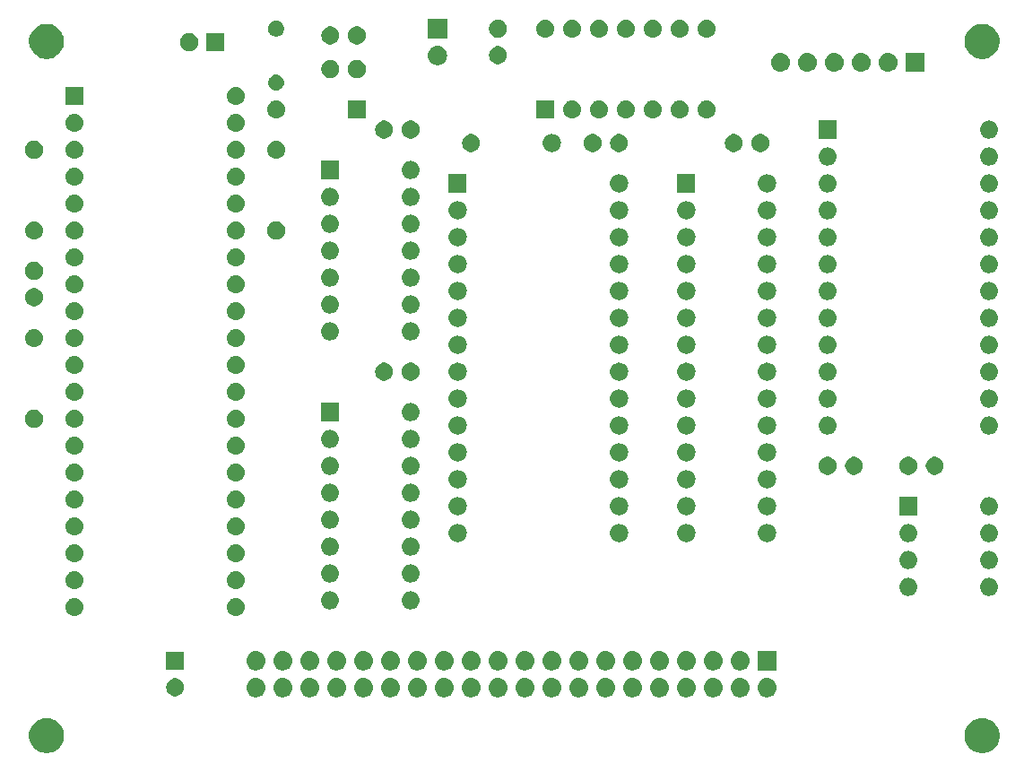
<source format=gbs>
G04 #@! TF.GenerationSoftware,KiCad,Pcbnew,(5.1.2-1)-1*
G04 #@! TF.CreationDate,2019-11-16T12:56:51-08:00*
G04 #@! TF.ProjectId,sbc6802,73626336-3830-4322-9e6b-696361645f70,1.0*
G04 #@! TF.SameCoordinates,Original*
G04 #@! TF.FileFunction,Soldermask,Bot*
G04 #@! TF.FilePolarity,Negative*
%FSLAX46Y46*%
G04 Gerber Fmt 4.6, Leading zero omitted, Abs format (unit mm)*
G04 Created by KiCad (PCBNEW (5.1.2-1)-1) date 2019-11-16 12:56:51*
%MOMM*%
%LPD*%
G04 APERTURE LIST*
%ADD10C,0.100000*%
G04 APERTURE END LIST*
D10*
G36*
X198480256Y-131186298D02*
G01*
X198586579Y-131207447D01*
X198887042Y-131331903D01*
X199157451Y-131512585D01*
X199387415Y-131742549D01*
X199568097Y-132012958D01*
X199692553Y-132313421D01*
X199756000Y-132632391D01*
X199756000Y-132957609D01*
X199692553Y-133276579D01*
X199568097Y-133577042D01*
X199387415Y-133847451D01*
X199157451Y-134077415D01*
X198887042Y-134258097D01*
X198586579Y-134382553D01*
X198480256Y-134403702D01*
X198267611Y-134446000D01*
X197942389Y-134446000D01*
X197729744Y-134403702D01*
X197623421Y-134382553D01*
X197322958Y-134258097D01*
X197052549Y-134077415D01*
X196822585Y-133847451D01*
X196641903Y-133577042D01*
X196517447Y-133276579D01*
X196454000Y-132957609D01*
X196454000Y-132632391D01*
X196517447Y-132313421D01*
X196641903Y-132012958D01*
X196822585Y-131742549D01*
X197052549Y-131512585D01*
X197322958Y-131331903D01*
X197623421Y-131207447D01*
X197729744Y-131186298D01*
X197942389Y-131144000D01*
X198267611Y-131144000D01*
X198480256Y-131186298D01*
X198480256Y-131186298D01*
G37*
G36*
X110150256Y-131186298D02*
G01*
X110256579Y-131207447D01*
X110557042Y-131331903D01*
X110827451Y-131512585D01*
X111057415Y-131742549D01*
X111238097Y-132012958D01*
X111362553Y-132313421D01*
X111426000Y-132632391D01*
X111426000Y-132957609D01*
X111362553Y-133276579D01*
X111238097Y-133577042D01*
X111057415Y-133847451D01*
X110827451Y-134077415D01*
X110557042Y-134258097D01*
X110256579Y-134382553D01*
X110150256Y-134403702D01*
X109937611Y-134446000D01*
X109612389Y-134446000D01*
X109399744Y-134403702D01*
X109293421Y-134382553D01*
X108992958Y-134258097D01*
X108722549Y-134077415D01*
X108492585Y-133847451D01*
X108311903Y-133577042D01*
X108187447Y-133276579D01*
X108124000Y-132957609D01*
X108124000Y-132632391D01*
X108187447Y-132313421D01*
X108311903Y-132012958D01*
X108492585Y-131742549D01*
X108722549Y-131512585D01*
X108992958Y-131331903D01*
X109293421Y-131207447D01*
X109399744Y-131186298D01*
X109612389Y-131144000D01*
X109937611Y-131144000D01*
X110150256Y-131186298D01*
X110150256Y-131186298D01*
G37*
G36*
X172830442Y-127375518D02*
G01*
X172896627Y-127382037D01*
X173066466Y-127433557D01*
X173222991Y-127517222D01*
X173258729Y-127546552D01*
X173360186Y-127629814D01*
X173407543Y-127687520D01*
X173472778Y-127767009D01*
X173556443Y-127923534D01*
X173607963Y-128093373D01*
X173625359Y-128270000D01*
X173607963Y-128446627D01*
X173556443Y-128616466D01*
X173556442Y-128616468D01*
X173547552Y-128633100D01*
X173472778Y-128772991D01*
X173443448Y-128808729D01*
X173360186Y-128910186D01*
X173258729Y-128993448D01*
X173222991Y-129022778D01*
X173066466Y-129106443D01*
X172896627Y-129157963D01*
X172830442Y-129164482D01*
X172764260Y-129171000D01*
X172675740Y-129171000D01*
X172609558Y-129164482D01*
X172543373Y-129157963D01*
X172373534Y-129106443D01*
X172217009Y-129022778D01*
X172181271Y-128993448D01*
X172079814Y-128910186D01*
X171996552Y-128808729D01*
X171967222Y-128772991D01*
X171892448Y-128633100D01*
X171883558Y-128616468D01*
X171883557Y-128616466D01*
X171832037Y-128446627D01*
X171814641Y-128270000D01*
X171832037Y-128093373D01*
X171883557Y-127923534D01*
X171967222Y-127767009D01*
X172032457Y-127687520D01*
X172079814Y-127629814D01*
X172181271Y-127546552D01*
X172217009Y-127517222D01*
X172373534Y-127433557D01*
X172543373Y-127382037D01*
X172609558Y-127375518D01*
X172675740Y-127369000D01*
X172764260Y-127369000D01*
X172830442Y-127375518D01*
X172830442Y-127375518D01*
G37*
G36*
X170290442Y-127375518D02*
G01*
X170356627Y-127382037D01*
X170526466Y-127433557D01*
X170682991Y-127517222D01*
X170718729Y-127546552D01*
X170820186Y-127629814D01*
X170867543Y-127687520D01*
X170932778Y-127767009D01*
X171016443Y-127923534D01*
X171067963Y-128093373D01*
X171085359Y-128270000D01*
X171067963Y-128446627D01*
X171016443Y-128616466D01*
X171016442Y-128616468D01*
X171007552Y-128633100D01*
X170932778Y-128772991D01*
X170903448Y-128808729D01*
X170820186Y-128910186D01*
X170718729Y-128993448D01*
X170682991Y-129022778D01*
X170526466Y-129106443D01*
X170356627Y-129157963D01*
X170290442Y-129164482D01*
X170224260Y-129171000D01*
X170135740Y-129171000D01*
X170069558Y-129164482D01*
X170003373Y-129157963D01*
X169833534Y-129106443D01*
X169677009Y-129022778D01*
X169641271Y-128993448D01*
X169539814Y-128910186D01*
X169456552Y-128808729D01*
X169427222Y-128772991D01*
X169352448Y-128633100D01*
X169343558Y-128616468D01*
X169343557Y-128616466D01*
X169292037Y-128446627D01*
X169274641Y-128270000D01*
X169292037Y-128093373D01*
X169343557Y-127923534D01*
X169427222Y-127767009D01*
X169492457Y-127687520D01*
X169539814Y-127629814D01*
X169641271Y-127546552D01*
X169677009Y-127517222D01*
X169833534Y-127433557D01*
X170003373Y-127382037D01*
X170069558Y-127375518D01*
X170135740Y-127369000D01*
X170224260Y-127369000D01*
X170290442Y-127375518D01*
X170290442Y-127375518D01*
G37*
G36*
X167750442Y-127375518D02*
G01*
X167816627Y-127382037D01*
X167986466Y-127433557D01*
X168142991Y-127517222D01*
X168178729Y-127546552D01*
X168280186Y-127629814D01*
X168327543Y-127687520D01*
X168392778Y-127767009D01*
X168476443Y-127923534D01*
X168527963Y-128093373D01*
X168545359Y-128270000D01*
X168527963Y-128446627D01*
X168476443Y-128616466D01*
X168476442Y-128616468D01*
X168467552Y-128633100D01*
X168392778Y-128772991D01*
X168363448Y-128808729D01*
X168280186Y-128910186D01*
X168178729Y-128993448D01*
X168142991Y-129022778D01*
X167986466Y-129106443D01*
X167816627Y-129157963D01*
X167750442Y-129164482D01*
X167684260Y-129171000D01*
X167595740Y-129171000D01*
X167529558Y-129164482D01*
X167463373Y-129157963D01*
X167293534Y-129106443D01*
X167137009Y-129022778D01*
X167101271Y-128993448D01*
X166999814Y-128910186D01*
X166916552Y-128808729D01*
X166887222Y-128772991D01*
X166812448Y-128633100D01*
X166803558Y-128616468D01*
X166803557Y-128616466D01*
X166752037Y-128446627D01*
X166734641Y-128270000D01*
X166752037Y-128093373D01*
X166803557Y-127923534D01*
X166887222Y-127767009D01*
X166952457Y-127687520D01*
X166999814Y-127629814D01*
X167101271Y-127546552D01*
X167137009Y-127517222D01*
X167293534Y-127433557D01*
X167463373Y-127382037D01*
X167529558Y-127375518D01*
X167595740Y-127369000D01*
X167684260Y-127369000D01*
X167750442Y-127375518D01*
X167750442Y-127375518D01*
G37*
G36*
X165210442Y-127375518D02*
G01*
X165276627Y-127382037D01*
X165446466Y-127433557D01*
X165602991Y-127517222D01*
X165638729Y-127546552D01*
X165740186Y-127629814D01*
X165787543Y-127687520D01*
X165852778Y-127767009D01*
X165936443Y-127923534D01*
X165987963Y-128093373D01*
X166005359Y-128270000D01*
X165987963Y-128446627D01*
X165936443Y-128616466D01*
X165936442Y-128616468D01*
X165927552Y-128633100D01*
X165852778Y-128772991D01*
X165823448Y-128808729D01*
X165740186Y-128910186D01*
X165638729Y-128993448D01*
X165602991Y-129022778D01*
X165446466Y-129106443D01*
X165276627Y-129157963D01*
X165210442Y-129164482D01*
X165144260Y-129171000D01*
X165055740Y-129171000D01*
X164989558Y-129164482D01*
X164923373Y-129157963D01*
X164753534Y-129106443D01*
X164597009Y-129022778D01*
X164561271Y-128993448D01*
X164459814Y-128910186D01*
X164376552Y-128808729D01*
X164347222Y-128772991D01*
X164272448Y-128633100D01*
X164263558Y-128616468D01*
X164263557Y-128616466D01*
X164212037Y-128446627D01*
X164194641Y-128270000D01*
X164212037Y-128093373D01*
X164263557Y-127923534D01*
X164347222Y-127767009D01*
X164412457Y-127687520D01*
X164459814Y-127629814D01*
X164561271Y-127546552D01*
X164597009Y-127517222D01*
X164753534Y-127433557D01*
X164923373Y-127382037D01*
X164989558Y-127375518D01*
X165055740Y-127369000D01*
X165144260Y-127369000D01*
X165210442Y-127375518D01*
X165210442Y-127375518D01*
G37*
G36*
X162670442Y-127375518D02*
G01*
X162736627Y-127382037D01*
X162906466Y-127433557D01*
X163062991Y-127517222D01*
X163098729Y-127546552D01*
X163200186Y-127629814D01*
X163247543Y-127687520D01*
X163312778Y-127767009D01*
X163396443Y-127923534D01*
X163447963Y-128093373D01*
X163465359Y-128270000D01*
X163447963Y-128446627D01*
X163396443Y-128616466D01*
X163396442Y-128616468D01*
X163387552Y-128633100D01*
X163312778Y-128772991D01*
X163283448Y-128808729D01*
X163200186Y-128910186D01*
X163098729Y-128993448D01*
X163062991Y-129022778D01*
X162906466Y-129106443D01*
X162736627Y-129157963D01*
X162670442Y-129164482D01*
X162604260Y-129171000D01*
X162515740Y-129171000D01*
X162449558Y-129164482D01*
X162383373Y-129157963D01*
X162213534Y-129106443D01*
X162057009Y-129022778D01*
X162021271Y-128993448D01*
X161919814Y-128910186D01*
X161836552Y-128808729D01*
X161807222Y-128772991D01*
X161732448Y-128633100D01*
X161723558Y-128616468D01*
X161723557Y-128616466D01*
X161672037Y-128446627D01*
X161654641Y-128270000D01*
X161672037Y-128093373D01*
X161723557Y-127923534D01*
X161807222Y-127767009D01*
X161872457Y-127687520D01*
X161919814Y-127629814D01*
X162021271Y-127546552D01*
X162057009Y-127517222D01*
X162213534Y-127433557D01*
X162383373Y-127382037D01*
X162449558Y-127375518D01*
X162515740Y-127369000D01*
X162604260Y-127369000D01*
X162670442Y-127375518D01*
X162670442Y-127375518D01*
G37*
G36*
X160130442Y-127375518D02*
G01*
X160196627Y-127382037D01*
X160366466Y-127433557D01*
X160522991Y-127517222D01*
X160558729Y-127546552D01*
X160660186Y-127629814D01*
X160707543Y-127687520D01*
X160772778Y-127767009D01*
X160856443Y-127923534D01*
X160907963Y-128093373D01*
X160925359Y-128270000D01*
X160907963Y-128446627D01*
X160856443Y-128616466D01*
X160856442Y-128616468D01*
X160847552Y-128633100D01*
X160772778Y-128772991D01*
X160743448Y-128808729D01*
X160660186Y-128910186D01*
X160558729Y-128993448D01*
X160522991Y-129022778D01*
X160366466Y-129106443D01*
X160196627Y-129157963D01*
X160130442Y-129164482D01*
X160064260Y-129171000D01*
X159975740Y-129171000D01*
X159909558Y-129164482D01*
X159843373Y-129157963D01*
X159673534Y-129106443D01*
X159517009Y-129022778D01*
X159481271Y-128993448D01*
X159379814Y-128910186D01*
X159296552Y-128808729D01*
X159267222Y-128772991D01*
X159192448Y-128633100D01*
X159183558Y-128616468D01*
X159183557Y-128616466D01*
X159132037Y-128446627D01*
X159114641Y-128270000D01*
X159132037Y-128093373D01*
X159183557Y-127923534D01*
X159267222Y-127767009D01*
X159332457Y-127687520D01*
X159379814Y-127629814D01*
X159481271Y-127546552D01*
X159517009Y-127517222D01*
X159673534Y-127433557D01*
X159843373Y-127382037D01*
X159909558Y-127375518D01*
X159975740Y-127369000D01*
X160064260Y-127369000D01*
X160130442Y-127375518D01*
X160130442Y-127375518D01*
G37*
G36*
X157590442Y-127375518D02*
G01*
X157656627Y-127382037D01*
X157826466Y-127433557D01*
X157982991Y-127517222D01*
X158018729Y-127546552D01*
X158120186Y-127629814D01*
X158167543Y-127687520D01*
X158232778Y-127767009D01*
X158316443Y-127923534D01*
X158367963Y-128093373D01*
X158385359Y-128270000D01*
X158367963Y-128446627D01*
X158316443Y-128616466D01*
X158316442Y-128616468D01*
X158307552Y-128633100D01*
X158232778Y-128772991D01*
X158203448Y-128808729D01*
X158120186Y-128910186D01*
X158018729Y-128993448D01*
X157982991Y-129022778D01*
X157826466Y-129106443D01*
X157656627Y-129157963D01*
X157590442Y-129164482D01*
X157524260Y-129171000D01*
X157435740Y-129171000D01*
X157369558Y-129164482D01*
X157303373Y-129157963D01*
X157133534Y-129106443D01*
X156977009Y-129022778D01*
X156941271Y-128993448D01*
X156839814Y-128910186D01*
X156756552Y-128808729D01*
X156727222Y-128772991D01*
X156652448Y-128633100D01*
X156643558Y-128616468D01*
X156643557Y-128616466D01*
X156592037Y-128446627D01*
X156574641Y-128270000D01*
X156592037Y-128093373D01*
X156643557Y-127923534D01*
X156727222Y-127767009D01*
X156792457Y-127687520D01*
X156839814Y-127629814D01*
X156941271Y-127546552D01*
X156977009Y-127517222D01*
X157133534Y-127433557D01*
X157303373Y-127382037D01*
X157369558Y-127375518D01*
X157435740Y-127369000D01*
X157524260Y-127369000D01*
X157590442Y-127375518D01*
X157590442Y-127375518D01*
G37*
G36*
X155050442Y-127375518D02*
G01*
X155116627Y-127382037D01*
X155286466Y-127433557D01*
X155442991Y-127517222D01*
X155478729Y-127546552D01*
X155580186Y-127629814D01*
X155627543Y-127687520D01*
X155692778Y-127767009D01*
X155776443Y-127923534D01*
X155827963Y-128093373D01*
X155845359Y-128270000D01*
X155827963Y-128446627D01*
X155776443Y-128616466D01*
X155776442Y-128616468D01*
X155767552Y-128633100D01*
X155692778Y-128772991D01*
X155663448Y-128808729D01*
X155580186Y-128910186D01*
X155478729Y-128993448D01*
X155442991Y-129022778D01*
X155286466Y-129106443D01*
X155116627Y-129157963D01*
X155050442Y-129164482D01*
X154984260Y-129171000D01*
X154895740Y-129171000D01*
X154829558Y-129164482D01*
X154763373Y-129157963D01*
X154593534Y-129106443D01*
X154437009Y-129022778D01*
X154401271Y-128993448D01*
X154299814Y-128910186D01*
X154216552Y-128808729D01*
X154187222Y-128772991D01*
X154112448Y-128633100D01*
X154103558Y-128616468D01*
X154103557Y-128616466D01*
X154052037Y-128446627D01*
X154034641Y-128270000D01*
X154052037Y-128093373D01*
X154103557Y-127923534D01*
X154187222Y-127767009D01*
X154252457Y-127687520D01*
X154299814Y-127629814D01*
X154401271Y-127546552D01*
X154437009Y-127517222D01*
X154593534Y-127433557D01*
X154763373Y-127382037D01*
X154829558Y-127375518D01*
X154895740Y-127369000D01*
X154984260Y-127369000D01*
X155050442Y-127375518D01*
X155050442Y-127375518D01*
G37*
G36*
X152510442Y-127375518D02*
G01*
X152576627Y-127382037D01*
X152746466Y-127433557D01*
X152902991Y-127517222D01*
X152938729Y-127546552D01*
X153040186Y-127629814D01*
X153087543Y-127687520D01*
X153152778Y-127767009D01*
X153236443Y-127923534D01*
X153287963Y-128093373D01*
X153305359Y-128270000D01*
X153287963Y-128446627D01*
X153236443Y-128616466D01*
X153236442Y-128616468D01*
X153227552Y-128633100D01*
X153152778Y-128772991D01*
X153123448Y-128808729D01*
X153040186Y-128910186D01*
X152938729Y-128993448D01*
X152902991Y-129022778D01*
X152746466Y-129106443D01*
X152576627Y-129157963D01*
X152510442Y-129164482D01*
X152444260Y-129171000D01*
X152355740Y-129171000D01*
X152289558Y-129164482D01*
X152223373Y-129157963D01*
X152053534Y-129106443D01*
X151897009Y-129022778D01*
X151861271Y-128993448D01*
X151759814Y-128910186D01*
X151676552Y-128808729D01*
X151647222Y-128772991D01*
X151572448Y-128633100D01*
X151563558Y-128616468D01*
X151563557Y-128616466D01*
X151512037Y-128446627D01*
X151494641Y-128270000D01*
X151512037Y-128093373D01*
X151563557Y-127923534D01*
X151647222Y-127767009D01*
X151712457Y-127687520D01*
X151759814Y-127629814D01*
X151861271Y-127546552D01*
X151897009Y-127517222D01*
X152053534Y-127433557D01*
X152223373Y-127382037D01*
X152289558Y-127375518D01*
X152355740Y-127369000D01*
X152444260Y-127369000D01*
X152510442Y-127375518D01*
X152510442Y-127375518D01*
G37*
G36*
X149970442Y-127375518D02*
G01*
X150036627Y-127382037D01*
X150206466Y-127433557D01*
X150362991Y-127517222D01*
X150398729Y-127546552D01*
X150500186Y-127629814D01*
X150547543Y-127687520D01*
X150612778Y-127767009D01*
X150696443Y-127923534D01*
X150747963Y-128093373D01*
X150765359Y-128270000D01*
X150747963Y-128446627D01*
X150696443Y-128616466D01*
X150696442Y-128616468D01*
X150687552Y-128633100D01*
X150612778Y-128772991D01*
X150583448Y-128808729D01*
X150500186Y-128910186D01*
X150398729Y-128993448D01*
X150362991Y-129022778D01*
X150206466Y-129106443D01*
X150036627Y-129157963D01*
X149970442Y-129164482D01*
X149904260Y-129171000D01*
X149815740Y-129171000D01*
X149749558Y-129164482D01*
X149683373Y-129157963D01*
X149513534Y-129106443D01*
X149357009Y-129022778D01*
X149321271Y-128993448D01*
X149219814Y-128910186D01*
X149136552Y-128808729D01*
X149107222Y-128772991D01*
X149032448Y-128633100D01*
X149023558Y-128616468D01*
X149023557Y-128616466D01*
X148972037Y-128446627D01*
X148954641Y-128270000D01*
X148972037Y-128093373D01*
X149023557Y-127923534D01*
X149107222Y-127767009D01*
X149172457Y-127687520D01*
X149219814Y-127629814D01*
X149321271Y-127546552D01*
X149357009Y-127517222D01*
X149513534Y-127433557D01*
X149683373Y-127382037D01*
X149749558Y-127375518D01*
X149815740Y-127369000D01*
X149904260Y-127369000D01*
X149970442Y-127375518D01*
X149970442Y-127375518D01*
G37*
G36*
X147430442Y-127375518D02*
G01*
X147496627Y-127382037D01*
X147666466Y-127433557D01*
X147822991Y-127517222D01*
X147858729Y-127546552D01*
X147960186Y-127629814D01*
X148007543Y-127687520D01*
X148072778Y-127767009D01*
X148156443Y-127923534D01*
X148207963Y-128093373D01*
X148225359Y-128270000D01*
X148207963Y-128446627D01*
X148156443Y-128616466D01*
X148156442Y-128616468D01*
X148147552Y-128633100D01*
X148072778Y-128772991D01*
X148043448Y-128808729D01*
X147960186Y-128910186D01*
X147858729Y-128993448D01*
X147822991Y-129022778D01*
X147666466Y-129106443D01*
X147496627Y-129157963D01*
X147430442Y-129164482D01*
X147364260Y-129171000D01*
X147275740Y-129171000D01*
X147209558Y-129164482D01*
X147143373Y-129157963D01*
X146973534Y-129106443D01*
X146817009Y-129022778D01*
X146781271Y-128993448D01*
X146679814Y-128910186D01*
X146596552Y-128808729D01*
X146567222Y-128772991D01*
X146492448Y-128633100D01*
X146483558Y-128616468D01*
X146483557Y-128616466D01*
X146432037Y-128446627D01*
X146414641Y-128270000D01*
X146432037Y-128093373D01*
X146483557Y-127923534D01*
X146567222Y-127767009D01*
X146632457Y-127687520D01*
X146679814Y-127629814D01*
X146781271Y-127546552D01*
X146817009Y-127517222D01*
X146973534Y-127433557D01*
X147143373Y-127382037D01*
X147209558Y-127375518D01*
X147275740Y-127369000D01*
X147364260Y-127369000D01*
X147430442Y-127375518D01*
X147430442Y-127375518D01*
G37*
G36*
X144890442Y-127375518D02*
G01*
X144956627Y-127382037D01*
X145126466Y-127433557D01*
X145282991Y-127517222D01*
X145318729Y-127546552D01*
X145420186Y-127629814D01*
X145467543Y-127687520D01*
X145532778Y-127767009D01*
X145616443Y-127923534D01*
X145667963Y-128093373D01*
X145685359Y-128270000D01*
X145667963Y-128446627D01*
X145616443Y-128616466D01*
X145616442Y-128616468D01*
X145607552Y-128633100D01*
X145532778Y-128772991D01*
X145503448Y-128808729D01*
X145420186Y-128910186D01*
X145318729Y-128993448D01*
X145282991Y-129022778D01*
X145126466Y-129106443D01*
X144956627Y-129157963D01*
X144890442Y-129164482D01*
X144824260Y-129171000D01*
X144735740Y-129171000D01*
X144669558Y-129164482D01*
X144603373Y-129157963D01*
X144433534Y-129106443D01*
X144277009Y-129022778D01*
X144241271Y-128993448D01*
X144139814Y-128910186D01*
X144056552Y-128808729D01*
X144027222Y-128772991D01*
X143952448Y-128633100D01*
X143943558Y-128616468D01*
X143943557Y-128616466D01*
X143892037Y-128446627D01*
X143874641Y-128270000D01*
X143892037Y-128093373D01*
X143943557Y-127923534D01*
X144027222Y-127767009D01*
X144092457Y-127687520D01*
X144139814Y-127629814D01*
X144241271Y-127546552D01*
X144277009Y-127517222D01*
X144433534Y-127433557D01*
X144603373Y-127382037D01*
X144669558Y-127375518D01*
X144735740Y-127369000D01*
X144824260Y-127369000D01*
X144890442Y-127375518D01*
X144890442Y-127375518D01*
G37*
G36*
X142350442Y-127375518D02*
G01*
X142416627Y-127382037D01*
X142586466Y-127433557D01*
X142742991Y-127517222D01*
X142778729Y-127546552D01*
X142880186Y-127629814D01*
X142927543Y-127687520D01*
X142992778Y-127767009D01*
X143076443Y-127923534D01*
X143127963Y-128093373D01*
X143145359Y-128270000D01*
X143127963Y-128446627D01*
X143076443Y-128616466D01*
X143076442Y-128616468D01*
X143067552Y-128633100D01*
X142992778Y-128772991D01*
X142963448Y-128808729D01*
X142880186Y-128910186D01*
X142778729Y-128993448D01*
X142742991Y-129022778D01*
X142586466Y-129106443D01*
X142416627Y-129157963D01*
X142350442Y-129164482D01*
X142284260Y-129171000D01*
X142195740Y-129171000D01*
X142129558Y-129164482D01*
X142063373Y-129157963D01*
X141893534Y-129106443D01*
X141737009Y-129022778D01*
X141701271Y-128993448D01*
X141599814Y-128910186D01*
X141516552Y-128808729D01*
X141487222Y-128772991D01*
X141412448Y-128633100D01*
X141403558Y-128616468D01*
X141403557Y-128616466D01*
X141352037Y-128446627D01*
X141334641Y-128270000D01*
X141352037Y-128093373D01*
X141403557Y-127923534D01*
X141487222Y-127767009D01*
X141552457Y-127687520D01*
X141599814Y-127629814D01*
X141701271Y-127546552D01*
X141737009Y-127517222D01*
X141893534Y-127433557D01*
X142063373Y-127382037D01*
X142129558Y-127375518D01*
X142195740Y-127369000D01*
X142284260Y-127369000D01*
X142350442Y-127375518D01*
X142350442Y-127375518D01*
G37*
G36*
X139810442Y-127375518D02*
G01*
X139876627Y-127382037D01*
X140046466Y-127433557D01*
X140202991Y-127517222D01*
X140238729Y-127546552D01*
X140340186Y-127629814D01*
X140387543Y-127687520D01*
X140452778Y-127767009D01*
X140536443Y-127923534D01*
X140587963Y-128093373D01*
X140605359Y-128270000D01*
X140587963Y-128446627D01*
X140536443Y-128616466D01*
X140536442Y-128616468D01*
X140527552Y-128633100D01*
X140452778Y-128772991D01*
X140423448Y-128808729D01*
X140340186Y-128910186D01*
X140238729Y-128993448D01*
X140202991Y-129022778D01*
X140046466Y-129106443D01*
X139876627Y-129157963D01*
X139810442Y-129164482D01*
X139744260Y-129171000D01*
X139655740Y-129171000D01*
X139589558Y-129164482D01*
X139523373Y-129157963D01*
X139353534Y-129106443D01*
X139197009Y-129022778D01*
X139161271Y-128993448D01*
X139059814Y-128910186D01*
X138976552Y-128808729D01*
X138947222Y-128772991D01*
X138872448Y-128633100D01*
X138863558Y-128616468D01*
X138863557Y-128616466D01*
X138812037Y-128446627D01*
X138794641Y-128270000D01*
X138812037Y-128093373D01*
X138863557Y-127923534D01*
X138947222Y-127767009D01*
X139012457Y-127687520D01*
X139059814Y-127629814D01*
X139161271Y-127546552D01*
X139197009Y-127517222D01*
X139353534Y-127433557D01*
X139523373Y-127382037D01*
X139589558Y-127375518D01*
X139655740Y-127369000D01*
X139744260Y-127369000D01*
X139810442Y-127375518D01*
X139810442Y-127375518D01*
G37*
G36*
X137270442Y-127375518D02*
G01*
X137336627Y-127382037D01*
X137506466Y-127433557D01*
X137662991Y-127517222D01*
X137698729Y-127546552D01*
X137800186Y-127629814D01*
X137847543Y-127687520D01*
X137912778Y-127767009D01*
X137996443Y-127923534D01*
X138047963Y-128093373D01*
X138065359Y-128270000D01*
X138047963Y-128446627D01*
X137996443Y-128616466D01*
X137996442Y-128616468D01*
X137987552Y-128633100D01*
X137912778Y-128772991D01*
X137883448Y-128808729D01*
X137800186Y-128910186D01*
X137698729Y-128993448D01*
X137662991Y-129022778D01*
X137506466Y-129106443D01*
X137336627Y-129157963D01*
X137270442Y-129164482D01*
X137204260Y-129171000D01*
X137115740Y-129171000D01*
X137049558Y-129164482D01*
X136983373Y-129157963D01*
X136813534Y-129106443D01*
X136657009Y-129022778D01*
X136621271Y-128993448D01*
X136519814Y-128910186D01*
X136436552Y-128808729D01*
X136407222Y-128772991D01*
X136332448Y-128633100D01*
X136323558Y-128616468D01*
X136323557Y-128616466D01*
X136272037Y-128446627D01*
X136254641Y-128270000D01*
X136272037Y-128093373D01*
X136323557Y-127923534D01*
X136407222Y-127767009D01*
X136472457Y-127687520D01*
X136519814Y-127629814D01*
X136621271Y-127546552D01*
X136657009Y-127517222D01*
X136813534Y-127433557D01*
X136983373Y-127382037D01*
X137049558Y-127375518D01*
X137115740Y-127369000D01*
X137204260Y-127369000D01*
X137270442Y-127375518D01*
X137270442Y-127375518D01*
G37*
G36*
X134730442Y-127375518D02*
G01*
X134796627Y-127382037D01*
X134966466Y-127433557D01*
X135122991Y-127517222D01*
X135158729Y-127546552D01*
X135260186Y-127629814D01*
X135307543Y-127687520D01*
X135372778Y-127767009D01*
X135456443Y-127923534D01*
X135507963Y-128093373D01*
X135525359Y-128270000D01*
X135507963Y-128446627D01*
X135456443Y-128616466D01*
X135456442Y-128616468D01*
X135447552Y-128633100D01*
X135372778Y-128772991D01*
X135343448Y-128808729D01*
X135260186Y-128910186D01*
X135158729Y-128993448D01*
X135122991Y-129022778D01*
X134966466Y-129106443D01*
X134796627Y-129157963D01*
X134730442Y-129164482D01*
X134664260Y-129171000D01*
X134575740Y-129171000D01*
X134509558Y-129164482D01*
X134443373Y-129157963D01*
X134273534Y-129106443D01*
X134117009Y-129022778D01*
X134081271Y-128993448D01*
X133979814Y-128910186D01*
X133896552Y-128808729D01*
X133867222Y-128772991D01*
X133792448Y-128633100D01*
X133783558Y-128616468D01*
X133783557Y-128616466D01*
X133732037Y-128446627D01*
X133714641Y-128270000D01*
X133732037Y-128093373D01*
X133783557Y-127923534D01*
X133867222Y-127767009D01*
X133932457Y-127687520D01*
X133979814Y-127629814D01*
X134081271Y-127546552D01*
X134117009Y-127517222D01*
X134273534Y-127433557D01*
X134443373Y-127382037D01*
X134509558Y-127375518D01*
X134575740Y-127369000D01*
X134664260Y-127369000D01*
X134730442Y-127375518D01*
X134730442Y-127375518D01*
G37*
G36*
X132190442Y-127375518D02*
G01*
X132256627Y-127382037D01*
X132426466Y-127433557D01*
X132582991Y-127517222D01*
X132618729Y-127546552D01*
X132720186Y-127629814D01*
X132767543Y-127687520D01*
X132832778Y-127767009D01*
X132916443Y-127923534D01*
X132967963Y-128093373D01*
X132985359Y-128270000D01*
X132967963Y-128446627D01*
X132916443Y-128616466D01*
X132916442Y-128616468D01*
X132907552Y-128633100D01*
X132832778Y-128772991D01*
X132803448Y-128808729D01*
X132720186Y-128910186D01*
X132618729Y-128993448D01*
X132582991Y-129022778D01*
X132426466Y-129106443D01*
X132256627Y-129157963D01*
X132190442Y-129164482D01*
X132124260Y-129171000D01*
X132035740Y-129171000D01*
X131969558Y-129164482D01*
X131903373Y-129157963D01*
X131733534Y-129106443D01*
X131577009Y-129022778D01*
X131541271Y-128993448D01*
X131439814Y-128910186D01*
X131356552Y-128808729D01*
X131327222Y-128772991D01*
X131252448Y-128633100D01*
X131243558Y-128616468D01*
X131243557Y-128616466D01*
X131192037Y-128446627D01*
X131174641Y-128270000D01*
X131192037Y-128093373D01*
X131243557Y-127923534D01*
X131327222Y-127767009D01*
X131392457Y-127687520D01*
X131439814Y-127629814D01*
X131541271Y-127546552D01*
X131577009Y-127517222D01*
X131733534Y-127433557D01*
X131903373Y-127382037D01*
X131969558Y-127375518D01*
X132035740Y-127369000D01*
X132124260Y-127369000D01*
X132190442Y-127375518D01*
X132190442Y-127375518D01*
G37*
G36*
X129650442Y-127375518D02*
G01*
X129716627Y-127382037D01*
X129886466Y-127433557D01*
X130042991Y-127517222D01*
X130078729Y-127546552D01*
X130180186Y-127629814D01*
X130227543Y-127687520D01*
X130292778Y-127767009D01*
X130376443Y-127923534D01*
X130427963Y-128093373D01*
X130445359Y-128270000D01*
X130427963Y-128446627D01*
X130376443Y-128616466D01*
X130376442Y-128616468D01*
X130367552Y-128633100D01*
X130292778Y-128772991D01*
X130263448Y-128808729D01*
X130180186Y-128910186D01*
X130078729Y-128993448D01*
X130042991Y-129022778D01*
X129886466Y-129106443D01*
X129716627Y-129157963D01*
X129650442Y-129164482D01*
X129584260Y-129171000D01*
X129495740Y-129171000D01*
X129429558Y-129164482D01*
X129363373Y-129157963D01*
X129193534Y-129106443D01*
X129037009Y-129022778D01*
X129001271Y-128993448D01*
X128899814Y-128910186D01*
X128816552Y-128808729D01*
X128787222Y-128772991D01*
X128712448Y-128633100D01*
X128703558Y-128616468D01*
X128703557Y-128616466D01*
X128652037Y-128446627D01*
X128634641Y-128270000D01*
X128652037Y-128093373D01*
X128703557Y-127923534D01*
X128787222Y-127767009D01*
X128852457Y-127687520D01*
X128899814Y-127629814D01*
X129001271Y-127546552D01*
X129037009Y-127517222D01*
X129193534Y-127433557D01*
X129363373Y-127382037D01*
X129429558Y-127375518D01*
X129495740Y-127369000D01*
X129584260Y-127369000D01*
X129650442Y-127375518D01*
X129650442Y-127375518D01*
G37*
G36*
X175370442Y-127375518D02*
G01*
X175436627Y-127382037D01*
X175606466Y-127433557D01*
X175762991Y-127517222D01*
X175798729Y-127546552D01*
X175900186Y-127629814D01*
X175947543Y-127687520D01*
X176012778Y-127767009D01*
X176096443Y-127923534D01*
X176147963Y-128093373D01*
X176165359Y-128270000D01*
X176147963Y-128446627D01*
X176096443Y-128616466D01*
X176096442Y-128616468D01*
X176087552Y-128633100D01*
X176012778Y-128772991D01*
X175983448Y-128808729D01*
X175900186Y-128910186D01*
X175798729Y-128993448D01*
X175762991Y-129022778D01*
X175606466Y-129106443D01*
X175436627Y-129157963D01*
X175370442Y-129164482D01*
X175304260Y-129171000D01*
X175215740Y-129171000D01*
X175149558Y-129164482D01*
X175083373Y-129157963D01*
X174913534Y-129106443D01*
X174757009Y-129022778D01*
X174721271Y-128993448D01*
X174619814Y-128910186D01*
X174536552Y-128808729D01*
X174507222Y-128772991D01*
X174432448Y-128633100D01*
X174423558Y-128616468D01*
X174423557Y-128616466D01*
X174372037Y-128446627D01*
X174354641Y-128270000D01*
X174372037Y-128093373D01*
X174423557Y-127923534D01*
X174507222Y-127767009D01*
X174572457Y-127687520D01*
X174619814Y-127629814D01*
X174721271Y-127546552D01*
X174757009Y-127517222D01*
X174913534Y-127433557D01*
X175083373Y-127382037D01*
X175149558Y-127375518D01*
X175215740Y-127369000D01*
X175304260Y-127369000D01*
X175370442Y-127375518D01*
X175370442Y-127375518D01*
G37*
G36*
X177910442Y-127375518D02*
G01*
X177976627Y-127382037D01*
X178146466Y-127433557D01*
X178302991Y-127517222D01*
X178338729Y-127546552D01*
X178440186Y-127629814D01*
X178487543Y-127687520D01*
X178552778Y-127767009D01*
X178636443Y-127923534D01*
X178687963Y-128093373D01*
X178705359Y-128270000D01*
X178687963Y-128446627D01*
X178636443Y-128616466D01*
X178636442Y-128616468D01*
X178627552Y-128633100D01*
X178552778Y-128772991D01*
X178523448Y-128808729D01*
X178440186Y-128910186D01*
X178338729Y-128993448D01*
X178302991Y-129022778D01*
X178146466Y-129106443D01*
X177976627Y-129157963D01*
X177910442Y-129164482D01*
X177844260Y-129171000D01*
X177755740Y-129171000D01*
X177689558Y-129164482D01*
X177623373Y-129157963D01*
X177453534Y-129106443D01*
X177297009Y-129022778D01*
X177261271Y-128993448D01*
X177159814Y-128910186D01*
X177076552Y-128808729D01*
X177047222Y-128772991D01*
X176972448Y-128633100D01*
X176963558Y-128616468D01*
X176963557Y-128616466D01*
X176912037Y-128446627D01*
X176894641Y-128270000D01*
X176912037Y-128093373D01*
X176963557Y-127923534D01*
X177047222Y-127767009D01*
X177112457Y-127687520D01*
X177159814Y-127629814D01*
X177261271Y-127546552D01*
X177297009Y-127517222D01*
X177453534Y-127433557D01*
X177623373Y-127382037D01*
X177689558Y-127375518D01*
X177755740Y-127369000D01*
X177844260Y-127369000D01*
X177910442Y-127375518D01*
X177910442Y-127375518D01*
G37*
G36*
X122168228Y-127411703D02*
G01*
X122323100Y-127475853D01*
X122462481Y-127568985D01*
X122581015Y-127687519D01*
X122674147Y-127826900D01*
X122738297Y-127981772D01*
X122771000Y-128146184D01*
X122771000Y-128313816D01*
X122738297Y-128478228D01*
X122674147Y-128633100D01*
X122581015Y-128772481D01*
X122462481Y-128891015D01*
X122323100Y-128984147D01*
X122168228Y-129048297D01*
X122003816Y-129081000D01*
X121836184Y-129081000D01*
X121671772Y-129048297D01*
X121516900Y-128984147D01*
X121377519Y-128891015D01*
X121258985Y-128772481D01*
X121165853Y-128633100D01*
X121101703Y-128478228D01*
X121069000Y-128313816D01*
X121069000Y-128146184D01*
X121101703Y-127981772D01*
X121165853Y-127826900D01*
X121258985Y-127687519D01*
X121377519Y-127568985D01*
X121516900Y-127475853D01*
X121671772Y-127411703D01*
X121836184Y-127379000D01*
X122003816Y-127379000D01*
X122168228Y-127411703D01*
X122168228Y-127411703D01*
G37*
G36*
X162670443Y-124835519D02*
G01*
X162736627Y-124842037D01*
X162906466Y-124893557D01*
X163062991Y-124977222D01*
X163098729Y-125006552D01*
X163200186Y-125089814D01*
X163283448Y-125191271D01*
X163312778Y-125227009D01*
X163396443Y-125383534D01*
X163447963Y-125553373D01*
X163465359Y-125730000D01*
X163447963Y-125906627D01*
X163396443Y-126076466D01*
X163312778Y-126232991D01*
X163283448Y-126268729D01*
X163200186Y-126370186D01*
X163098729Y-126453448D01*
X163062991Y-126482778D01*
X162906466Y-126566443D01*
X162736627Y-126617963D01*
X162670442Y-126624482D01*
X162604260Y-126631000D01*
X162515740Y-126631000D01*
X162449558Y-126624482D01*
X162383373Y-126617963D01*
X162213534Y-126566443D01*
X162057009Y-126482778D01*
X162021271Y-126453448D01*
X161919814Y-126370186D01*
X161836552Y-126268729D01*
X161807222Y-126232991D01*
X161723557Y-126076466D01*
X161672037Y-125906627D01*
X161654641Y-125730000D01*
X161672037Y-125553373D01*
X161723557Y-125383534D01*
X161807222Y-125227009D01*
X161836552Y-125191271D01*
X161919814Y-125089814D01*
X162021271Y-125006552D01*
X162057009Y-124977222D01*
X162213534Y-124893557D01*
X162383373Y-124842037D01*
X162449557Y-124835519D01*
X162515740Y-124829000D01*
X162604260Y-124829000D01*
X162670443Y-124835519D01*
X162670443Y-124835519D01*
G37*
G36*
X129650443Y-124835519D02*
G01*
X129716627Y-124842037D01*
X129886466Y-124893557D01*
X130042991Y-124977222D01*
X130078729Y-125006552D01*
X130180186Y-125089814D01*
X130263448Y-125191271D01*
X130292778Y-125227009D01*
X130376443Y-125383534D01*
X130427963Y-125553373D01*
X130445359Y-125730000D01*
X130427963Y-125906627D01*
X130376443Y-126076466D01*
X130292778Y-126232991D01*
X130263448Y-126268729D01*
X130180186Y-126370186D01*
X130078729Y-126453448D01*
X130042991Y-126482778D01*
X129886466Y-126566443D01*
X129716627Y-126617963D01*
X129650442Y-126624482D01*
X129584260Y-126631000D01*
X129495740Y-126631000D01*
X129429558Y-126624482D01*
X129363373Y-126617963D01*
X129193534Y-126566443D01*
X129037009Y-126482778D01*
X129001271Y-126453448D01*
X128899814Y-126370186D01*
X128816552Y-126268729D01*
X128787222Y-126232991D01*
X128703557Y-126076466D01*
X128652037Y-125906627D01*
X128634641Y-125730000D01*
X128652037Y-125553373D01*
X128703557Y-125383534D01*
X128787222Y-125227009D01*
X128816552Y-125191271D01*
X128899814Y-125089814D01*
X129001271Y-125006552D01*
X129037009Y-124977222D01*
X129193534Y-124893557D01*
X129363373Y-124842037D01*
X129429557Y-124835519D01*
X129495740Y-124829000D01*
X129584260Y-124829000D01*
X129650443Y-124835519D01*
X129650443Y-124835519D01*
G37*
G36*
X132190443Y-124835519D02*
G01*
X132256627Y-124842037D01*
X132426466Y-124893557D01*
X132582991Y-124977222D01*
X132618729Y-125006552D01*
X132720186Y-125089814D01*
X132803448Y-125191271D01*
X132832778Y-125227009D01*
X132916443Y-125383534D01*
X132967963Y-125553373D01*
X132985359Y-125730000D01*
X132967963Y-125906627D01*
X132916443Y-126076466D01*
X132832778Y-126232991D01*
X132803448Y-126268729D01*
X132720186Y-126370186D01*
X132618729Y-126453448D01*
X132582991Y-126482778D01*
X132426466Y-126566443D01*
X132256627Y-126617963D01*
X132190442Y-126624482D01*
X132124260Y-126631000D01*
X132035740Y-126631000D01*
X131969558Y-126624482D01*
X131903373Y-126617963D01*
X131733534Y-126566443D01*
X131577009Y-126482778D01*
X131541271Y-126453448D01*
X131439814Y-126370186D01*
X131356552Y-126268729D01*
X131327222Y-126232991D01*
X131243557Y-126076466D01*
X131192037Y-125906627D01*
X131174641Y-125730000D01*
X131192037Y-125553373D01*
X131243557Y-125383534D01*
X131327222Y-125227009D01*
X131356552Y-125191271D01*
X131439814Y-125089814D01*
X131541271Y-125006552D01*
X131577009Y-124977222D01*
X131733534Y-124893557D01*
X131903373Y-124842037D01*
X131969557Y-124835519D01*
X132035740Y-124829000D01*
X132124260Y-124829000D01*
X132190443Y-124835519D01*
X132190443Y-124835519D01*
G37*
G36*
X137270443Y-124835519D02*
G01*
X137336627Y-124842037D01*
X137506466Y-124893557D01*
X137662991Y-124977222D01*
X137698729Y-125006552D01*
X137800186Y-125089814D01*
X137883448Y-125191271D01*
X137912778Y-125227009D01*
X137996443Y-125383534D01*
X138047963Y-125553373D01*
X138065359Y-125730000D01*
X138047963Y-125906627D01*
X137996443Y-126076466D01*
X137912778Y-126232991D01*
X137883448Y-126268729D01*
X137800186Y-126370186D01*
X137698729Y-126453448D01*
X137662991Y-126482778D01*
X137506466Y-126566443D01*
X137336627Y-126617963D01*
X137270442Y-126624482D01*
X137204260Y-126631000D01*
X137115740Y-126631000D01*
X137049558Y-126624482D01*
X136983373Y-126617963D01*
X136813534Y-126566443D01*
X136657009Y-126482778D01*
X136621271Y-126453448D01*
X136519814Y-126370186D01*
X136436552Y-126268729D01*
X136407222Y-126232991D01*
X136323557Y-126076466D01*
X136272037Y-125906627D01*
X136254641Y-125730000D01*
X136272037Y-125553373D01*
X136323557Y-125383534D01*
X136407222Y-125227009D01*
X136436552Y-125191271D01*
X136519814Y-125089814D01*
X136621271Y-125006552D01*
X136657009Y-124977222D01*
X136813534Y-124893557D01*
X136983373Y-124842037D01*
X137049557Y-124835519D01*
X137115740Y-124829000D01*
X137204260Y-124829000D01*
X137270443Y-124835519D01*
X137270443Y-124835519D01*
G37*
G36*
X134730443Y-124835519D02*
G01*
X134796627Y-124842037D01*
X134966466Y-124893557D01*
X135122991Y-124977222D01*
X135158729Y-125006552D01*
X135260186Y-125089814D01*
X135343448Y-125191271D01*
X135372778Y-125227009D01*
X135456443Y-125383534D01*
X135507963Y-125553373D01*
X135525359Y-125730000D01*
X135507963Y-125906627D01*
X135456443Y-126076466D01*
X135372778Y-126232991D01*
X135343448Y-126268729D01*
X135260186Y-126370186D01*
X135158729Y-126453448D01*
X135122991Y-126482778D01*
X134966466Y-126566443D01*
X134796627Y-126617963D01*
X134730442Y-126624482D01*
X134664260Y-126631000D01*
X134575740Y-126631000D01*
X134509558Y-126624482D01*
X134443373Y-126617963D01*
X134273534Y-126566443D01*
X134117009Y-126482778D01*
X134081271Y-126453448D01*
X133979814Y-126370186D01*
X133896552Y-126268729D01*
X133867222Y-126232991D01*
X133783557Y-126076466D01*
X133732037Y-125906627D01*
X133714641Y-125730000D01*
X133732037Y-125553373D01*
X133783557Y-125383534D01*
X133867222Y-125227009D01*
X133896552Y-125191271D01*
X133979814Y-125089814D01*
X134081271Y-125006552D01*
X134117009Y-124977222D01*
X134273534Y-124893557D01*
X134443373Y-124842037D01*
X134509557Y-124835519D01*
X134575740Y-124829000D01*
X134664260Y-124829000D01*
X134730443Y-124835519D01*
X134730443Y-124835519D01*
G37*
G36*
X155050443Y-124835519D02*
G01*
X155116627Y-124842037D01*
X155286466Y-124893557D01*
X155442991Y-124977222D01*
X155478729Y-125006552D01*
X155580186Y-125089814D01*
X155663448Y-125191271D01*
X155692778Y-125227009D01*
X155776443Y-125383534D01*
X155827963Y-125553373D01*
X155845359Y-125730000D01*
X155827963Y-125906627D01*
X155776443Y-126076466D01*
X155692778Y-126232991D01*
X155663448Y-126268729D01*
X155580186Y-126370186D01*
X155478729Y-126453448D01*
X155442991Y-126482778D01*
X155286466Y-126566443D01*
X155116627Y-126617963D01*
X155050442Y-126624482D01*
X154984260Y-126631000D01*
X154895740Y-126631000D01*
X154829558Y-126624482D01*
X154763373Y-126617963D01*
X154593534Y-126566443D01*
X154437009Y-126482778D01*
X154401271Y-126453448D01*
X154299814Y-126370186D01*
X154216552Y-126268729D01*
X154187222Y-126232991D01*
X154103557Y-126076466D01*
X154052037Y-125906627D01*
X154034641Y-125730000D01*
X154052037Y-125553373D01*
X154103557Y-125383534D01*
X154187222Y-125227009D01*
X154216552Y-125191271D01*
X154299814Y-125089814D01*
X154401271Y-125006552D01*
X154437009Y-124977222D01*
X154593534Y-124893557D01*
X154763373Y-124842037D01*
X154829557Y-124835519D01*
X154895740Y-124829000D01*
X154984260Y-124829000D01*
X155050443Y-124835519D01*
X155050443Y-124835519D01*
G37*
G36*
X178701000Y-126631000D02*
G01*
X176899000Y-126631000D01*
X176899000Y-124829000D01*
X178701000Y-124829000D01*
X178701000Y-126631000D01*
X178701000Y-126631000D01*
G37*
G36*
X175370443Y-124835519D02*
G01*
X175436627Y-124842037D01*
X175606466Y-124893557D01*
X175762991Y-124977222D01*
X175798729Y-125006552D01*
X175900186Y-125089814D01*
X175983448Y-125191271D01*
X176012778Y-125227009D01*
X176096443Y-125383534D01*
X176147963Y-125553373D01*
X176165359Y-125730000D01*
X176147963Y-125906627D01*
X176096443Y-126076466D01*
X176012778Y-126232991D01*
X175983448Y-126268729D01*
X175900186Y-126370186D01*
X175798729Y-126453448D01*
X175762991Y-126482778D01*
X175606466Y-126566443D01*
X175436627Y-126617963D01*
X175370442Y-126624482D01*
X175304260Y-126631000D01*
X175215740Y-126631000D01*
X175149558Y-126624482D01*
X175083373Y-126617963D01*
X174913534Y-126566443D01*
X174757009Y-126482778D01*
X174721271Y-126453448D01*
X174619814Y-126370186D01*
X174536552Y-126268729D01*
X174507222Y-126232991D01*
X174423557Y-126076466D01*
X174372037Y-125906627D01*
X174354641Y-125730000D01*
X174372037Y-125553373D01*
X174423557Y-125383534D01*
X174507222Y-125227009D01*
X174536552Y-125191271D01*
X174619814Y-125089814D01*
X174721271Y-125006552D01*
X174757009Y-124977222D01*
X174913534Y-124893557D01*
X175083373Y-124842037D01*
X175149557Y-124835519D01*
X175215740Y-124829000D01*
X175304260Y-124829000D01*
X175370443Y-124835519D01*
X175370443Y-124835519D01*
G37*
G36*
X172830443Y-124835519D02*
G01*
X172896627Y-124842037D01*
X173066466Y-124893557D01*
X173222991Y-124977222D01*
X173258729Y-125006552D01*
X173360186Y-125089814D01*
X173443448Y-125191271D01*
X173472778Y-125227009D01*
X173556443Y-125383534D01*
X173607963Y-125553373D01*
X173625359Y-125730000D01*
X173607963Y-125906627D01*
X173556443Y-126076466D01*
X173472778Y-126232991D01*
X173443448Y-126268729D01*
X173360186Y-126370186D01*
X173258729Y-126453448D01*
X173222991Y-126482778D01*
X173066466Y-126566443D01*
X172896627Y-126617963D01*
X172830442Y-126624482D01*
X172764260Y-126631000D01*
X172675740Y-126631000D01*
X172609558Y-126624482D01*
X172543373Y-126617963D01*
X172373534Y-126566443D01*
X172217009Y-126482778D01*
X172181271Y-126453448D01*
X172079814Y-126370186D01*
X171996552Y-126268729D01*
X171967222Y-126232991D01*
X171883557Y-126076466D01*
X171832037Y-125906627D01*
X171814641Y-125730000D01*
X171832037Y-125553373D01*
X171883557Y-125383534D01*
X171967222Y-125227009D01*
X171996552Y-125191271D01*
X172079814Y-125089814D01*
X172181271Y-125006552D01*
X172217009Y-124977222D01*
X172373534Y-124893557D01*
X172543373Y-124842037D01*
X172609557Y-124835519D01*
X172675740Y-124829000D01*
X172764260Y-124829000D01*
X172830443Y-124835519D01*
X172830443Y-124835519D01*
G37*
G36*
X170290443Y-124835519D02*
G01*
X170356627Y-124842037D01*
X170526466Y-124893557D01*
X170682991Y-124977222D01*
X170718729Y-125006552D01*
X170820186Y-125089814D01*
X170903448Y-125191271D01*
X170932778Y-125227009D01*
X171016443Y-125383534D01*
X171067963Y-125553373D01*
X171085359Y-125730000D01*
X171067963Y-125906627D01*
X171016443Y-126076466D01*
X170932778Y-126232991D01*
X170903448Y-126268729D01*
X170820186Y-126370186D01*
X170718729Y-126453448D01*
X170682991Y-126482778D01*
X170526466Y-126566443D01*
X170356627Y-126617963D01*
X170290442Y-126624482D01*
X170224260Y-126631000D01*
X170135740Y-126631000D01*
X170069558Y-126624482D01*
X170003373Y-126617963D01*
X169833534Y-126566443D01*
X169677009Y-126482778D01*
X169641271Y-126453448D01*
X169539814Y-126370186D01*
X169456552Y-126268729D01*
X169427222Y-126232991D01*
X169343557Y-126076466D01*
X169292037Y-125906627D01*
X169274641Y-125730000D01*
X169292037Y-125553373D01*
X169343557Y-125383534D01*
X169427222Y-125227009D01*
X169456552Y-125191271D01*
X169539814Y-125089814D01*
X169641271Y-125006552D01*
X169677009Y-124977222D01*
X169833534Y-124893557D01*
X170003373Y-124842037D01*
X170069557Y-124835519D01*
X170135740Y-124829000D01*
X170224260Y-124829000D01*
X170290443Y-124835519D01*
X170290443Y-124835519D01*
G37*
G36*
X167750443Y-124835519D02*
G01*
X167816627Y-124842037D01*
X167986466Y-124893557D01*
X168142991Y-124977222D01*
X168178729Y-125006552D01*
X168280186Y-125089814D01*
X168363448Y-125191271D01*
X168392778Y-125227009D01*
X168476443Y-125383534D01*
X168527963Y-125553373D01*
X168545359Y-125730000D01*
X168527963Y-125906627D01*
X168476443Y-126076466D01*
X168392778Y-126232991D01*
X168363448Y-126268729D01*
X168280186Y-126370186D01*
X168178729Y-126453448D01*
X168142991Y-126482778D01*
X167986466Y-126566443D01*
X167816627Y-126617963D01*
X167750442Y-126624482D01*
X167684260Y-126631000D01*
X167595740Y-126631000D01*
X167529558Y-126624482D01*
X167463373Y-126617963D01*
X167293534Y-126566443D01*
X167137009Y-126482778D01*
X167101271Y-126453448D01*
X166999814Y-126370186D01*
X166916552Y-126268729D01*
X166887222Y-126232991D01*
X166803557Y-126076466D01*
X166752037Y-125906627D01*
X166734641Y-125730000D01*
X166752037Y-125553373D01*
X166803557Y-125383534D01*
X166887222Y-125227009D01*
X166916552Y-125191271D01*
X166999814Y-125089814D01*
X167101271Y-125006552D01*
X167137009Y-124977222D01*
X167293534Y-124893557D01*
X167463373Y-124842037D01*
X167529557Y-124835519D01*
X167595740Y-124829000D01*
X167684260Y-124829000D01*
X167750443Y-124835519D01*
X167750443Y-124835519D01*
G37*
G36*
X165210443Y-124835519D02*
G01*
X165276627Y-124842037D01*
X165446466Y-124893557D01*
X165602991Y-124977222D01*
X165638729Y-125006552D01*
X165740186Y-125089814D01*
X165823448Y-125191271D01*
X165852778Y-125227009D01*
X165936443Y-125383534D01*
X165987963Y-125553373D01*
X166005359Y-125730000D01*
X165987963Y-125906627D01*
X165936443Y-126076466D01*
X165852778Y-126232991D01*
X165823448Y-126268729D01*
X165740186Y-126370186D01*
X165638729Y-126453448D01*
X165602991Y-126482778D01*
X165446466Y-126566443D01*
X165276627Y-126617963D01*
X165210442Y-126624482D01*
X165144260Y-126631000D01*
X165055740Y-126631000D01*
X164989558Y-126624482D01*
X164923373Y-126617963D01*
X164753534Y-126566443D01*
X164597009Y-126482778D01*
X164561271Y-126453448D01*
X164459814Y-126370186D01*
X164376552Y-126268729D01*
X164347222Y-126232991D01*
X164263557Y-126076466D01*
X164212037Y-125906627D01*
X164194641Y-125730000D01*
X164212037Y-125553373D01*
X164263557Y-125383534D01*
X164347222Y-125227009D01*
X164376552Y-125191271D01*
X164459814Y-125089814D01*
X164561271Y-125006552D01*
X164597009Y-124977222D01*
X164753534Y-124893557D01*
X164923373Y-124842037D01*
X164989557Y-124835519D01*
X165055740Y-124829000D01*
X165144260Y-124829000D01*
X165210443Y-124835519D01*
X165210443Y-124835519D01*
G37*
G36*
X160130443Y-124835519D02*
G01*
X160196627Y-124842037D01*
X160366466Y-124893557D01*
X160522991Y-124977222D01*
X160558729Y-125006552D01*
X160660186Y-125089814D01*
X160743448Y-125191271D01*
X160772778Y-125227009D01*
X160856443Y-125383534D01*
X160907963Y-125553373D01*
X160925359Y-125730000D01*
X160907963Y-125906627D01*
X160856443Y-126076466D01*
X160772778Y-126232991D01*
X160743448Y-126268729D01*
X160660186Y-126370186D01*
X160558729Y-126453448D01*
X160522991Y-126482778D01*
X160366466Y-126566443D01*
X160196627Y-126617963D01*
X160130442Y-126624482D01*
X160064260Y-126631000D01*
X159975740Y-126631000D01*
X159909558Y-126624482D01*
X159843373Y-126617963D01*
X159673534Y-126566443D01*
X159517009Y-126482778D01*
X159481271Y-126453448D01*
X159379814Y-126370186D01*
X159296552Y-126268729D01*
X159267222Y-126232991D01*
X159183557Y-126076466D01*
X159132037Y-125906627D01*
X159114641Y-125730000D01*
X159132037Y-125553373D01*
X159183557Y-125383534D01*
X159267222Y-125227009D01*
X159296552Y-125191271D01*
X159379814Y-125089814D01*
X159481271Y-125006552D01*
X159517009Y-124977222D01*
X159673534Y-124893557D01*
X159843373Y-124842037D01*
X159909557Y-124835519D01*
X159975740Y-124829000D01*
X160064260Y-124829000D01*
X160130443Y-124835519D01*
X160130443Y-124835519D01*
G37*
G36*
X157590443Y-124835519D02*
G01*
X157656627Y-124842037D01*
X157826466Y-124893557D01*
X157982991Y-124977222D01*
X158018729Y-125006552D01*
X158120186Y-125089814D01*
X158203448Y-125191271D01*
X158232778Y-125227009D01*
X158316443Y-125383534D01*
X158367963Y-125553373D01*
X158385359Y-125730000D01*
X158367963Y-125906627D01*
X158316443Y-126076466D01*
X158232778Y-126232991D01*
X158203448Y-126268729D01*
X158120186Y-126370186D01*
X158018729Y-126453448D01*
X157982991Y-126482778D01*
X157826466Y-126566443D01*
X157656627Y-126617963D01*
X157590442Y-126624482D01*
X157524260Y-126631000D01*
X157435740Y-126631000D01*
X157369558Y-126624482D01*
X157303373Y-126617963D01*
X157133534Y-126566443D01*
X156977009Y-126482778D01*
X156941271Y-126453448D01*
X156839814Y-126370186D01*
X156756552Y-126268729D01*
X156727222Y-126232991D01*
X156643557Y-126076466D01*
X156592037Y-125906627D01*
X156574641Y-125730000D01*
X156592037Y-125553373D01*
X156643557Y-125383534D01*
X156727222Y-125227009D01*
X156756552Y-125191271D01*
X156839814Y-125089814D01*
X156941271Y-125006552D01*
X156977009Y-124977222D01*
X157133534Y-124893557D01*
X157303373Y-124842037D01*
X157369557Y-124835519D01*
X157435740Y-124829000D01*
X157524260Y-124829000D01*
X157590443Y-124835519D01*
X157590443Y-124835519D01*
G37*
G36*
X152510443Y-124835519D02*
G01*
X152576627Y-124842037D01*
X152746466Y-124893557D01*
X152902991Y-124977222D01*
X152938729Y-125006552D01*
X153040186Y-125089814D01*
X153123448Y-125191271D01*
X153152778Y-125227009D01*
X153236443Y-125383534D01*
X153287963Y-125553373D01*
X153305359Y-125730000D01*
X153287963Y-125906627D01*
X153236443Y-126076466D01*
X153152778Y-126232991D01*
X153123448Y-126268729D01*
X153040186Y-126370186D01*
X152938729Y-126453448D01*
X152902991Y-126482778D01*
X152746466Y-126566443D01*
X152576627Y-126617963D01*
X152510442Y-126624482D01*
X152444260Y-126631000D01*
X152355740Y-126631000D01*
X152289558Y-126624482D01*
X152223373Y-126617963D01*
X152053534Y-126566443D01*
X151897009Y-126482778D01*
X151861271Y-126453448D01*
X151759814Y-126370186D01*
X151676552Y-126268729D01*
X151647222Y-126232991D01*
X151563557Y-126076466D01*
X151512037Y-125906627D01*
X151494641Y-125730000D01*
X151512037Y-125553373D01*
X151563557Y-125383534D01*
X151647222Y-125227009D01*
X151676552Y-125191271D01*
X151759814Y-125089814D01*
X151861271Y-125006552D01*
X151897009Y-124977222D01*
X152053534Y-124893557D01*
X152223373Y-124842037D01*
X152289557Y-124835519D01*
X152355740Y-124829000D01*
X152444260Y-124829000D01*
X152510443Y-124835519D01*
X152510443Y-124835519D01*
G37*
G36*
X149970443Y-124835519D02*
G01*
X150036627Y-124842037D01*
X150206466Y-124893557D01*
X150362991Y-124977222D01*
X150398729Y-125006552D01*
X150500186Y-125089814D01*
X150583448Y-125191271D01*
X150612778Y-125227009D01*
X150696443Y-125383534D01*
X150747963Y-125553373D01*
X150765359Y-125730000D01*
X150747963Y-125906627D01*
X150696443Y-126076466D01*
X150612778Y-126232991D01*
X150583448Y-126268729D01*
X150500186Y-126370186D01*
X150398729Y-126453448D01*
X150362991Y-126482778D01*
X150206466Y-126566443D01*
X150036627Y-126617963D01*
X149970442Y-126624482D01*
X149904260Y-126631000D01*
X149815740Y-126631000D01*
X149749558Y-126624482D01*
X149683373Y-126617963D01*
X149513534Y-126566443D01*
X149357009Y-126482778D01*
X149321271Y-126453448D01*
X149219814Y-126370186D01*
X149136552Y-126268729D01*
X149107222Y-126232991D01*
X149023557Y-126076466D01*
X148972037Y-125906627D01*
X148954641Y-125730000D01*
X148972037Y-125553373D01*
X149023557Y-125383534D01*
X149107222Y-125227009D01*
X149136552Y-125191271D01*
X149219814Y-125089814D01*
X149321271Y-125006552D01*
X149357009Y-124977222D01*
X149513534Y-124893557D01*
X149683373Y-124842037D01*
X149749557Y-124835519D01*
X149815740Y-124829000D01*
X149904260Y-124829000D01*
X149970443Y-124835519D01*
X149970443Y-124835519D01*
G37*
G36*
X147430443Y-124835519D02*
G01*
X147496627Y-124842037D01*
X147666466Y-124893557D01*
X147822991Y-124977222D01*
X147858729Y-125006552D01*
X147960186Y-125089814D01*
X148043448Y-125191271D01*
X148072778Y-125227009D01*
X148156443Y-125383534D01*
X148207963Y-125553373D01*
X148225359Y-125730000D01*
X148207963Y-125906627D01*
X148156443Y-126076466D01*
X148072778Y-126232991D01*
X148043448Y-126268729D01*
X147960186Y-126370186D01*
X147858729Y-126453448D01*
X147822991Y-126482778D01*
X147666466Y-126566443D01*
X147496627Y-126617963D01*
X147430442Y-126624482D01*
X147364260Y-126631000D01*
X147275740Y-126631000D01*
X147209558Y-126624482D01*
X147143373Y-126617963D01*
X146973534Y-126566443D01*
X146817009Y-126482778D01*
X146781271Y-126453448D01*
X146679814Y-126370186D01*
X146596552Y-126268729D01*
X146567222Y-126232991D01*
X146483557Y-126076466D01*
X146432037Y-125906627D01*
X146414641Y-125730000D01*
X146432037Y-125553373D01*
X146483557Y-125383534D01*
X146567222Y-125227009D01*
X146596552Y-125191271D01*
X146679814Y-125089814D01*
X146781271Y-125006552D01*
X146817009Y-124977222D01*
X146973534Y-124893557D01*
X147143373Y-124842037D01*
X147209557Y-124835519D01*
X147275740Y-124829000D01*
X147364260Y-124829000D01*
X147430443Y-124835519D01*
X147430443Y-124835519D01*
G37*
G36*
X144890443Y-124835519D02*
G01*
X144956627Y-124842037D01*
X145126466Y-124893557D01*
X145282991Y-124977222D01*
X145318729Y-125006552D01*
X145420186Y-125089814D01*
X145503448Y-125191271D01*
X145532778Y-125227009D01*
X145616443Y-125383534D01*
X145667963Y-125553373D01*
X145685359Y-125730000D01*
X145667963Y-125906627D01*
X145616443Y-126076466D01*
X145532778Y-126232991D01*
X145503448Y-126268729D01*
X145420186Y-126370186D01*
X145318729Y-126453448D01*
X145282991Y-126482778D01*
X145126466Y-126566443D01*
X144956627Y-126617963D01*
X144890442Y-126624482D01*
X144824260Y-126631000D01*
X144735740Y-126631000D01*
X144669558Y-126624482D01*
X144603373Y-126617963D01*
X144433534Y-126566443D01*
X144277009Y-126482778D01*
X144241271Y-126453448D01*
X144139814Y-126370186D01*
X144056552Y-126268729D01*
X144027222Y-126232991D01*
X143943557Y-126076466D01*
X143892037Y-125906627D01*
X143874641Y-125730000D01*
X143892037Y-125553373D01*
X143943557Y-125383534D01*
X144027222Y-125227009D01*
X144056552Y-125191271D01*
X144139814Y-125089814D01*
X144241271Y-125006552D01*
X144277009Y-124977222D01*
X144433534Y-124893557D01*
X144603373Y-124842037D01*
X144669557Y-124835519D01*
X144735740Y-124829000D01*
X144824260Y-124829000D01*
X144890443Y-124835519D01*
X144890443Y-124835519D01*
G37*
G36*
X142350443Y-124835519D02*
G01*
X142416627Y-124842037D01*
X142586466Y-124893557D01*
X142742991Y-124977222D01*
X142778729Y-125006552D01*
X142880186Y-125089814D01*
X142963448Y-125191271D01*
X142992778Y-125227009D01*
X143076443Y-125383534D01*
X143127963Y-125553373D01*
X143145359Y-125730000D01*
X143127963Y-125906627D01*
X143076443Y-126076466D01*
X142992778Y-126232991D01*
X142963448Y-126268729D01*
X142880186Y-126370186D01*
X142778729Y-126453448D01*
X142742991Y-126482778D01*
X142586466Y-126566443D01*
X142416627Y-126617963D01*
X142350442Y-126624482D01*
X142284260Y-126631000D01*
X142195740Y-126631000D01*
X142129558Y-126624482D01*
X142063373Y-126617963D01*
X141893534Y-126566443D01*
X141737009Y-126482778D01*
X141701271Y-126453448D01*
X141599814Y-126370186D01*
X141516552Y-126268729D01*
X141487222Y-126232991D01*
X141403557Y-126076466D01*
X141352037Y-125906627D01*
X141334641Y-125730000D01*
X141352037Y-125553373D01*
X141403557Y-125383534D01*
X141487222Y-125227009D01*
X141516552Y-125191271D01*
X141599814Y-125089814D01*
X141701271Y-125006552D01*
X141737009Y-124977222D01*
X141893534Y-124893557D01*
X142063373Y-124842037D01*
X142129557Y-124835519D01*
X142195740Y-124829000D01*
X142284260Y-124829000D01*
X142350443Y-124835519D01*
X142350443Y-124835519D01*
G37*
G36*
X139810443Y-124835519D02*
G01*
X139876627Y-124842037D01*
X140046466Y-124893557D01*
X140202991Y-124977222D01*
X140238729Y-125006552D01*
X140340186Y-125089814D01*
X140423448Y-125191271D01*
X140452778Y-125227009D01*
X140536443Y-125383534D01*
X140587963Y-125553373D01*
X140605359Y-125730000D01*
X140587963Y-125906627D01*
X140536443Y-126076466D01*
X140452778Y-126232991D01*
X140423448Y-126268729D01*
X140340186Y-126370186D01*
X140238729Y-126453448D01*
X140202991Y-126482778D01*
X140046466Y-126566443D01*
X139876627Y-126617963D01*
X139810442Y-126624482D01*
X139744260Y-126631000D01*
X139655740Y-126631000D01*
X139589558Y-126624482D01*
X139523373Y-126617963D01*
X139353534Y-126566443D01*
X139197009Y-126482778D01*
X139161271Y-126453448D01*
X139059814Y-126370186D01*
X138976552Y-126268729D01*
X138947222Y-126232991D01*
X138863557Y-126076466D01*
X138812037Y-125906627D01*
X138794641Y-125730000D01*
X138812037Y-125553373D01*
X138863557Y-125383534D01*
X138947222Y-125227009D01*
X138976552Y-125191271D01*
X139059814Y-125089814D01*
X139161271Y-125006552D01*
X139197009Y-124977222D01*
X139353534Y-124893557D01*
X139523373Y-124842037D01*
X139589557Y-124835519D01*
X139655740Y-124829000D01*
X139744260Y-124829000D01*
X139810443Y-124835519D01*
X139810443Y-124835519D01*
G37*
G36*
X122771000Y-126581000D02*
G01*
X121069000Y-126581000D01*
X121069000Y-124879000D01*
X122771000Y-124879000D01*
X122771000Y-126581000D01*
X122771000Y-126581000D01*
G37*
G36*
X112561823Y-119811313D02*
G01*
X112722242Y-119859976D01*
X112854906Y-119930886D01*
X112870078Y-119938996D01*
X112999659Y-120045341D01*
X113106004Y-120174922D01*
X113106005Y-120174924D01*
X113185024Y-120322758D01*
X113233687Y-120483177D01*
X113250117Y-120650000D01*
X113233687Y-120816823D01*
X113185024Y-120977242D01*
X113114114Y-121109906D01*
X113106004Y-121125078D01*
X112999659Y-121254659D01*
X112870078Y-121361004D01*
X112870076Y-121361005D01*
X112722242Y-121440024D01*
X112561823Y-121488687D01*
X112436804Y-121501000D01*
X112353196Y-121501000D01*
X112228177Y-121488687D01*
X112067758Y-121440024D01*
X111919924Y-121361005D01*
X111919922Y-121361004D01*
X111790341Y-121254659D01*
X111683996Y-121125078D01*
X111675886Y-121109906D01*
X111604976Y-120977242D01*
X111556313Y-120816823D01*
X111539883Y-120650000D01*
X111556313Y-120483177D01*
X111604976Y-120322758D01*
X111683995Y-120174924D01*
X111683996Y-120174922D01*
X111790341Y-120045341D01*
X111919922Y-119938996D01*
X111935094Y-119930886D01*
X112067758Y-119859976D01*
X112228177Y-119811313D01*
X112353196Y-119799000D01*
X112436804Y-119799000D01*
X112561823Y-119811313D01*
X112561823Y-119811313D01*
G37*
G36*
X127801823Y-119811313D02*
G01*
X127962242Y-119859976D01*
X128094906Y-119930886D01*
X128110078Y-119938996D01*
X128239659Y-120045341D01*
X128346004Y-120174922D01*
X128346005Y-120174924D01*
X128425024Y-120322758D01*
X128473687Y-120483177D01*
X128490117Y-120650000D01*
X128473687Y-120816823D01*
X128425024Y-120977242D01*
X128354114Y-121109906D01*
X128346004Y-121125078D01*
X128239659Y-121254659D01*
X128110078Y-121361004D01*
X128110076Y-121361005D01*
X127962242Y-121440024D01*
X127801823Y-121488687D01*
X127676804Y-121501000D01*
X127593196Y-121501000D01*
X127468177Y-121488687D01*
X127307758Y-121440024D01*
X127159924Y-121361005D01*
X127159922Y-121361004D01*
X127030341Y-121254659D01*
X126923996Y-121125078D01*
X126915886Y-121109906D01*
X126844976Y-120977242D01*
X126796313Y-120816823D01*
X126779883Y-120650000D01*
X126796313Y-120483177D01*
X126844976Y-120322758D01*
X126923995Y-120174924D01*
X126923996Y-120174922D01*
X127030341Y-120045341D01*
X127159922Y-119938996D01*
X127175094Y-119930886D01*
X127307758Y-119859976D01*
X127468177Y-119811313D01*
X127593196Y-119799000D01*
X127676804Y-119799000D01*
X127801823Y-119811313D01*
X127801823Y-119811313D01*
G37*
G36*
X136691823Y-119176313D02*
G01*
X136852242Y-119224976D01*
X136984906Y-119295886D01*
X137000078Y-119303996D01*
X137129659Y-119410341D01*
X137236004Y-119539922D01*
X137236005Y-119539924D01*
X137315024Y-119687758D01*
X137363687Y-119848177D01*
X137380117Y-120015000D01*
X137363687Y-120181823D01*
X137315024Y-120342242D01*
X137244114Y-120474906D01*
X137236004Y-120490078D01*
X137129659Y-120619659D01*
X137000078Y-120726004D01*
X137000076Y-120726005D01*
X136852242Y-120805024D01*
X136691823Y-120853687D01*
X136566804Y-120866000D01*
X136483196Y-120866000D01*
X136358177Y-120853687D01*
X136197758Y-120805024D01*
X136049924Y-120726005D01*
X136049922Y-120726004D01*
X135920341Y-120619659D01*
X135813996Y-120490078D01*
X135805886Y-120474906D01*
X135734976Y-120342242D01*
X135686313Y-120181823D01*
X135669883Y-120015000D01*
X135686313Y-119848177D01*
X135734976Y-119687758D01*
X135813995Y-119539924D01*
X135813996Y-119539922D01*
X135920341Y-119410341D01*
X136049922Y-119303996D01*
X136065094Y-119295886D01*
X136197758Y-119224976D01*
X136358177Y-119176313D01*
X136483196Y-119164000D01*
X136566804Y-119164000D01*
X136691823Y-119176313D01*
X136691823Y-119176313D01*
G37*
G36*
X144311823Y-119176313D02*
G01*
X144472242Y-119224976D01*
X144604906Y-119295886D01*
X144620078Y-119303996D01*
X144749659Y-119410341D01*
X144856004Y-119539922D01*
X144856005Y-119539924D01*
X144935024Y-119687758D01*
X144983687Y-119848177D01*
X145000117Y-120015000D01*
X144983687Y-120181823D01*
X144935024Y-120342242D01*
X144864114Y-120474906D01*
X144856004Y-120490078D01*
X144749659Y-120619659D01*
X144620078Y-120726004D01*
X144620076Y-120726005D01*
X144472242Y-120805024D01*
X144311823Y-120853687D01*
X144186804Y-120866000D01*
X144103196Y-120866000D01*
X143978177Y-120853687D01*
X143817758Y-120805024D01*
X143669924Y-120726005D01*
X143669922Y-120726004D01*
X143540341Y-120619659D01*
X143433996Y-120490078D01*
X143425886Y-120474906D01*
X143354976Y-120342242D01*
X143306313Y-120181823D01*
X143289883Y-120015000D01*
X143306313Y-119848177D01*
X143354976Y-119687758D01*
X143433995Y-119539924D01*
X143433996Y-119539922D01*
X143540341Y-119410341D01*
X143669922Y-119303996D01*
X143685094Y-119295886D01*
X143817758Y-119224976D01*
X143978177Y-119176313D01*
X144103196Y-119164000D01*
X144186804Y-119164000D01*
X144311823Y-119176313D01*
X144311823Y-119176313D01*
G37*
G36*
X198921823Y-117906313D02*
G01*
X199082242Y-117954976D01*
X199214906Y-118025886D01*
X199230078Y-118033996D01*
X199359659Y-118140341D01*
X199466004Y-118269922D01*
X199466005Y-118269924D01*
X199545024Y-118417758D01*
X199593687Y-118578177D01*
X199610117Y-118745000D01*
X199593687Y-118911823D01*
X199545024Y-119072242D01*
X199495978Y-119164000D01*
X199466004Y-119220078D01*
X199359659Y-119349659D01*
X199230078Y-119456004D01*
X199230076Y-119456005D01*
X199082242Y-119535024D01*
X198921823Y-119583687D01*
X198796804Y-119596000D01*
X198713196Y-119596000D01*
X198588177Y-119583687D01*
X198427758Y-119535024D01*
X198279924Y-119456005D01*
X198279922Y-119456004D01*
X198150341Y-119349659D01*
X198043996Y-119220078D01*
X198014022Y-119164000D01*
X197964976Y-119072242D01*
X197916313Y-118911823D01*
X197899883Y-118745000D01*
X197916313Y-118578177D01*
X197964976Y-118417758D01*
X198043995Y-118269924D01*
X198043996Y-118269922D01*
X198150341Y-118140341D01*
X198279922Y-118033996D01*
X198295094Y-118025886D01*
X198427758Y-117954976D01*
X198588177Y-117906313D01*
X198713196Y-117894000D01*
X198796804Y-117894000D01*
X198921823Y-117906313D01*
X198921823Y-117906313D01*
G37*
G36*
X191301823Y-117906313D02*
G01*
X191462242Y-117954976D01*
X191594906Y-118025886D01*
X191610078Y-118033996D01*
X191739659Y-118140341D01*
X191846004Y-118269922D01*
X191846005Y-118269924D01*
X191925024Y-118417758D01*
X191973687Y-118578177D01*
X191990117Y-118745000D01*
X191973687Y-118911823D01*
X191925024Y-119072242D01*
X191875978Y-119164000D01*
X191846004Y-119220078D01*
X191739659Y-119349659D01*
X191610078Y-119456004D01*
X191610076Y-119456005D01*
X191462242Y-119535024D01*
X191301823Y-119583687D01*
X191176804Y-119596000D01*
X191093196Y-119596000D01*
X190968177Y-119583687D01*
X190807758Y-119535024D01*
X190659924Y-119456005D01*
X190659922Y-119456004D01*
X190530341Y-119349659D01*
X190423996Y-119220078D01*
X190394022Y-119164000D01*
X190344976Y-119072242D01*
X190296313Y-118911823D01*
X190279883Y-118745000D01*
X190296313Y-118578177D01*
X190344976Y-118417758D01*
X190423995Y-118269924D01*
X190423996Y-118269922D01*
X190530341Y-118140341D01*
X190659922Y-118033996D01*
X190675094Y-118025886D01*
X190807758Y-117954976D01*
X190968177Y-117906313D01*
X191093196Y-117894000D01*
X191176804Y-117894000D01*
X191301823Y-117906313D01*
X191301823Y-117906313D01*
G37*
G36*
X112561823Y-117271313D02*
G01*
X112722242Y-117319976D01*
X112854906Y-117390886D01*
X112870078Y-117398996D01*
X112999659Y-117505341D01*
X113106004Y-117634922D01*
X113106005Y-117634924D01*
X113185024Y-117782758D01*
X113233687Y-117943177D01*
X113250117Y-118110000D01*
X113233687Y-118276823D01*
X113185024Y-118437242D01*
X113114114Y-118569906D01*
X113106004Y-118585078D01*
X112999659Y-118714659D01*
X112870078Y-118821004D01*
X112870076Y-118821005D01*
X112722242Y-118900024D01*
X112561823Y-118948687D01*
X112436804Y-118961000D01*
X112353196Y-118961000D01*
X112228177Y-118948687D01*
X112067758Y-118900024D01*
X111919924Y-118821005D01*
X111919922Y-118821004D01*
X111790341Y-118714659D01*
X111683996Y-118585078D01*
X111675886Y-118569906D01*
X111604976Y-118437242D01*
X111556313Y-118276823D01*
X111539883Y-118110000D01*
X111556313Y-117943177D01*
X111604976Y-117782758D01*
X111683995Y-117634924D01*
X111683996Y-117634922D01*
X111790341Y-117505341D01*
X111919922Y-117398996D01*
X111935094Y-117390886D01*
X112067758Y-117319976D01*
X112228177Y-117271313D01*
X112353196Y-117259000D01*
X112436804Y-117259000D01*
X112561823Y-117271313D01*
X112561823Y-117271313D01*
G37*
G36*
X127801823Y-117271313D02*
G01*
X127962242Y-117319976D01*
X128094906Y-117390886D01*
X128110078Y-117398996D01*
X128239659Y-117505341D01*
X128346004Y-117634922D01*
X128346005Y-117634924D01*
X128425024Y-117782758D01*
X128473687Y-117943177D01*
X128490117Y-118110000D01*
X128473687Y-118276823D01*
X128425024Y-118437242D01*
X128354114Y-118569906D01*
X128346004Y-118585078D01*
X128239659Y-118714659D01*
X128110078Y-118821004D01*
X128110076Y-118821005D01*
X127962242Y-118900024D01*
X127801823Y-118948687D01*
X127676804Y-118961000D01*
X127593196Y-118961000D01*
X127468177Y-118948687D01*
X127307758Y-118900024D01*
X127159924Y-118821005D01*
X127159922Y-118821004D01*
X127030341Y-118714659D01*
X126923996Y-118585078D01*
X126915886Y-118569906D01*
X126844976Y-118437242D01*
X126796313Y-118276823D01*
X126779883Y-118110000D01*
X126796313Y-117943177D01*
X126844976Y-117782758D01*
X126923995Y-117634924D01*
X126923996Y-117634922D01*
X127030341Y-117505341D01*
X127159922Y-117398996D01*
X127175094Y-117390886D01*
X127307758Y-117319976D01*
X127468177Y-117271313D01*
X127593196Y-117259000D01*
X127676804Y-117259000D01*
X127801823Y-117271313D01*
X127801823Y-117271313D01*
G37*
G36*
X136691823Y-116636313D02*
G01*
X136852242Y-116684976D01*
X136984906Y-116755886D01*
X137000078Y-116763996D01*
X137129659Y-116870341D01*
X137236004Y-116999922D01*
X137236005Y-116999924D01*
X137315024Y-117147758D01*
X137363687Y-117308177D01*
X137380117Y-117475000D01*
X137363687Y-117641823D01*
X137315024Y-117802242D01*
X137265978Y-117894000D01*
X137236004Y-117950078D01*
X137129659Y-118079659D01*
X137000078Y-118186004D01*
X137000076Y-118186005D01*
X136852242Y-118265024D01*
X136691823Y-118313687D01*
X136566804Y-118326000D01*
X136483196Y-118326000D01*
X136358177Y-118313687D01*
X136197758Y-118265024D01*
X136049924Y-118186005D01*
X136049922Y-118186004D01*
X135920341Y-118079659D01*
X135813996Y-117950078D01*
X135784022Y-117894000D01*
X135734976Y-117802242D01*
X135686313Y-117641823D01*
X135669883Y-117475000D01*
X135686313Y-117308177D01*
X135734976Y-117147758D01*
X135813995Y-116999924D01*
X135813996Y-116999922D01*
X135920341Y-116870341D01*
X136049922Y-116763996D01*
X136065094Y-116755886D01*
X136197758Y-116684976D01*
X136358177Y-116636313D01*
X136483196Y-116624000D01*
X136566804Y-116624000D01*
X136691823Y-116636313D01*
X136691823Y-116636313D01*
G37*
G36*
X144311823Y-116636313D02*
G01*
X144472242Y-116684976D01*
X144604906Y-116755886D01*
X144620078Y-116763996D01*
X144749659Y-116870341D01*
X144856004Y-116999922D01*
X144856005Y-116999924D01*
X144935024Y-117147758D01*
X144983687Y-117308177D01*
X145000117Y-117475000D01*
X144983687Y-117641823D01*
X144935024Y-117802242D01*
X144885978Y-117894000D01*
X144856004Y-117950078D01*
X144749659Y-118079659D01*
X144620078Y-118186004D01*
X144620076Y-118186005D01*
X144472242Y-118265024D01*
X144311823Y-118313687D01*
X144186804Y-118326000D01*
X144103196Y-118326000D01*
X143978177Y-118313687D01*
X143817758Y-118265024D01*
X143669924Y-118186005D01*
X143669922Y-118186004D01*
X143540341Y-118079659D01*
X143433996Y-117950078D01*
X143404022Y-117894000D01*
X143354976Y-117802242D01*
X143306313Y-117641823D01*
X143289883Y-117475000D01*
X143306313Y-117308177D01*
X143354976Y-117147758D01*
X143433995Y-116999924D01*
X143433996Y-116999922D01*
X143540341Y-116870341D01*
X143669922Y-116763996D01*
X143685094Y-116755886D01*
X143817758Y-116684976D01*
X143978177Y-116636313D01*
X144103196Y-116624000D01*
X144186804Y-116624000D01*
X144311823Y-116636313D01*
X144311823Y-116636313D01*
G37*
G36*
X191301823Y-115366313D02*
G01*
X191462242Y-115414976D01*
X191594906Y-115485886D01*
X191610078Y-115493996D01*
X191739659Y-115600341D01*
X191846004Y-115729922D01*
X191846005Y-115729924D01*
X191925024Y-115877758D01*
X191973687Y-116038177D01*
X191990117Y-116205000D01*
X191973687Y-116371823D01*
X191925024Y-116532242D01*
X191875978Y-116624000D01*
X191846004Y-116680078D01*
X191739659Y-116809659D01*
X191610078Y-116916004D01*
X191610076Y-116916005D01*
X191462242Y-116995024D01*
X191301823Y-117043687D01*
X191176804Y-117056000D01*
X191093196Y-117056000D01*
X190968177Y-117043687D01*
X190807758Y-116995024D01*
X190659924Y-116916005D01*
X190659922Y-116916004D01*
X190530341Y-116809659D01*
X190423996Y-116680078D01*
X190394022Y-116624000D01*
X190344976Y-116532242D01*
X190296313Y-116371823D01*
X190279883Y-116205000D01*
X190296313Y-116038177D01*
X190344976Y-115877758D01*
X190423995Y-115729924D01*
X190423996Y-115729922D01*
X190530341Y-115600341D01*
X190659922Y-115493996D01*
X190675094Y-115485886D01*
X190807758Y-115414976D01*
X190968177Y-115366313D01*
X191093196Y-115354000D01*
X191176804Y-115354000D01*
X191301823Y-115366313D01*
X191301823Y-115366313D01*
G37*
G36*
X198921823Y-115366313D02*
G01*
X199082242Y-115414976D01*
X199214906Y-115485886D01*
X199230078Y-115493996D01*
X199359659Y-115600341D01*
X199466004Y-115729922D01*
X199466005Y-115729924D01*
X199545024Y-115877758D01*
X199593687Y-116038177D01*
X199610117Y-116205000D01*
X199593687Y-116371823D01*
X199545024Y-116532242D01*
X199495978Y-116624000D01*
X199466004Y-116680078D01*
X199359659Y-116809659D01*
X199230078Y-116916004D01*
X199230076Y-116916005D01*
X199082242Y-116995024D01*
X198921823Y-117043687D01*
X198796804Y-117056000D01*
X198713196Y-117056000D01*
X198588177Y-117043687D01*
X198427758Y-116995024D01*
X198279924Y-116916005D01*
X198279922Y-116916004D01*
X198150341Y-116809659D01*
X198043996Y-116680078D01*
X198014022Y-116624000D01*
X197964976Y-116532242D01*
X197916313Y-116371823D01*
X197899883Y-116205000D01*
X197916313Y-116038177D01*
X197964976Y-115877758D01*
X198043995Y-115729924D01*
X198043996Y-115729922D01*
X198150341Y-115600341D01*
X198279922Y-115493996D01*
X198295094Y-115485886D01*
X198427758Y-115414976D01*
X198588177Y-115366313D01*
X198713196Y-115354000D01*
X198796804Y-115354000D01*
X198921823Y-115366313D01*
X198921823Y-115366313D01*
G37*
G36*
X112561823Y-114731313D02*
G01*
X112722242Y-114779976D01*
X112854906Y-114850886D01*
X112870078Y-114858996D01*
X112999659Y-114965341D01*
X113106004Y-115094922D01*
X113106005Y-115094924D01*
X113185024Y-115242758D01*
X113233687Y-115403177D01*
X113250117Y-115570000D01*
X113233687Y-115736823D01*
X113185024Y-115897242D01*
X113114114Y-116029906D01*
X113106004Y-116045078D01*
X112999659Y-116174659D01*
X112870078Y-116281004D01*
X112870076Y-116281005D01*
X112722242Y-116360024D01*
X112561823Y-116408687D01*
X112436804Y-116421000D01*
X112353196Y-116421000D01*
X112228177Y-116408687D01*
X112067758Y-116360024D01*
X111919924Y-116281005D01*
X111919922Y-116281004D01*
X111790341Y-116174659D01*
X111683996Y-116045078D01*
X111675886Y-116029906D01*
X111604976Y-115897242D01*
X111556313Y-115736823D01*
X111539883Y-115570000D01*
X111556313Y-115403177D01*
X111604976Y-115242758D01*
X111683995Y-115094924D01*
X111683996Y-115094922D01*
X111790341Y-114965341D01*
X111919922Y-114858996D01*
X111935094Y-114850886D01*
X112067758Y-114779976D01*
X112228177Y-114731313D01*
X112353196Y-114719000D01*
X112436804Y-114719000D01*
X112561823Y-114731313D01*
X112561823Y-114731313D01*
G37*
G36*
X127801823Y-114731313D02*
G01*
X127962242Y-114779976D01*
X128094906Y-114850886D01*
X128110078Y-114858996D01*
X128239659Y-114965341D01*
X128346004Y-115094922D01*
X128346005Y-115094924D01*
X128425024Y-115242758D01*
X128473687Y-115403177D01*
X128490117Y-115570000D01*
X128473687Y-115736823D01*
X128425024Y-115897242D01*
X128354114Y-116029906D01*
X128346004Y-116045078D01*
X128239659Y-116174659D01*
X128110078Y-116281004D01*
X128110076Y-116281005D01*
X127962242Y-116360024D01*
X127801823Y-116408687D01*
X127676804Y-116421000D01*
X127593196Y-116421000D01*
X127468177Y-116408687D01*
X127307758Y-116360024D01*
X127159924Y-116281005D01*
X127159922Y-116281004D01*
X127030341Y-116174659D01*
X126923996Y-116045078D01*
X126915886Y-116029906D01*
X126844976Y-115897242D01*
X126796313Y-115736823D01*
X126779883Y-115570000D01*
X126796313Y-115403177D01*
X126844976Y-115242758D01*
X126923995Y-115094924D01*
X126923996Y-115094922D01*
X127030341Y-114965341D01*
X127159922Y-114858996D01*
X127175094Y-114850886D01*
X127307758Y-114779976D01*
X127468177Y-114731313D01*
X127593196Y-114719000D01*
X127676804Y-114719000D01*
X127801823Y-114731313D01*
X127801823Y-114731313D01*
G37*
G36*
X144311823Y-114096313D02*
G01*
X144472242Y-114144976D01*
X144604906Y-114215886D01*
X144620078Y-114223996D01*
X144749659Y-114330341D01*
X144856004Y-114459922D01*
X144856005Y-114459924D01*
X144935024Y-114607758D01*
X144983687Y-114768177D01*
X145000117Y-114935000D01*
X144983687Y-115101823D01*
X144935024Y-115262242D01*
X144885978Y-115354000D01*
X144856004Y-115410078D01*
X144749659Y-115539659D01*
X144620078Y-115646004D01*
X144620076Y-115646005D01*
X144472242Y-115725024D01*
X144311823Y-115773687D01*
X144186804Y-115786000D01*
X144103196Y-115786000D01*
X143978177Y-115773687D01*
X143817758Y-115725024D01*
X143669924Y-115646005D01*
X143669922Y-115646004D01*
X143540341Y-115539659D01*
X143433996Y-115410078D01*
X143404022Y-115354000D01*
X143354976Y-115262242D01*
X143306313Y-115101823D01*
X143289883Y-114935000D01*
X143306313Y-114768177D01*
X143354976Y-114607758D01*
X143433995Y-114459924D01*
X143433996Y-114459922D01*
X143540341Y-114330341D01*
X143669922Y-114223996D01*
X143685094Y-114215886D01*
X143817758Y-114144976D01*
X143978177Y-114096313D01*
X144103196Y-114084000D01*
X144186804Y-114084000D01*
X144311823Y-114096313D01*
X144311823Y-114096313D01*
G37*
G36*
X136691823Y-114096313D02*
G01*
X136852242Y-114144976D01*
X136984906Y-114215886D01*
X137000078Y-114223996D01*
X137129659Y-114330341D01*
X137236004Y-114459922D01*
X137236005Y-114459924D01*
X137315024Y-114607758D01*
X137363687Y-114768177D01*
X137380117Y-114935000D01*
X137363687Y-115101823D01*
X137315024Y-115262242D01*
X137265978Y-115354000D01*
X137236004Y-115410078D01*
X137129659Y-115539659D01*
X137000078Y-115646004D01*
X137000076Y-115646005D01*
X136852242Y-115725024D01*
X136691823Y-115773687D01*
X136566804Y-115786000D01*
X136483196Y-115786000D01*
X136358177Y-115773687D01*
X136197758Y-115725024D01*
X136049924Y-115646005D01*
X136049922Y-115646004D01*
X135920341Y-115539659D01*
X135813996Y-115410078D01*
X135784022Y-115354000D01*
X135734976Y-115262242D01*
X135686313Y-115101823D01*
X135669883Y-114935000D01*
X135686313Y-114768177D01*
X135734976Y-114607758D01*
X135813995Y-114459924D01*
X135813996Y-114459922D01*
X135920341Y-114330341D01*
X136049922Y-114223996D01*
X136065094Y-114215886D01*
X136197758Y-114144976D01*
X136358177Y-114096313D01*
X136483196Y-114084000D01*
X136566804Y-114084000D01*
X136691823Y-114096313D01*
X136691823Y-114096313D01*
G37*
G36*
X191301823Y-112826313D02*
G01*
X191462242Y-112874976D01*
X191594906Y-112945886D01*
X191610078Y-112953996D01*
X191739659Y-113060341D01*
X191846004Y-113189922D01*
X191846005Y-113189924D01*
X191925024Y-113337758D01*
X191973687Y-113498177D01*
X191990117Y-113665000D01*
X191973687Y-113831823D01*
X191925024Y-113992242D01*
X191875978Y-114084000D01*
X191846004Y-114140078D01*
X191739659Y-114269659D01*
X191610078Y-114376004D01*
X191610076Y-114376005D01*
X191462242Y-114455024D01*
X191301823Y-114503687D01*
X191176804Y-114516000D01*
X191093196Y-114516000D01*
X190968177Y-114503687D01*
X190807758Y-114455024D01*
X190659924Y-114376005D01*
X190659922Y-114376004D01*
X190530341Y-114269659D01*
X190423996Y-114140078D01*
X190394022Y-114084000D01*
X190344976Y-113992242D01*
X190296313Y-113831823D01*
X190279883Y-113665000D01*
X190296313Y-113498177D01*
X190344976Y-113337758D01*
X190423995Y-113189924D01*
X190423996Y-113189922D01*
X190530341Y-113060341D01*
X190659922Y-112953996D01*
X190675094Y-112945886D01*
X190807758Y-112874976D01*
X190968177Y-112826313D01*
X191093196Y-112814000D01*
X191176804Y-112814000D01*
X191301823Y-112826313D01*
X191301823Y-112826313D01*
G37*
G36*
X148756823Y-112826313D02*
G01*
X148917242Y-112874976D01*
X149049906Y-112945886D01*
X149065078Y-112953996D01*
X149194659Y-113060341D01*
X149301004Y-113189922D01*
X149301005Y-113189924D01*
X149380024Y-113337758D01*
X149428687Y-113498177D01*
X149445117Y-113665000D01*
X149428687Y-113831823D01*
X149380024Y-113992242D01*
X149330978Y-114084000D01*
X149301004Y-114140078D01*
X149194659Y-114269659D01*
X149065078Y-114376004D01*
X149065076Y-114376005D01*
X148917242Y-114455024D01*
X148756823Y-114503687D01*
X148631804Y-114516000D01*
X148548196Y-114516000D01*
X148423177Y-114503687D01*
X148262758Y-114455024D01*
X148114924Y-114376005D01*
X148114922Y-114376004D01*
X147985341Y-114269659D01*
X147878996Y-114140078D01*
X147849022Y-114084000D01*
X147799976Y-113992242D01*
X147751313Y-113831823D01*
X147734883Y-113665000D01*
X147751313Y-113498177D01*
X147799976Y-113337758D01*
X147878995Y-113189924D01*
X147878996Y-113189922D01*
X147985341Y-113060341D01*
X148114922Y-112953996D01*
X148130094Y-112945886D01*
X148262758Y-112874976D01*
X148423177Y-112826313D01*
X148548196Y-112814000D01*
X148631804Y-112814000D01*
X148756823Y-112826313D01*
X148756823Y-112826313D01*
G37*
G36*
X170346823Y-112826313D02*
G01*
X170507242Y-112874976D01*
X170639906Y-112945886D01*
X170655078Y-112953996D01*
X170784659Y-113060341D01*
X170891004Y-113189922D01*
X170891005Y-113189924D01*
X170970024Y-113337758D01*
X171018687Y-113498177D01*
X171035117Y-113665000D01*
X171018687Y-113831823D01*
X170970024Y-113992242D01*
X170920978Y-114084000D01*
X170891004Y-114140078D01*
X170784659Y-114269659D01*
X170655078Y-114376004D01*
X170655076Y-114376005D01*
X170507242Y-114455024D01*
X170346823Y-114503687D01*
X170221804Y-114516000D01*
X170138196Y-114516000D01*
X170013177Y-114503687D01*
X169852758Y-114455024D01*
X169704924Y-114376005D01*
X169704922Y-114376004D01*
X169575341Y-114269659D01*
X169468996Y-114140078D01*
X169439022Y-114084000D01*
X169389976Y-113992242D01*
X169341313Y-113831823D01*
X169324883Y-113665000D01*
X169341313Y-113498177D01*
X169389976Y-113337758D01*
X169468995Y-113189924D01*
X169468996Y-113189922D01*
X169575341Y-113060341D01*
X169704922Y-112953996D01*
X169720094Y-112945886D01*
X169852758Y-112874976D01*
X170013177Y-112826313D01*
X170138196Y-112814000D01*
X170221804Y-112814000D01*
X170346823Y-112826313D01*
X170346823Y-112826313D01*
G37*
G36*
X177966823Y-112826313D02*
G01*
X178127242Y-112874976D01*
X178259906Y-112945886D01*
X178275078Y-112953996D01*
X178404659Y-113060341D01*
X178511004Y-113189922D01*
X178511005Y-113189924D01*
X178590024Y-113337758D01*
X178638687Y-113498177D01*
X178655117Y-113665000D01*
X178638687Y-113831823D01*
X178590024Y-113992242D01*
X178540978Y-114084000D01*
X178511004Y-114140078D01*
X178404659Y-114269659D01*
X178275078Y-114376004D01*
X178275076Y-114376005D01*
X178127242Y-114455024D01*
X177966823Y-114503687D01*
X177841804Y-114516000D01*
X177758196Y-114516000D01*
X177633177Y-114503687D01*
X177472758Y-114455024D01*
X177324924Y-114376005D01*
X177324922Y-114376004D01*
X177195341Y-114269659D01*
X177088996Y-114140078D01*
X177059022Y-114084000D01*
X177009976Y-113992242D01*
X176961313Y-113831823D01*
X176944883Y-113665000D01*
X176961313Y-113498177D01*
X177009976Y-113337758D01*
X177088995Y-113189924D01*
X177088996Y-113189922D01*
X177195341Y-113060341D01*
X177324922Y-112953996D01*
X177340094Y-112945886D01*
X177472758Y-112874976D01*
X177633177Y-112826313D01*
X177758196Y-112814000D01*
X177841804Y-112814000D01*
X177966823Y-112826313D01*
X177966823Y-112826313D01*
G37*
G36*
X198921823Y-112826313D02*
G01*
X199082242Y-112874976D01*
X199214906Y-112945886D01*
X199230078Y-112953996D01*
X199359659Y-113060341D01*
X199466004Y-113189922D01*
X199466005Y-113189924D01*
X199545024Y-113337758D01*
X199593687Y-113498177D01*
X199610117Y-113665000D01*
X199593687Y-113831823D01*
X199545024Y-113992242D01*
X199495978Y-114084000D01*
X199466004Y-114140078D01*
X199359659Y-114269659D01*
X199230078Y-114376004D01*
X199230076Y-114376005D01*
X199082242Y-114455024D01*
X198921823Y-114503687D01*
X198796804Y-114516000D01*
X198713196Y-114516000D01*
X198588177Y-114503687D01*
X198427758Y-114455024D01*
X198279924Y-114376005D01*
X198279922Y-114376004D01*
X198150341Y-114269659D01*
X198043996Y-114140078D01*
X198014022Y-114084000D01*
X197964976Y-113992242D01*
X197916313Y-113831823D01*
X197899883Y-113665000D01*
X197916313Y-113498177D01*
X197964976Y-113337758D01*
X198043995Y-113189924D01*
X198043996Y-113189922D01*
X198150341Y-113060341D01*
X198279922Y-112953996D01*
X198295094Y-112945886D01*
X198427758Y-112874976D01*
X198588177Y-112826313D01*
X198713196Y-112814000D01*
X198796804Y-112814000D01*
X198921823Y-112826313D01*
X198921823Y-112826313D01*
G37*
G36*
X163996823Y-112826313D02*
G01*
X164157242Y-112874976D01*
X164289906Y-112945886D01*
X164305078Y-112953996D01*
X164434659Y-113060341D01*
X164541004Y-113189922D01*
X164541005Y-113189924D01*
X164620024Y-113337758D01*
X164668687Y-113498177D01*
X164685117Y-113665000D01*
X164668687Y-113831823D01*
X164620024Y-113992242D01*
X164570978Y-114084000D01*
X164541004Y-114140078D01*
X164434659Y-114269659D01*
X164305078Y-114376004D01*
X164305076Y-114376005D01*
X164157242Y-114455024D01*
X163996823Y-114503687D01*
X163871804Y-114516000D01*
X163788196Y-114516000D01*
X163663177Y-114503687D01*
X163502758Y-114455024D01*
X163354924Y-114376005D01*
X163354922Y-114376004D01*
X163225341Y-114269659D01*
X163118996Y-114140078D01*
X163089022Y-114084000D01*
X163039976Y-113992242D01*
X162991313Y-113831823D01*
X162974883Y-113665000D01*
X162991313Y-113498177D01*
X163039976Y-113337758D01*
X163118995Y-113189924D01*
X163118996Y-113189922D01*
X163225341Y-113060341D01*
X163354922Y-112953996D01*
X163370094Y-112945886D01*
X163502758Y-112874976D01*
X163663177Y-112826313D01*
X163788196Y-112814000D01*
X163871804Y-112814000D01*
X163996823Y-112826313D01*
X163996823Y-112826313D01*
G37*
G36*
X127801823Y-112191313D02*
G01*
X127962242Y-112239976D01*
X128094906Y-112310886D01*
X128110078Y-112318996D01*
X128239659Y-112425341D01*
X128346004Y-112554922D01*
X128346005Y-112554924D01*
X128425024Y-112702758D01*
X128473687Y-112863177D01*
X128490117Y-113030000D01*
X128473687Y-113196823D01*
X128425024Y-113357242D01*
X128354114Y-113489906D01*
X128346004Y-113505078D01*
X128239659Y-113634659D01*
X128110078Y-113741004D01*
X128110076Y-113741005D01*
X127962242Y-113820024D01*
X127801823Y-113868687D01*
X127676804Y-113881000D01*
X127593196Y-113881000D01*
X127468177Y-113868687D01*
X127307758Y-113820024D01*
X127159924Y-113741005D01*
X127159922Y-113741004D01*
X127030341Y-113634659D01*
X126923996Y-113505078D01*
X126915886Y-113489906D01*
X126844976Y-113357242D01*
X126796313Y-113196823D01*
X126779883Y-113030000D01*
X126796313Y-112863177D01*
X126844976Y-112702758D01*
X126923995Y-112554924D01*
X126923996Y-112554922D01*
X127030341Y-112425341D01*
X127159922Y-112318996D01*
X127175094Y-112310886D01*
X127307758Y-112239976D01*
X127468177Y-112191313D01*
X127593196Y-112179000D01*
X127676804Y-112179000D01*
X127801823Y-112191313D01*
X127801823Y-112191313D01*
G37*
G36*
X112561823Y-112191313D02*
G01*
X112722242Y-112239976D01*
X112854906Y-112310886D01*
X112870078Y-112318996D01*
X112999659Y-112425341D01*
X113106004Y-112554922D01*
X113106005Y-112554924D01*
X113185024Y-112702758D01*
X113233687Y-112863177D01*
X113250117Y-113030000D01*
X113233687Y-113196823D01*
X113185024Y-113357242D01*
X113114114Y-113489906D01*
X113106004Y-113505078D01*
X112999659Y-113634659D01*
X112870078Y-113741004D01*
X112870076Y-113741005D01*
X112722242Y-113820024D01*
X112561823Y-113868687D01*
X112436804Y-113881000D01*
X112353196Y-113881000D01*
X112228177Y-113868687D01*
X112067758Y-113820024D01*
X111919924Y-113741005D01*
X111919922Y-113741004D01*
X111790341Y-113634659D01*
X111683996Y-113505078D01*
X111675886Y-113489906D01*
X111604976Y-113357242D01*
X111556313Y-113196823D01*
X111539883Y-113030000D01*
X111556313Y-112863177D01*
X111604976Y-112702758D01*
X111683995Y-112554924D01*
X111683996Y-112554922D01*
X111790341Y-112425341D01*
X111919922Y-112318996D01*
X111935094Y-112310886D01*
X112067758Y-112239976D01*
X112228177Y-112191313D01*
X112353196Y-112179000D01*
X112436804Y-112179000D01*
X112561823Y-112191313D01*
X112561823Y-112191313D01*
G37*
G36*
X144311823Y-111556313D02*
G01*
X144472242Y-111604976D01*
X144604906Y-111675886D01*
X144620078Y-111683996D01*
X144749659Y-111790341D01*
X144856004Y-111919922D01*
X144856005Y-111919924D01*
X144935024Y-112067758D01*
X144983687Y-112228177D01*
X145000117Y-112395000D01*
X144983687Y-112561823D01*
X144935024Y-112722242D01*
X144885978Y-112814000D01*
X144856004Y-112870078D01*
X144749659Y-112999659D01*
X144620078Y-113106004D01*
X144620076Y-113106005D01*
X144472242Y-113185024D01*
X144311823Y-113233687D01*
X144186804Y-113246000D01*
X144103196Y-113246000D01*
X143978177Y-113233687D01*
X143817758Y-113185024D01*
X143669924Y-113106005D01*
X143669922Y-113106004D01*
X143540341Y-112999659D01*
X143433996Y-112870078D01*
X143404022Y-112814000D01*
X143354976Y-112722242D01*
X143306313Y-112561823D01*
X143289883Y-112395000D01*
X143306313Y-112228177D01*
X143354976Y-112067758D01*
X143433995Y-111919924D01*
X143433996Y-111919922D01*
X143540341Y-111790341D01*
X143669922Y-111683996D01*
X143685094Y-111675886D01*
X143817758Y-111604976D01*
X143978177Y-111556313D01*
X144103196Y-111544000D01*
X144186804Y-111544000D01*
X144311823Y-111556313D01*
X144311823Y-111556313D01*
G37*
G36*
X136691823Y-111556313D02*
G01*
X136852242Y-111604976D01*
X136984906Y-111675886D01*
X137000078Y-111683996D01*
X137129659Y-111790341D01*
X137236004Y-111919922D01*
X137236005Y-111919924D01*
X137315024Y-112067758D01*
X137363687Y-112228177D01*
X137380117Y-112395000D01*
X137363687Y-112561823D01*
X137315024Y-112722242D01*
X137265978Y-112814000D01*
X137236004Y-112870078D01*
X137129659Y-112999659D01*
X137000078Y-113106004D01*
X137000076Y-113106005D01*
X136852242Y-113185024D01*
X136691823Y-113233687D01*
X136566804Y-113246000D01*
X136483196Y-113246000D01*
X136358177Y-113233687D01*
X136197758Y-113185024D01*
X136049924Y-113106005D01*
X136049922Y-113106004D01*
X135920341Y-112999659D01*
X135813996Y-112870078D01*
X135784022Y-112814000D01*
X135734976Y-112722242D01*
X135686313Y-112561823D01*
X135669883Y-112395000D01*
X135686313Y-112228177D01*
X135734976Y-112067758D01*
X135813995Y-111919924D01*
X135813996Y-111919922D01*
X135920341Y-111790341D01*
X136049922Y-111683996D01*
X136065094Y-111675886D01*
X136197758Y-111604976D01*
X136358177Y-111556313D01*
X136483196Y-111544000D01*
X136566804Y-111544000D01*
X136691823Y-111556313D01*
X136691823Y-111556313D01*
G37*
G36*
X191986000Y-111976000D02*
G01*
X190284000Y-111976000D01*
X190284000Y-110274000D01*
X191986000Y-110274000D01*
X191986000Y-111976000D01*
X191986000Y-111976000D01*
G37*
G36*
X177966823Y-110286313D02*
G01*
X178127242Y-110334976D01*
X178259906Y-110405886D01*
X178275078Y-110413996D01*
X178404659Y-110520341D01*
X178511004Y-110649922D01*
X178511005Y-110649924D01*
X178590024Y-110797758D01*
X178638687Y-110958177D01*
X178655117Y-111125000D01*
X178638687Y-111291823D01*
X178590024Y-111452242D01*
X178540978Y-111544000D01*
X178511004Y-111600078D01*
X178404659Y-111729659D01*
X178275078Y-111836004D01*
X178275076Y-111836005D01*
X178127242Y-111915024D01*
X177966823Y-111963687D01*
X177841804Y-111976000D01*
X177758196Y-111976000D01*
X177633177Y-111963687D01*
X177472758Y-111915024D01*
X177324924Y-111836005D01*
X177324922Y-111836004D01*
X177195341Y-111729659D01*
X177088996Y-111600078D01*
X177059022Y-111544000D01*
X177009976Y-111452242D01*
X176961313Y-111291823D01*
X176944883Y-111125000D01*
X176961313Y-110958177D01*
X177009976Y-110797758D01*
X177088995Y-110649924D01*
X177088996Y-110649922D01*
X177195341Y-110520341D01*
X177324922Y-110413996D01*
X177340094Y-110405886D01*
X177472758Y-110334976D01*
X177633177Y-110286313D01*
X177758196Y-110274000D01*
X177841804Y-110274000D01*
X177966823Y-110286313D01*
X177966823Y-110286313D01*
G37*
G36*
X170346823Y-110286313D02*
G01*
X170507242Y-110334976D01*
X170639906Y-110405886D01*
X170655078Y-110413996D01*
X170784659Y-110520341D01*
X170891004Y-110649922D01*
X170891005Y-110649924D01*
X170970024Y-110797758D01*
X171018687Y-110958177D01*
X171035117Y-111125000D01*
X171018687Y-111291823D01*
X170970024Y-111452242D01*
X170920978Y-111544000D01*
X170891004Y-111600078D01*
X170784659Y-111729659D01*
X170655078Y-111836004D01*
X170655076Y-111836005D01*
X170507242Y-111915024D01*
X170346823Y-111963687D01*
X170221804Y-111976000D01*
X170138196Y-111976000D01*
X170013177Y-111963687D01*
X169852758Y-111915024D01*
X169704924Y-111836005D01*
X169704922Y-111836004D01*
X169575341Y-111729659D01*
X169468996Y-111600078D01*
X169439022Y-111544000D01*
X169389976Y-111452242D01*
X169341313Y-111291823D01*
X169324883Y-111125000D01*
X169341313Y-110958177D01*
X169389976Y-110797758D01*
X169468995Y-110649924D01*
X169468996Y-110649922D01*
X169575341Y-110520341D01*
X169704922Y-110413996D01*
X169720094Y-110405886D01*
X169852758Y-110334976D01*
X170013177Y-110286313D01*
X170138196Y-110274000D01*
X170221804Y-110274000D01*
X170346823Y-110286313D01*
X170346823Y-110286313D01*
G37*
G36*
X148756823Y-110286313D02*
G01*
X148917242Y-110334976D01*
X149049906Y-110405886D01*
X149065078Y-110413996D01*
X149194659Y-110520341D01*
X149301004Y-110649922D01*
X149301005Y-110649924D01*
X149380024Y-110797758D01*
X149428687Y-110958177D01*
X149445117Y-111125000D01*
X149428687Y-111291823D01*
X149380024Y-111452242D01*
X149330978Y-111544000D01*
X149301004Y-111600078D01*
X149194659Y-111729659D01*
X149065078Y-111836004D01*
X149065076Y-111836005D01*
X148917242Y-111915024D01*
X148756823Y-111963687D01*
X148631804Y-111976000D01*
X148548196Y-111976000D01*
X148423177Y-111963687D01*
X148262758Y-111915024D01*
X148114924Y-111836005D01*
X148114922Y-111836004D01*
X147985341Y-111729659D01*
X147878996Y-111600078D01*
X147849022Y-111544000D01*
X147799976Y-111452242D01*
X147751313Y-111291823D01*
X147734883Y-111125000D01*
X147751313Y-110958177D01*
X147799976Y-110797758D01*
X147878995Y-110649924D01*
X147878996Y-110649922D01*
X147985341Y-110520341D01*
X148114922Y-110413996D01*
X148130094Y-110405886D01*
X148262758Y-110334976D01*
X148423177Y-110286313D01*
X148548196Y-110274000D01*
X148631804Y-110274000D01*
X148756823Y-110286313D01*
X148756823Y-110286313D01*
G37*
G36*
X198921823Y-110286313D02*
G01*
X199082242Y-110334976D01*
X199214906Y-110405886D01*
X199230078Y-110413996D01*
X199359659Y-110520341D01*
X199466004Y-110649922D01*
X199466005Y-110649924D01*
X199545024Y-110797758D01*
X199593687Y-110958177D01*
X199610117Y-111125000D01*
X199593687Y-111291823D01*
X199545024Y-111452242D01*
X199495978Y-111544000D01*
X199466004Y-111600078D01*
X199359659Y-111729659D01*
X199230078Y-111836004D01*
X199230076Y-111836005D01*
X199082242Y-111915024D01*
X198921823Y-111963687D01*
X198796804Y-111976000D01*
X198713196Y-111976000D01*
X198588177Y-111963687D01*
X198427758Y-111915024D01*
X198279924Y-111836005D01*
X198279922Y-111836004D01*
X198150341Y-111729659D01*
X198043996Y-111600078D01*
X198014022Y-111544000D01*
X197964976Y-111452242D01*
X197916313Y-111291823D01*
X197899883Y-111125000D01*
X197916313Y-110958177D01*
X197964976Y-110797758D01*
X198043995Y-110649924D01*
X198043996Y-110649922D01*
X198150341Y-110520341D01*
X198279922Y-110413996D01*
X198295094Y-110405886D01*
X198427758Y-110334976D01*
X198588177Y-110286313D01*
X198713196Y-110274000D01*
X198796804Y-110274000D01*
X198921823Y-110286313D01*
X198921823Y-110286313D01*
G37*
G36*
X163996823Y-110286313D02*
G01*
X164157242Y-110334976D01*
X164289906Y-110405886D01*
X164305078Y-110413996D01*
X164434659Y-110520341D01*
X164541004Y-110649922D01*
X164541005Y-110649924D01*
X164620024Y-110797758D01*
X164668687Y-110958177D01*
X164685117Y-111125000D01*
X164668687Y-111291823D01*
X164620024Y-111452242D01*
X164570978Y-111544000D01*
X164541004Y-111600078D01*
X164434659Y-111729659D01*
X164305078Y-111836004D01*
X164305076Y-111836005D01*
X164157242Y-111915024D01*
X163996823Y-111963687D01*
X163871804Y-111976000D01*
X163788196Y-111976000D01*
X163663177Y-111963687D01*
X163502758Y-111915024D01*
X163354924Y-111836005D01*
X163354922Y-111836004D01*
X163225341Y-111729659D01*
X163118996Y-111600078D01*
X163089022Y-111544000D01*
X163039976Y-111452242D01*
X162991313Y-111291823D01*
X162974883Y-111125000D01*
X162991313Y-110958177D01*
X163039976Y-110797758D01*
X163118995Y-110649924D01*
X163118996Y-110649922D01*
X163225341Y-110520341D01*
X163354922Y-110413996D01*
X163370094Y-110405886D01*
X163502758Y-110334976D01*
X163663177Y-110286313D01*
X163788196Y-110274000D01*
X163871804Y-110274000D01*
X163996823Y-110286313D01*
X163996823Y-110286313D01*
G37*
G36*
X112561823Y-109651313D02*
G01*
X112722242Y-109699976D01*
X112854906Y-109770886D01*
X112870078Y-109778996D01*
X112999659Y-109885341D01*
X113106004Y-110014922D01*
X113106005Y-110014924D01*
X113185024Y-110162758D01*
X113233687Y-110323177D01*
X113250117Y-110490000D01*
X113233687Y-110656823D01*
X113185024Y-110817242D01*
X113114114Y-110949906D01*
X113106004Y-110965078D01*
X112999659Y-111094659D01*
X112870078Y-111201004D01*
X112870076Y-111201005D01*
X112722242Y-111280024D01*
X112561823Y-111328687D01*
X112436804Y-111341000D01*
X112353196Y-111341000D01*
X112228177Y-111328687D01*
X112067758Y-111280024D01*
X111919924Y-111201005D01*
X111919922Y-111201004D01*
X111790341Y-111094659D01*
X111683996Y-110965078D01*
X111675886Y-110949906D01*
X111604976Y-110817242D01*
X111556313Y-110656823D01*
X111539883Y-110490000D01*
X111556313Y-110323177D01*
X111604976Y-110162758D01*
X111683995Y-110014924D01*
X111683996Y-110014922D01*
X111790341Y-109885341D01*
X111919922Y-109778996D01*
X111935094Y-109770886D01*
X112067758Y-109699976D01*
X112228177Y-109651313D01*
X112353196Y-109639000D01*
X112436804Y-109639000D01*
X112561823Y-109651313D01*
X112561823Y-109651313D01*
G37*
G36*
X127801823Y-109651313D02*
G01*
X127962242Y-109699976D01*
X128094906Y-109770886D01*
X128110078Y-109778996D01*
X128239659Y-109885341D01*
X128346004Y-110014922D01*
X128346005Y-110014924D01*
X128425024Y-110162758D01*
X128473687Y-110323177D01*
X128490117Y-110490000D01*
X128473687Y-110656823D01*
X128425024Y-110817242D01*
X128354114Y-110949906D01*
X128346004Y-110965078D01*
X128239659Y-111094659D01*
X128110078Y-111201004D01*
X128110076Y-111201005D01*
X127962242Y-111280024D01*
X127801823Y-111328687D01*
X127676804Y-111341000D01*
X127593196Y-111341000D01*
X127468177Y-111328687D01*
X127307758Y-111280024D01*
X127159924Y-111201005D01*
X127159922Y-111201004D01*
X127030341Y-111094659D01*
X126923996Y-110965078D01*
X126915886Y-110949906D01*
X126844976Y-110817242D01*
X126796313Y-110656823D01*
X126779883Y-110490000D01*
X126796313Y-110323177D01*
X126844976Y-110162758D01*
X126923995Y-110014924D01*
X126923996Y-110014922D01*
X127030341Y-109885341D01*
X127159922Y-109778996D01*
X127175094Y-109770886D01*
X127307758Y-109699976D01*
X127468177Y-109651313D01*
X127593196Y-109639000D01*
X127676804Y-109639000D01*
X127801823Y-109651313D01*
X127801823Y-109651313D01*
G37*
G36*
X136691823Y-109016313D02*
G01*
X136852242Y-109064976D01*
X136984906Y-109135886D01*
X137000078Y-109143996D01*
X137129659Y-109250341D01*
X137236004Y-109379922D01*
X137236005Y-109379924D01*
X137315024Y-109527758D01*
X137363687Y-109688177D01*
X137380117Y-109855000D01*
X137363687Y-110021823D01*
X137315024Y-110182242D01*
X137265978Y-110274000D01*
X137236004Y-110330078D01*
X137129659Y-110459659D01*
X137000078Y-110566004D01*
X137000076Y-110566005D01*
X136852242Y-110645024D01*
X136691823Y-110693687D01*
X136566804Y-110706000D01*
X136483196Y-110706000D01*
X136358177Y-110693687D01*
X136197758Y-110645024D01*
X136049924Y-110566005D01*
X136049922Y-110566004D01*
X135920341Y-110459659D01*
X135813996Y-110330078D01*
X135784022Y-110274000D01*
X135734976Y-110182242D01*
X135686313Y-110021823D01*
X135669883Y-109855000D01*
X135686313Y-109688177D01*
X135734976Y-109527758D01*
X135813995Y-109379924D01*
X135813996Y-109379922D01*
X135920341Y-109250341D01*
X136049922Y-109143996D01*
X136065094Y-109135886D01*
X136197758Y-109064976D01*
X136358177Y-109016313D01*
X136483196Y-109004000D01*
X136566804Y-109004000D01*
X136691823Y-109016313D01*
X136691823Y-109016313D01*
G37*
G36*
X144311823Y-109016313D02*
G01*
X144472242Y-109064976D01*
X144604906Y-109135886D01*
X144620078Y-109143996D01*
X144749659Y-109250341D01*
X144856004Y-109379922D01*
X144856005Y-109379924D01*
X144935024Y-109527758D01*
X144983687Y-109688177D01*
X145000117Y-109855000D01*
X144983687Y-110021823D01*
X144935024Y-110182242D01*
X144885978Y-110274000D01*
X144856004Y-110330078D01*
X144749659Y-110459659D01*
X144620078Y-110566004D01*
X144620076Y-110566005D01*
X144472242Y-110645024D01*
X144311823Y-110693687D01*
X144186804Y-110706000D01*
X144103196Y-110706000D01*
X143978177Y-110693687D01*
X143817758Y-110645024D01*
X143669924Y-110566005D01*
X143669922Y-110566004D01*
X143540341Y-110459659D01*
X143433996Y-110330078D01*
X143404022Y-110274000D01*
X143354976Y-110182242D01*
X143306313Y-110021823D01*
X143289883Y-109855000D01*
X143306313Y-109688177D01*
X143354976Y-109527758D01*
X143433995Y-109379924D01*
X143433996Y-109379922D01*
X143540341Y-109250341D01*
X143669922Y-109143996D01*
X143685094Y-109135886D01*
X143817758Y-109064976D01*
X143978177Y-109016313D01*
X144103196Y-109004000D01*
X144186804Y-109004000D01*
X144311823Y-109016313D01*
X144311823Y-109016313D01*
G37*
G36*
X177966823Y-107746313D02*
G01*
X178127242Y-107794976D01*
X178259906Y-107865886D01*
X178275078Y-107873996D01*
X178404659Y-107980341D01*
X178511004Y-108109922D01*
X178511005Y-108109924D01*
X178590024Y-108257758D01*
X178638687Y-108418177D01*
X178655117Y-108585000D01*
X178638687Y-108751823D01*
X178590024Y-108912242D01*
X178540978Y-109004000D01*
X178511004Y-109060078D01*
X178404659Y-109189659D01*
X178275078Y-109296004D01*
X178275076Y-109296005D01*
X178127242Y-109375024D01*
X177966823Y-109423687D01*
X177841804Y-109436000D01*
X177758196Y-109436000D01*
X177633177Y-109423687D01*
X177472758Y-109375024D01*
X177324924Y-109296005D01*
X177324922Y-109296004D01*
X177195341Y-109189659D01*
X177088996Y-109060078D01*
X177059022Y-109004000D01*
X177009976Y-108912242D01*
X176961313Y-108751823D01*
X176944883Y-108585000D01*
X176961313Y-108418177D01*
X177009976Y-108257758D01*
X177088995Y-108109924D01*
X177088996Y-108109922D01*
X177195341Y-107980341D01*
X177324922Y-107873996D01*
X177340094Y-107865886D01*
X177472758Y-107794976D01*
X177633177Y-107746313D01*
X177758196Y-107734000D01*
X177841804Y-107734000D01*
X177966823Y-107746313D01*
X177966823Y-107746313D01*
G37*
G36*
X170346823Y-107746313D02*
G01*
X170507242Y-107794976D01*
X170639906Y-107865886D01*
X170655078Y-107873996D01*
X170784659Y-107980341D01*
X170891004Y-108109922D01*
X170891005Y-108109924D01*
X170970024Y-108257758D01*
X171018687Y-108418177D01*
X171035117Y-108585000D01*
X171018687Y-108751823D01*
X170970024Y-108912242D01*
X170920978Y-109004000D01*
X170891004Y-109060078D01*
X170784659Y-109189659D01*
X170655078Y-109296004D01*
X170655076Y-109296005D01*
X170507242Y-109375024D01*
X170346823Y-109423687D01*
X170221804Y-109436000D01*
X170138196Y-109436000D01*
X170013177Y-109423687D01*
X169852758Y-109375024D01*
X169704924Y-109296005D01*
X169704922Y-109296004D01*
X169575341Y-109189659D01*
X169468996Y-109060078D01*
X169439022Y-109004000D01*
X169389976Y-108912242D01*
X169341313Y-108751823D01*
X169324883Y-108585000D01*
X169341313Y-108418177D01*
X169389976Y-108257758D01*
X169468995Y-108109924D01*
X169468996Y-108109922D01*
X169575341Y-107980341D01*
X169704922Y-107873996D01*
X169720094Y-107865886D01*
X169852758Y-107794976D01*
X170013177Y-107746313D01*
X170138196Y-107734000D01*
X170221804Y-107734000D01*
X170346823Y-107746313D01*
X170346823Y-107746313D01*
G37*
G36*
X163996823Y-107746313D02*
G01*
X164157242Y-107794976D01*
X164289906Y-107865886D01*
X164305078Y-107873996D01*
X164434659Y-107980341D01*
X164541004Y-108109922D01*
X164541005Y-108109924D01*
X164620024Y-108257758D01*
X164668687Y-108418177D01*
X164685117Y-108585000D01*
X164668687Y-108751823D01*
X164620024Y-108912242D01*
X164570978Y-109004000D01*
X164541004Y-109060078D01*
X164434659Y-109189659D01*
X164305078Y-109296004D01*
X164305076Y-109296005D01*
X164157242Y-109375024D01*
X163996823Y-109423687D01*
X163871804Y-109436000D01*
X163788196Y-109436000D01*
X163663177Y-109423687D01*
X163502758Y-109375024D01*
X163354924Y-109296005D01*
X163354922Y-109296004D01*
X163225341Y-109189659D01*
X163118996Y-109060078D01*
X163089022Y-109004000D01*
X163039976Y-108912242D01*
X162991313Y-108751823D01*
X162974883Y-108585000D01*
X162991313Y-108418177D01*
X163039976Y-108257758D01*
X163118995Y-108109924D01*
X163118996Y-108109922D01*
X163225341Y-107980341D01*
X163354922Y-107873996D01*
X163370094Y-107865886D01*
X163502758Y-107794976D01*
X163663177Y-107746313D01*
X163788196Y-107734000D01*
X163871804Y-107734000D01*
X163996823Y-107746313D01*
X163996823Y-107746313D01*
G37*
G36*
X148756823Y-107746313D02*
G01*
X148917242Y-107794976D01*
X149049906Y-107865886D01*
X149065078Y-107873996D01*
X149194659Y-107980341D01*
X149301004Y-108109922D01*
X149301005Y-108109924D01*
X149380024Y-108257758D01*
X149428687Y-108418177D01*
X149445117Y-108585000D01*
X149428687Y-108751823D01*
X149380024Y-108912242D01*
X149330978Y-109004000D01*
X149301004Y-109060078D01*
X149194659Y-109189659D01*
X149065078Y-109296004D01*
X149065076Y-109296005D01*
X148917242Y-109375024D01*
X148756823Y-109423687D01*
X148631804Y-109436000D01*
X148548196Y-109436000D01*
X148423177Y-109423687D01*
X148262758Y-109375024D01*
X148114924Y-109296005D01*
X148114922Y-109296004D01*
X147985341Y-109189659D01*
X147878996Y-109060078D01*
X147849022Y-109004000D01*
X147799976Y-108912242D01*
X147751313Y-108751823D01*
X147734883Y-108585000D01*
X147751313Y-108418177D01*
X147799976Y-108257758D01*
X147878995Y-108109924D01*
X147878996Y-108109922D01*
X147985341Y-107980341D01*
X148114922Y-107873996D01*
X148130094Y-107865886D01*
X148262758Y-107794976D01*
X148423177Y-107746313D01*
X148548196Y-107734000D01*
X148631804Y-107734000D01*
X148756823Y-107746313D01*
X148756823Y-107746313D01*
G37*
G36*
X127801823Y-107111313D02*
G01*
X127962242Y-107159976D01*
X128094906Y-107230886D01*
X128110078Y-107238996D01*
X128239659Y-107345341D01*
X128346004Y-107474922D01*
X128346005Y-107474924D01*
X128425024Y-107622758D01*
X128473687Y-107783177D01*
X128490117Y-107950000D01*
X128473687Y-108116823D01*
X128425024Y-108277242D01*
X128354114Y-108409906D01*
X128346004Y-108425078D01*
X128239659Y-108554659D01*
X128110078Y-108661004D01*
X128110076Y-108661005D01*
X127962242Y-108740024D01*
X127801823Y-108788687D01*
X127676804Y-108801000D01*
X127593196Y-108801000D01*
X127468177Y-108788687D01*
X127307758Y-108740024D01*
X127159924Y-108661005D01*
X127159922Y-108661004D01*
X127030341Y-108554659D01*
X126923996Y-108425078D01*
X126915886Y-108409906D01*
X126844976Y-108277242D01*
X126796313Y-108116823D01*
X126779883Y-107950000D01*
X126796313Y-107783177D01*
X126844976Y-107622758D01*
X126923995Y-107474924D01*
X126923996Y-107474922D01*
X127030341Y-107345341D01*
X127159922Y-107238996D01*
X127175094Y-107230886D01*
X127307758Y-107159976D01*
X127468177Y-107111313D01*
X127593196Y-107099000D01*
X127676804Y-107099000D01*
X127801823Y-107111313D01*
X127801823Y-107111313D01*
G37*
G36*
X112561823Y-107111313D02*
G01*
X112722242Y-107159976D01*
X112854906Y-107230886D01*
X112870078Y-107238996D01*
X112999659Y-107345341D01*
X113106004Y-107474922D01*
X113106005Y-107474924D01*
X113185024Y-107622758D01*
X113233687Y-107783177D01*
X113250117Y-107950000D01*
X113233687Y-108116823D01*
X113185024Y-108277242D01*
X113114114Y-108409906D01*
X113106004Y-108425078D01*
X112999659Y-108554659D01*
X112870078Y-108661004D01*
X112870076Y-108661005D01*
X112722242Y-108740024D01*
X112561823Y-108788687D01*
X112436804Y-108801000D01*
X112353196Y-108801000D01*
X112228177Y-108788687D01*
X112067758Y-108740024D01*
X111919924Y-108661005D01*
X111919922Y-108661004D01*
X111790341Y-108554659D01*
X111683996Y-108425078D01*
X111675886Y-108409906D01*
X111604976Y-108277242D01*
X111556313Y-108116823D01*
X111539883Y-107950000D01*
X111556313Y-107783177D01*
X111604976Y-107622758D01*
X111683995Y-107474924D01*
X111683996Y-107474922D01*
X111790341Y-107345341D01*
X111919922Y-107238996D01*
X111935094Y-107230886D01*
X112067758Y-107159976D01*
X112228177Y-107111313D01*
X112353196Y-107099000D01*
X112436804Y-107099000D01*
X112561823Y-107111313D01*
X112561823Y-107111313D01*
G37*
G36*
X193883228Y-106496703D02*
G01*
X194038100Y-106560853D01*
X194177481Y-106653985D01*
X194296015Y-106772519D01*
X194389147Y-106911900D01*
X194453297Y-107066772D01*
X194486000Y-107231184D01*
X194486000Y-107398816D01*
X194453297Y-107563228D01*
X194389147Y-107718100D01*
X194296015Y-107857481D01*
X194177481Y-107976015D01*
X194038100Y-108069147D01*
X193883228Y-108133297D01*
X193718816Y-108166000D01*
X193551184Y-108166000D01*
X193386772Y-108133297D01*
X193231900Y-108069147D01*
X193092519Y-107976015D01*
X192973985Y-107857481D01*
X192880853Y-107718100D01*
X192816703Y-107563228D01*
X192784000Y-107398816D01*
X192784000Y-107231184D01*
X192816703Y-107066772D01*
X192880853Y-106911900D01*
X192973985Y-106772519D01*
X193092519Y-106653985D01*
X193231900Y-106560853D01*
X193386772Y-106496703D01*
X193551184Y-106464000D01*
X193718816Y-106464000D01*
X193883228Y-106496703D01*
X193883228Y-106496703D01*
G37*
G36*
X191383228Y-106496703D02*
G01*
X191538100Y-106560853D01*
X191677481Y-106653985D01*
X191796015Y-106772519D01*
X191889147Y-106911900D01*
X191953297Y-107066772D01*
X191986000Y-107231184D01*
X191986000Y-107398816D01*
X191953297Y-107563228D01*
X191889147Y-107718100D01*
X191796015Y-107857481D01*
X191677481Y-107976015D01*
X191538100Y-108069147D01*
X191383228Y-108133297D01*
X191218816Y-108166000D01*
X191051184Y-108166000D01*
X190886772Y-108133297D01*
X190731900Y-108069147D01*
X190592519Y-107976015D01*
X190473985Y-107857481D01*
X190380853Y-107718100D01*
X190316703Y-107563228D01*
X190284000Y-107398816D01*
X190284000Y-107231184D01*
X190316703Y-107066772D01*
X190380853Y-106911900D01*
X190473985Y-106772519D01*
X190592519Y-106653985D01*
X190731900Y-106560853D01*
X190886772Y-106496703D01*
X191051184Y-106464000D01*
X191218816Y-106464000D01*
X191383228Y-106496703D01*
X191383228Y-106496703D01*
G37*
G36*
X186263228Y-106496703D02*
G01*
X186418100Y-106560853D01*
X186557481Y-106653985D01*
X186676015Y-106772519D01*
X186769147Y-106911900D01*
X186833297Y-107066772D01*
X186866000Y-107231184D01*
X186866000Y-107398816D01*
X186833297Y-107563228D01*
X186769147Y-107718100D01*
X186676015Y-107857481D01*
X186557481Y-107976015D01*
X186418100Y-108069147D01*
X186263228Y-108133297D01*
X186098816Y-108166000D01*
X185931184Y-108166000D01*
X185766772Y-108133297D01*
X185611900Y-108069147D01*
X185472519Y-107976015D01*
X185353985Y-107857481D01*
X185260853Y-107718100D01*
X185196703Y-107563228D01*
X185164000Y-107398816D01*
X185164000Y-107231184D01*
X185196703Y-107066772D01*
X185260853Y-106911900D01*
X185353985Y-106772519D01*
X185472519Y-106653985D01*
X185611900Y-106560853D01*
X185766772Y-106496703D01*
X185931184Y-106464000D01*
X186098816Y-106464000D01*
X186263228Y-106496703D01*
X186263228Y-106496703D01*
G37*
G36*
X183763228Y-106496703D02*
G01*
X183918100Y-106560853D01*
X184057481Y-106653985D01*
X184176015Y-106772519D01*
X184269147Y-106911900D01*
X184333297Y-107066772D01*
X184366000Y-107231184D01*
X184366000Y-107398816D01*
X184333297Y-107563228D01*
X184269147Y-107718100D01*
X184176015Y-107857481D01*
X184057481Y-107976015D01*
X183918100Y-108069147D01*
X183763228Y-108133297D01*
X183598816Y-108166000D01*
X183431184Y-108166000D01*
X183266772Y-108133297D01*
X183111900Y-108069147D01*
X182972519Y-107976015D01*
X182853985Y-107857481D01*
X182760853Y-107718100D01*
X182696703Y-107563228D01*
X182664000Y-107398816D01*
X182664000Y-107231184D01*
X182696703Y-107066772D01*
X182760853Y-106911900D01*
X182853985Y-106772519D01*
X182972519Y-106653985D01*
X183111900Y-106560853D01*
X183266772Y-106496703D01*
X183431184Y-106464000D01*
X183598816Y-106464000D01*
X183763228Y-106496703D01*
X183763228Y-106496703D01*
G37*
G36*
X144311823Y-106476313D02*
G01*
X144472242Y-106524976D01*
X144539361Y-106560852D01*
X144620078Y-106603996D01*
X144749659Y-106710341D01*
X144856004Y-106839922D01*
X144856005Y-106839924D01*
X144935024Y-106987758D01*
X144983687Y-107148177D01*
X145000117Y-107315000D01*
X144983687Y-107481823D01*
X144935024Y-107642242D01*
X144894477Y-107718100D01*
X144856004Y-107790078D01*
X144749659Y-107919659D01*
X144620078Y-108026004D01*
X144620076Y-108026005D01*
X144472242Y-108105024D01*
X144311823Y-108153687D01*
X144186804Y-108166000D01*
X144103196Y-108166000D01*
X143978177Y-108153687D01*
X143817758Y-108105024D01*
X143669924Y-108026005D01*
X143669922Y-108026004D01*
X143540341Y-107919659D01*
X143433996Y-107790078D01*
X143395523Y-107718100D01*
X143354976Y-107642242D01*
X143306313Y-107481823D01*
X143289883Y-107315000D01*
X143306313Y-107148177D01*
X143354976Y-106987758D01*
X143433995Y-106839924D01*
X143433996Y-106839922D01*
X143540341Y-106710341D01*
X143669922Y-106603996D01*
X143750639Y-106560852D01*
X143817758Y-106524976D01*
X143978177Y-106476313D01*
X144103196Y-106464000D01*
X144186804Y-106464000D01*
X144311823Y-106476313D01*
X144311823Y-106476313D01*
G37*
G36*
X136691823Y-106476313D02*
G01*
X136852242Y-106524976D01*
X136919361Y-106560852D01*
X137000078Y-106603996D01*
X137129659Y-106710341D01*
X137236004Y-106839922D01*
X137236005Y-106839924D01*
X137315024Y-106987758D01*
X137363687Y-107148177D01*
X137380117Y-107315000D01*
X137363687Y-107481823D01*
X137315024Y-107642242D01*
X137274477Y-107718100D01*
X137236004Y-107790078D01*
X137129659Y-107919659D01*
X137000078Y-108026004D01*
X137000076Y-108026005D01*
X136852242Y-108105024D01*
X136691823Y-108153687D01*
X136566804Y-108166000D01*
X136483196Y-108166000D01*
X136358177Y-108153687D01*
X136197758Y-108105024D01*
X136049924Y-108026005D01*
X136049922Y-108026004D01*
X135920341Y-107919659D01*
X135813996Y-107790078D01*
X135775523Y-107718100D01*
X135734976Y-107642242D01*
X135686313Y-107481823D01*
X135669883Y-107315000D01*
X135686313Y-107148177D01*
X135734976Y-106987758D01*
X135813995Y-106839924D01*
X135813996Y-106839922D01*
X135920341Y-106710341D01*
X136049922Y-106603996D01*
X136130639Y-106560852D01*
X136197758Y-106524976D01*
X136358177Y-106476313D01*
X136483196Y-106464000D01*
X136566804Y-106464000D01*
X136691823Y-106476313D01*
X136691823Y-106476313D01*
G37*
G36*
X163996823Y-105206313D02*
G01*
X164157242Y-105254976D01*
X164289906Y-105325886D01*
X164305078Y-105333996D01*
X164434659Y-105440341D01*
X164541004Y-105569922D01*
X164541005Y-105569924D01*
X164620024Y-105717758D01*
X164668687Y-105878177D01*
X164685117Y-106045000D01*
X164668687Y-106211823D01*
X164620024Y-106372242D01*
X164570978Y-106464000D01*
X164541004Y-106520078D01*
X164434659Y-106649659D01*
X164305078Y-106756004D01*
X164305076Y-106756005D01*
X164157242Y-106835024D01*
X163996823Y-106883687D01*
X163871804Y-106896000D01*
X163788196Y-106896000D01*
X163663177Y-106883687D01*
X163502758Y-106835024D01*
X163354924Y-106756005D01*
X163354922Y-106756004D01*
X163225341Y-106649659D01*
X163118996Y-106520078D01*
X163089022Y-106464000D01*
X163039976Y-106372242D01*
X162991313Y-106211823D01*
X162974883Y-106045000D01*
X162991313Y-105878177D01*
X163039976Y-105717758D01*
X163118995Y-105569924D01*
X163118996Y-105569922D01*
X163225341Y-105440341D01*
X163354922Y-105333996D01*
X163370094Y-105325886D01*
X163502758Y-105254976D01*
X163663177Y-105206313D01*
X163788196Y-105194000D01*
X163871804Y-105194000D01*
X163996823Y-105206313D01*
X163996823Y-105206313D01*
G37*
G36*
X170346823Y-105206313D02*
G01*
X170507242Y-105254976D01*
X170639906Y-105325886D01*
X170655078Y-105333996D01*
X170784659Y-105440341D01*
X170891004Y-105569922D01*
X170891005Y-105569924D01*
X170970024Y-105717758D01*
X171018687Y-105878177D01*
X171035117Y-106045000D01*
X171018687Y-106211823D01*
X170970024Y-106372242D01*
X170920978Y-106464000D01*
X170891004Y-106520078D01*
X170784659Y-106649659D01*
X170655078Y-106756004D01*
X170655076Y-106756005D01*
X170507242Y-106835024D01*
X170346823Y-106883687D01*
X170221804Y-106896000D01*
X170138196Y-106896000D01*
X170013177Y-106883687D01*
X169852758Y-106835024D01*
X169704924Y-106756005D01*
X169704922Y-106756004D01*
X169575341Y-106649659D01*
X169468996Y-106520078D01*
X169439022Y-106464000D01*
X169389976Y-106372242D01*
X169341313Y-106211823D01*
X169324883Y-106045000D01*
X169341313Y-105878177D01*
X169389976Y-105717758D01*
X169468995Y-105569924D01*
X169468996Y-105569922D01*
X169575341Y-105440341D01*
X169704922Y-105333996D01*
X169720094Y-105325886D01*
X169852758Y-105254976D01*
X170013177Y-105206313D01*
X170138196Y-105194000D01*
X170221804Y-105194000D01*
X170346823Y-105206313D01*
X170346823Y-105206313D01*
G37*
G36*
X148756823Y-105206313D02*
G01*
X148917242Y-105254976D01*
X149049906Y-105325886D01*
X149065078Y-105333996D01*
X149194659Y-105440341D01*
X149301004Y-105569922D01*
X149301005Y-105569924D01*
X149380024Y-105717758D01*
X149428687Y-105878177D01*
X149445117Y-106045000D01*
X149428687Y-106211823D01*
X149380024Y-106372242D01*
X149330978Y-106464000D01*
X149301004Y-106520078D01*
X149194659Y-106649659D01*
X149065078Y-106756004D01*
X149065076Y-106756005D01*
X148917242Y-106835024D01*
X148756823Y-106883687D01*
X148631804Y-106896000D01*
X148548196Y-106896000D01*
X148423177Y-106883687D01*
X148262758Y-106835024D01*
X148114924Y-106756005D01*
X148114922Y-106756004D01*
X147985341Y-106649659D01*
X147878996Y-106520078D01*
X147849022Y-106464000D01*
X147799976Y-106372242D01*
X147751313Y-106211823D01*
X147734883Y-106045000D01*
X147751313Y-105878177D01*
X147799976Y-105717758D01*
X147878995Y-105569924D01*
X147878996Y-105569922D01*
X147985341Y-105440341D01*
X148114922Y-105333996D01*
X148130094Y-105325886D01*
X148262758Y-105254976D01*
X148423177Y-105206313D01*
X148548196Y-105194000D01*
X148631804Y-105194000D01*
X148756823Y-105206313D01*
X148756823Y-105206313D01*
G37*
G36*
X177966823Y-105206313D02*
G01*
X178127242Y-105254976D01*
X178259906Y-105325886D01*
X178275078Y-105333996D01*
X178404659Y-105440341D01*
X178511004Y-105569922D01*
X178511005Y-105569924D01*
X178590024Y-105717758D01*
X178638687Y-105878177D01*
X178655117Y-106045000D01*
X178638687Y-106211823D01*
X178590024Y-106372242D01*
X178540978Y-106464000D01*
X178511004Y-106520078D01*
X178404659Y-106649659D01*
X178275078Y-106756004D01*
X178275076Y-106756005D01*
X178127242Y-106835024D01*
X177966823Y-106883687D01*
X177841804Y-106896000D01*
X177758196Y-106896000D01*
X177633177Y-106883687D01*
X177472758Y-106835024D01*
X177324924Y-106756005D01*
X177324922Y-106756004D01*
X177195341Y-106649659D01*
X177088996Y-106520078D01*
X177059022Y-106464000D01*
X177009976Y-106372242D01*
X176961313Y-106211823D01*
X176944883Y-106045000D01*
X176961313Y-105878177D01*
X177009976Y-105717758D01*
X177088995Y-105569924D01*
X177088996Y-105569922D01*
X177195341Y-105440341D01*
X177324922Y-105333996D01*
X177340094Y-105325886D01*
X177472758Y-105254976D01*
X177633177Y-105206313D01*
X177758196Y-105194000D01*
X177841804Y-105194000D01*
X177966823Y-105206313D01*
X177966823Y-105206313D01*
G37*
G36*
X127801823Y-104571313D02*
G01*
X127962242Y-104619976D01*
X128094906Y-104690886D01*
X128110078Y-104698996D01*
X128239659Y-104805341D01*
X128346004Y-104934922D01*
X128346005Y-104934924D01*
X128425024Y-105082758D01*
X128473687Y-105243177D01*
X128490117Y-105410000D01*
X128473687Y-105576823D01*
X128425024Y-105737242D01*
X128354114Y-105869906D01*
X128346004Y-105885078D01*
X128239659Y-106014659D01*
X128110078Y-106121004D01*
X128110076Y-106121005D01*
X127962242Y-106200024D01*
X127801823Y-106248687D01*
X127676804Y-106261000D01*
X127593196Y-106261000D01*
X127468177Y-106248687D01*
X127307758Y-106200024D01*
X127159924Y-106121005D01*
X127159922Y-106121004D01*
X127030341Y-106014659D01*
X126923996Y-105885078D01*
X126915886Y-105869906D01*
X126844976Y-105737242D01*
X126796313Y-105576823D01*
X126779883Y-105410000D01*
X126796313Y-105243177D01*
X126844976Y-105082758D01*
X126923995Y-104934924D01*
X126923996Y-104934922D01*
X127030341Y-104805341D01*
X127159922Y-104698996D01*
X127175094Y-104690886D01*
X127307758Y-104619976D01*
X127468177Y-104571313D01*
X127593196Y-104559000D01*
X127676804Y-104559000D01*
X127801823Y-104571313D01*
X127801823Y-104571313D01*
G37*
G36*
X112561823Y-104571313D02*
G01*
X112722242Y-104619976D01*
X112854906Y-104690886D01*
X112870078Y-104698996D01*
X112999659Y-104805341D01*
X113106004Y-104934922D01*
X113106005Y-104934924D01*
X113185024Y-105082758D01*
X113233687Y-105243177D01*
X113250117Y-105410000D01*
X113233687Y-105576823D01*
X113185024Y-105737242D01*
X113114114Y-105869906D01*
X113106004Y-105885078D01*
X112999659Y-106014659D01*
X112870078Y-106121004D01*
X112870076Y-106121005D01*
X112722242Y-106200024D01*
X112561823Y-106248687D01*
X112436804Y-106261000D01*
X112353196Y-106261000D01*
X112228177Y-106248687D01*
X112067758Y-106200024D01*
X111919924Y-106121005D01*
X111919922Y-106121004D01*
X111790341Y-106014659D01*
X111683996Y-105885078D01*
X111675886Y-105869906D01*
X111604976Y-105737242D01*
X111556313Y-105576823D01*
X111539883Y-105410000D01*
X111556313Y-105243177D01*
X111604976Y-105082758D01*
X111683995Y-104934924D01*
X111683996Y-104934922D01*
X111790341Y-104805341D01*
X111919922Y-104698996D01*
X111935094Y-104690886D01*
X112067758Y-104619976D01*
X112228177Y-104571313D01*
X112353196Y-104559000D01*
X112436804Y-104559000D01*
X112561823Y-104571313D01*
X112561823Y-104571313D01*
G37*
G36*
X136691823Y-103936313D02*
G01*
X136852242Y-103984976D01*
X136984906Y-104055886D01*
X137000078Y-104063996D01*
X137129659Y-104170341D01*
X137236004Y-104299922D01*
X137236005Y-104299924D01*
X137315024Y-104447758D01*
X137363687Y-104608177D01*
X137380117Y-104775000D01*
X137363687Y-104941823D01*
X137315024Y-105102242D01*
X137265978Y-105194000D01*
X137236004Y-105250078D01*
X137129659Y-105379659D01*
X137000078Y-105486004D01*
X137000076Y-105486005D01*
X136852242Y-105565024D01*
X136691823Y-105613687D01*
X136566804Y-105626000D01*
X136483196Y-105626000D01*
X136358177Y-105613687D01*
X136197758Y-105565024D01*
X136049924Y-105486005D01*
X136049922Y-105486004D01*
X135920341Y-105379659D01*
X135813996Y-105250078D01*
X135784022Y-105194000D01*
X135734976Y-105102242D01*
X135686313Y-104941823D01*
X135669883Y-104775000D01*
X135686313Y-104608177D01*
X135734976Y-104447758D01*
X135813995Y-104299924D01*
X135813996Y-104299922D01*
X135920341Y-104170341D01*
X136049922Y-104063996D01*
X136065094Y-104055886D01*
X136197758Y-103984976D01*
X136358177Y-103936313D01*
X136483196Y-103924000D01*
X136566804Y-103924000D01*
X136691823Y-103936313D01*
X136691823Y-103936313D01*
G37*
G36*
X144311823Y-103936313D02*
G01*
X144472242Y-103984976D01*
X144604906Y-104055886D01*
X144620078Y-104063996D01*
X144749659Y-104170341D01*
X144856004Y-104299922D01*
X144856005Y-104299924D01*
X144935024Y-104447758D01*
X144983687Y-104608177D01*
X145000117Y-104775000D01*
X144983687Y-104941823D01*
X144935024Y-105102242D01*
X144885978Y-105194000D01*
X144856004Y-105250078D01*
X144749659Y-105379659D01*
X144620078Y-105486004D01*
X144620076Y-105486005D01*
X144472242Y-105565024D01*
X144311823Y-105613687D01*
X144186804Y-105626000D01*
X144103196Y-105626000D01*
X143978177Y-105613687D01*
X143817758Y-105565024D01*
X143669924Y-105486005D01*
X143669922Y-105486004D01*
X143540341Y-105379659D01*
X143433996Y-105250078D01*
X143404022Y-105194000D01*
X143354976Y-105102242D01*
X143306313Y-104941823D01*
X143289883Y-104775000D01*
X143306313Y-104608177D01*
X143354976Y-104447758D01*
X143433995Y-104299924D01*
X143433996Y-104299922D01*
X143540341Y-104170341D01*
X143669922Y-104063996D01*
X143685094Y-104055886D01*
X143817758Y-103984976D01*
X143978177Y-103936313D01*
X144103196Y-103924000D01*
X144186804Y-103924000D01*
X144311823Y-103936313D01*
X144311823Y-103936313D01*
G37*
G36*
X163996823Y-102666313D02*
G01*
X164157242Y-102714976D01*
X164289906Y-102785886D01*
X164305078Y-102793996D01*
X164434659Y-102900341D01*
X164541004Y-103029922D01*
X164541005Y-103029924D01*
X164620024Y-103177758D01*
X164668687Y-103338177D01*
X164685117Y-103505000D01*
X164668687Y-103671823D01*
X164620024Y-103832242D01*
X164570978Y-103924000D01*
X164541004Y-103980078D01*
X164434659Y-104109659D01*
X164305078Y-104216004D01*
X164305076Y-104216005D01*
X164157242Y-104295024D01*
X163996823Y-104343687D01*
X163871804Y-104356000D01*
X163788196Y-104356000D01*
X163663177Y-104343687D01*
X163502758Y-104295024D01*
X163354924Y-104216005D01*
X163354922Y-104216004D01*
X163225341Y-104109659D01*
X163118996Y-103980078D01*
X163089022Y-103924000D01*
X163039976Y-103832242D01*
X162991313Y-103671823D01*
X162974883Y-103505000D01*
X162991313Y-103338177D01*
X163039976Y-103177758D01*
X163118995Y-103029924D01*
X163118996Y-103029922D01*
X163225341Y-102900341D01*
X163354922Y-102793996D01*
X163370094Y-102785886D01*
X163502758Y-102714976D01*
X163663177Y-102666313D01*
X163788196Y-102654000D01*
X163871804Y-102654000D01*
X163996823Y-102666313D01*
X163996823Y-102666313D01*
G37*
G36*
X198921823Y-102666313D02*
G01*
X199082242Y-102714976D01*
X199214906Y-102785886D01*
X199230078Y-102793996D01*
X199359659Y-102900341D01*
X199466004Y-103029922D01*
X199466005Y-103029924D01*
X199545024Y-103177758D01*
X199593687Y-103338177D01*
X199610117Y-103505000D01*
X199593687Y-103671823D01*
X199545024Y-103832242D01*
X199495978Y-103924000D01*
X199466004Y-103980078D01*
X199359659Y-104109659D01*
X199230078Y-104216004D01*
X199230076Y-104216005D01*
X199082242Y-104295024D01*
X198921823Y-104343687D01*
X198796804Y-104356000D01*
X198713196Y-104356000D01*
X198588177Y-104343687D01*
X198427758Y-104295024D01*
X198279924Y-104216005D01*
X198279922Y-104216004D01*
X198150341Y-104109659D01*
X198043996Y-103980078D01*
X198014022Y-103924000D01*
X197964976Y-103832242D01*
X197916313Y-103671823D01*
X197899883Y-103505000D01*
X197916313Y-103338177D01*
X197964976Y-103177758D01*
X198043995Y-103029924D01*
X198043996Y-103029922D01*
X198150341Y-102900341D01*
X198279922Y-102793996D01*
X198295094Y-102785886D01*
X198427758Y-102714976D01*
X198588177Y-102666313D01*
X198713196Y-102654000D01*
X198796804Y-102654000D01*
X198921823Y-102666313D01*
X198921823Y-102666313D01*
G37*
G36*
X183681823Y-102666313D02*
G01*
X183842242Y-102714976D01*
X183974906Y-102785886D01*
X183990078Y-102793996D01*
X184119659Y-102900341D01*
X184226004Y-103029922D01*
X184226005Y-103029924D01*
X184305024Y-103177758D01*
X184353687Y-103338177D01*
X184370117Y-103505000D01*
X184353687Y-103671823D01*
X184305024Y-103832242D01*
X184255978Y-103924000D01*
X184226004Y-103980078D01*
X184119659Y-104109659D01*
X183990078Y-104216004D01*
X183990076Y-104216005D01*
X183842242Y-104295024D01*
X183681823Y-104343687D01*
X183556804Y-104356000D01*
X183473196Y-104356000D01*
X183348177Y-104343687D01*
X183187758Y-104295024D01*
X183039924Y-104216005D01*
X183039922Y-104216004D01*
X182910341Y-104109659D01*
X182803996Y-103980078D01*
X182774022Y-103924000D01*
X182724976Y-103832242D01*
X182676313Y-103671823D01*
X182659883Y-103505000D01*
X182676313Y-103338177D01*
X182724976Y-103177758D01*
X182803995Y-103029924D01*
X182803996Y-103029922D01*
X182910341Y-102900341D01*
X183039922Y-102793996D01*
X183055094Y-102785886D01*
X183187758Y-102714976D01*
X183348177Y-102666313D01*
X183473196Y-102654000D01*
X183556804Y-102654000D01*
X183681823Y-102666313D01*
X183681823Y-102666313D01*
G37*
G36*
X177966823Y-102666313D02*
G01*
X178127242Y-102714976D01*
X178259906Y-102785886D01*
X178275078Y-102793996D01*
X178404659Y-102900341D01*
X178511004Y-103029922D01*
X178511005Y-103029924D01*
X178590024Y-103177758D01*
X178638687Y-103338177D01*
X178655117Y-103505000D01*
X178638687Y-103671823D01*
X178590024Y-103832242D01*
X178540978Y-103924000D01*
X178511004Y-103980078D01*
X178404659Y-104109659D01*
X178275078Y-104216004D01*
X178275076Y-104216005D01*
X178127242Y-104295024D01*
X177966823Y-104343687D01*
X177841804Y-104356000D01*
X177758196Y-104356000D01*
X177633177Y-104343687D01*
X177472758Y-104295024D01*
X177324924Y-104216005D01*
X177324922Y-104216004D01*
X177195341Y-104109659D01*
X177088996Y-103980078D01*
X177059022Y-103924000D01*
X177009976Y-103832242D01*
X176961313Y-103671823D01*
X176944883Y-103505000D01*
X176961313Y-103338177D01*
X177009976Y-103177758D01*
X177088995Y-103029924D01*
X177088996Y-103029922D01*
X177195341Y-102900341D01*
X177324922Y-102793996D01*
X177340094Y-102785886D01*
X177472758Y-102714976D01*
X177633177Y-102666313D01*
X177758196Y-102654000D01*
X177841804Y-102654000D01*
X177966823Y-102666313D01*
X177966823Y-102666313D01*
G37*
G36*
X170346823Y-102666313D02*
G01*
X170507242Y-102714976D01*
X170639906Y-102785886D01*
X170655078Y-102793996D01*
X170784659Y-102900341D01*
X170891004Y-103029922D01*
X170891005Y-103029924D01*
X170970024Y-103177758D01*
X171018687Y-103338177D01*
X171035117Y-103505000D01*
X171018687Y-103671823D01*
X170970024Y-103832242D01*
X170920978Y-103924000D01*
X170891004Y-103980078D01*
X170784659Y-104109659D01*
X170655078Y-104216004D01*
X170655076Y-104216005D01*
X170507242Y-104295024D01*
X170346823Y-104343687D01*
X170221804Y-104356000D01*
X170138196Y-104356000D01*
X170013177Y-104343687D01*
X169852758Y-104295024D01*
X169704924Y-104216005D01*
X169704922Y-104216004D01*
X169575341Y-104109659D01*
X169468996Y-103980078D01*
X169439022Y-103924000D01*
X169389976Y-103832242D01*
X169341313Y-103671823D01*
X169324883Y-103505000D01*
X169341313Y-103338177D01*
X169389976Y-103177758D01*
X169468995Y-103029924D01*
X169468996Y-103029922D01*
X169575341Y-102900341D01*
X169704922Y-102793996D01*
X169720094Y-102785886D01*
X169852758Y-102714976D01*
X170013177Y-102666313D01*
X170138196Y-102654000D01*
X170221804Y-102654000D01*
X170346823Y-102666313D01*
X170346823Y-102666313D01*
G37*
G36*
X148756823Y-102666313D02*
G01*
X148917242Y-102714976D01*
X149049906Y-102785886D01*
X149065078Y-102793996D01*
X149194659Y-102900341D01*
X149301004Y-103029922D01*
X149301005Y-103029924D01*
X149380024Y-103177758D01*
X149428687Y-103338177D01*
X149445117Y-103505000D01*
X149428687Y-103671823D01*
X149380024Y-103832242D01*
X149330978Y-103924000D01*
X149301004Y-103980078D01*
X149194659Y-104109659D01*
X149065078Y-104216004D01*
X149065076Y-104216005D01*
X148917242Y-104295024D01*
X148756823Y-104343687D01*
X148631804Y-104356000D01*
X148548196Y-104356000D01*
X148423177Y-104343687D01*
X148262758Y-104295024D01*
X148114924Y-104216005D01*
X148114922Y-104216004D01*
X147985341Y-104109659D01*
X147878996Y-103980078D01*
X147849022Y-103924000D01*
X147799976Y-103832242D01*
X147751313Y-103671823D01*
X147734883Y-103505000D01*
X147751313Y-103338177D01*
X147799976Y-103177758D01*
X147878995Y-103029924D01*
X147878996Y-103029922D01*
X147985341Y-102900341D01*
X148114922Y-102793996D01*
X148130094Y-102785886D01*
X148262758Y-102714976D01*
X148423177Y-102666313D01*
X148548196Y-102654000D01*
X148631804Y-102654000D01*
X148756823Y-102666313D01*
X148756823Y-102666313D01*
G37*
G36*
X108833228Y-102051703D02*
G01*
X108988100Y-102115853D01*
X109127481Y-102208985D01*
X109246015Y-102327519D01*
X109339147Y-102466900D01*
X109403297Y-102621772D01*
X109436000Y-102786184D01*
X109436000Y-102953816D01*
X109403297Y-103118228D01*
X109339147Y-103273100D01*
X109246015Y-103412481D01*
X109127481Y-103531015D01*
X108988100Y-103624147D01*
X108833228Y-103688297D01*
X108668816Y-103721000D01*
X108501184Y-103721000D01*
X108336772Y-103688297D01*
X108181900Y-103624147D01*
X108042519Y-103531015D01*
X107923985Y-103412481D01*
X107830853Y-103273100D01*
X107766703Y-103118228D01*
X107734000Y-102953816D01*
X107734000Y-102786184D01*
X107766703Y-102621772D01*
X107830853Y-102466900D01*
X107923985Y-102327519D01*
X108042519Y-102208985D01*
X108181900Y-102115853D01*
X108336772Y-102051703D01*
X108501184Y-102019000D01*
X108668816Y-102019000D01*
X108833228Y-102051703D01*
X108833228Y-102051703D01*
G37*
G36*
X127801823Y-102031313D02*
G01*
X127962242Y-102079976D01*
X128029361Y-102115852D01*
X128110078Y-102158996D01*
X128239659Y-102265341D01*
X128346004Y-102394922D01*
X128346005Y-102394924D01*
X128425024Y-102542758D01*
X128473687Y-102703177D01*
X128490117Y-102870000D01*
X128473687Y-103036823D01*
X128425024Y-103197242D01*
X128384477Y-103273100D01*
X128346004Y-103345078D01*
X128239659Y-103474659D01*
X128110078Y-103581004D01*
X128110076Y-103581005D01*
X127962242Y-103660024D01*
X127801823Y-103708687D01*
X127676804Y-103721000D01*
X127593196Y-103721000D01*
X127468177Y-103708687D01*
X127307758Y-103660024D01*
X127159924Y-103581005D01*
X127159922Y-103581004D01*
X127030341Y-103474659D01*
X126923996Y-103345078D01*
X126885523Y-103273100D01*
X126844976Y-103197242D01*
X126796313Y-103036823D01*
X126779883Y-102870000D01*
X126796313Y-102703177D01*
X126844976Y-102542758D01*
X126923995Y-102394924D01*
X126923996Y-102394922D01*
X127030341Y-102265341D01*
X127159922Y-102158996D01*
X127240639Y-102115852D01*
X127307758Y-102079976D01*
X127468177Y-102031313D01*
X127593196Y-102019000D01*
X127676804Y-102019000D01*
X127801823Y-102031313D01*
X127801823Y-102031313D01*
G37*
G36*
X112561823Y-102031313D02*
G01*
X112722242Y-102079976D01*
X112789361Y-102115852D01*
X112870078Y-102158996D01*
X112999659Y-102265341D01*
X113106004Y-102394922D01*
X113106005Y-102394924D01*
X113185024Y-102542758D01*
X113233687Y-102703177D01*
X113250117Y-102870000D01*
X113233687Y-103036823D01*
X113185024Y-103197242D01*
X113144477Y-103273100D01*
X113106004Y-103345078D01*
X112999659Y-103474659D01*
X112870078Y-103581004D01*
X112870076Y-103581005D01*
X112722242Y-103660024D01*
X112561823Y-103708687D01*
X112436804Y-103721000D01*
X112353196Y-103721000D01*
X112228177Y-103708687D01*
X112067758Y-103660024D01*
X111919924Y-103581005D01*
X111919922Y-103581004D01*
X111790341Y-103474659D01*
X111683996Y-103345078D01*
X111645523Y-103273100D01*
X111604976Y-103197242D01*
X111556313Y-103036823D01*
X111539883Y-102870000D01*
X111556313Y-102703177D01*
X111604976Y-102542758D01*
X111683995Y-102394924D01*
X111683996Y-102394922D01*
X111790341Y-102265341D01*
X111919922Y-102158996D01*
X112000639Y-102115852D01*
X112067758Y-102079976D01*
X112228177Y-102031313D01*
X112353196Y-102019000D01*
X112436804Y-102019000D01*
X112561823Y-102031313D01*
X112561823Y-102031313D01*
G37*
G36*
X144311823Y-101396313D02*
G01*
X144472242Y-101444976D01*
X144604906Y-101515886D01*
X144620078Y-101523996D01*
X144749659Y-101630341D01*
X144856004Y-101759922D01*
X144856005Y-101759924D01*
X144935024Y-101907758D01*
X144983687Y-102068177D01*
X145000117Y-102235000D01*
X144983687Y-102401823D01*
X144935024Y-102562242D01*
X144885978Y-102654000D01*
X144856004Y-102710078D01*
X144749659Y-102839659D01*
X144620078Y-102946004D01*
X144620076Y-102946005D01*
X144472242Y-103025024D01*
X144311823Y-103073687D01*
X144186804Y-103086000D01*
X144103196Y-103086000D01*
X143978177Y-103073687D01*
X143817758Y-103025024D01*
X143669924Y-102946005D01*
X143669922Y-102946004D01*
X143540341Y-102839659D01*
X143433996Y-102710078D01*
X143404022Y-102654000D01*
X143354976Y-102562242D01*
X143306313Y-102401823D01*
X143289883Y-102235000D01*
X143306313Y-102068177D01*
X143354976Y-101907758D01*
X143433995Y-101759924D01*
X143433996Y-101759922D01*
X143540341Y-101630341D01*
X143669922Y-101523996D01*
X143685094Y-101515886D01*
X143817758Y-101444976D01*
X143978177Y-101396313D01*
X144103196Y-101384000D01*
X144186804Y-101384000D01*
X144311823Y-101396313D01*
X144311823Y-101396313D01*
G37*
G36*
X137376000Y-103086000D02*
G01*
X135674000Y-103086000D01*
X135674000Y-101384000D01*
X137376000Y-101384000D01*
X137376000Y-103086000D01*
X137376000Y-103086000D01*
G37*
G36*
X183681823Y-100126313D02*
G01*
X183842242Y-100174976D01*
X183974906Y-100245886D01*
X183990078Y-100253996D01*
X184119659Y-100360341D01*
X184226004Y-100489922D01*
X184226005Y-100489924D01*
X184305024Y-100637758D01*
X184353687Y-100798177D01*
X184370117Y-100965000D01*
X184353687Y-101131823D01*
X184305024Y-101292242D01*
X184255978Y-101384000D01*
X184226004Y-101440078D01*
X184119659Y-101569659D01*
X183990078Y-101676004D01*
X183990076Y-101676005D01*
X183842242Y-101755024D01*
X183681823Y-101803687D01*
X183556804Y-101816000D01*
X183473196Y-101816000D01*
X183348177Y-101803687D01*
X183187758Y-101755024D01*
X183039924Y-101676005D01*
X183039922Y-101676004D01*
X182910341Y-101569659D01*
X182803996Y-101440078D01*
X182774022Y-101384000D01*
X182724976Y-101292242D01*
X182676313Y-101131823D01*
X182659883Y-100965000D01*
X182676313Y-100798177D01*
X182724976Y-100637758D01*
X182803995Y-100489924D01*
X182803996Y-100489922D01*
X182910341Y-100360341D01*
X183039922Y-100253996D01*
X183055094Y-100245886D01*
X183187758Y-100174976D01*
X183348177Y-100126313D01*
X183473196Y-100114000D01*
X183556804Y-100114000D01*
X183681823Y-100126313D01*
X183681823Y-100126313D01*
G37*
G36*
X148756823Y-100126313D02*
G01*
X148917242Y-100174976D01*
X149049906Y-100245886D01*
X149065078Y-100253996D01*
X149194659Y-100360341D01*
X149301004Y-100489922D01*
X149301005Y-100489924D01*
X149380024Y-100637758D01*
X149428687Y-100798177D01*
X149445117Y-100965000D01*
X149428687Y-101131823D01*
X149380024Y-101292242D01*
X149330978Y-101384000D01*
X149301004Y-101440078D01*
X149194659Y-101569659D01*
X149065078Y-101676004D01*
X149065076Y-101676005D01*
X148917242Y-101755024D01*
X148756823Y-101803687D01*
X148631804Y-101816000D01*
X148548196Y-101816000D01*
X148423177Y-101803687D01*
X148262758Y-101755024D01*
X148114924Y-101676005D01*
X148114922Y-101676004D01*
X147985341Y-101569659D01*
X147878996Y-101440078D01*
X147849022Y-101384000D01*
X147799976Y-101292242D01*
X147751313Y-101131823D01*
X147734883Y-100965000D01*
X147751313Y-100798177D01*
X147799976Y-100637758D01*
X147878995Y-100489924D01*
X147878996Y-100489922D01*
X147985341Y-100360341D01*
X148114922Y-100253996D01*
X148130094Y-100245886D01*
X148262758Y-100174976D01*
X148423177Y-100126313D01*
X148548196Y-100114000D01*
X148631804Y-100114000D01*
X148756823Y-100126313D01*
X148756823Y-100126313D01*
G37*
G36*
X163996823Y-100126313D02*
G01*
X164157242Y-100174976D01*
X164289906Y-100245886D01*
X164305078Y-100253996D01*
X164434659Y-100360341D01*
X164541004Y-100489922D01*
X164541005Y-100489924D01*
X164620024Y-100637758D01*
X164668687Y-100798177D01*
X164685117Y-100965000D01*
X164668687Y-101131823D01*
X164620024Y-101292242D01*
X164570978Y-101384000D01*
X164541004Y-101440078D01*
X164434659Y-101569659D01*
X164305078Y-101676004D01*
X164305076Y-101676005D01*
X164157242Y-101755024D01*
X163996823Y-101803687D01*
X163871804Y-101816000D01*
X163788196Y-101816000D01*
X163663177Y-101803687D01*
X163502758Y-101755024D01*
X163354924Y-101676005D01*
X163354922Y-101676004D01*
X163225341Y-101569659D01*
X163118996Y-101440078D01*
X163089022Y-101384000D01*
X163039976Y-101292242D01*
X162991313Y-101131823D01*
X162974883Y-100965000D01*
X162991313Y-100798177D01*
X163039976Y-100637758D01*
X163118995Y-100489924D01*
X163118996Y-100489922D01*
X163225341Y-100360341D01*
X163354922Y-100253996D01*
X163370094Y-100245886D01*
X163502758Y-100174976D01*
X163663177Y-100126313D01*
X163788196Y-100114000D01*
X163871804Y-100114000D01*
X163996823Y-100126313D01*
X163996823Y-100126313D01*
G37*
G36*
X170346823Y-100126313D02*
G01*
X170507242Y-100174976D01*
X170639906Y-100245886D01*
X170655078Y-100253996D01*
X170784659Y-100360341D01*
X170891004Y-100489922D01*
X170891005Y-100489924D01*
X170970024Y-100637758D01*
X171018687Y-100798177D01*
X171035117Y-100965000D01*
X171018687Y-101131823D01*
X170970024Y-101292242D01*
X170920978Y-101384000D01*
X170891004Y-101440078D01*
X170784659Y-101569659D01*
X170655078Y-101676004D01*
X170655076Y-101676005D01*
X170507242Y-101755024D01*
X170346823Y-101803687D01*
X170221804Y-101816000D01*
X170138196Y-101816000D01*
X170013177Y-101803687D01*
X169852758Y-101755024D01*
X169704924Y-101676005D01*
X169704922Y-101676004D01*
X169575341Y-101569659D01*
X169468996Y-101440078D01*
X169439022Y-101384000D01*
X169389976Y-101292242D01*
X169341313Y-101131823D01*
X169324883Y-100965000D01*
X169341313Y-100798177D01*
X169389976Y-100637758D01*
X169468995Y-100489924D01*
X169468996Y-100489922D01*
X169575341Y-100360341D01*
X169704922Y-100253996D01*
X169720094Y-100245886D01*
X169852758Y-100174976D01*
X170013177Y-100126313D01*
X170138196Y-100114000D01*
X170221804Y-100114000D01*
X170346823Y-100126313D01*
X170346823Y-100126313D01*
G37*
G36*
X177966823Y-100126313D02*
G01*
X178127242Y-100174976D01*
X178259906Y-100245886D01*
X178275078Y-100253996D01*
X178404659Y-100360341D01*
X178511004Y-100489922D01*
X178511005Y-100489924D01*
X178590024Y-100637758D01*
X178638687Y-100798177D01*
X178655117Y-100965000D01*
X178638687Y-101131823D01*
X178590024Y-101292242D01*
X178540978Y-101384000D01*
X178511004Y-101440078D01*
X178404659Y-101569659D01*
X178275078Y-101676004D01*
X178275076Y-101676005D01*
X178127242Y-101755024D01*
X177966823Y-101803687D01*
X177841804Y-101816000D01*
X177758196Y-101816000D01*
X177633177Y-101803687D01*
X177472758Y-101755024D01*
X177324924Y-101676005D01*
X177324922Y-101676004D01*
X177195341Y-101569659D01*
X177088996Y-101440078D01*
X177059022Y-101384000D01*
X177009976Y-101292242D01*
X176961313Y-101131823D01*
X176944883Y-100965000D01*
X176961313Y-100798177D01*
X177009976Y-100637758D01*
X177088995Y-100489924D01*
X177088996Y-100489922D01*
X177195341Y-100360341D01*
X177324922Y-100253996D01*
X177340094Y-100245886D01*
X177472758Y-100174976D01*
X177633177Y-100126313D01*
X177758196Y-100114000D01*
X177841804Y-100114000D01*
X177966823Y-100126313D01*
X177966823Y-100126313D01*
G37*
G36*
X198921823Y-100126313D02*
G01*
X199082242Y-100174976D01*
X199214906Y-100245886D01*
X199230078Y-100253996D01*
X199359659Y-100360341D01*
X199466004Y-100489922D01*
X199466005Y-100489924D01*
X199545024Y-100637758D01*
X199593687Y-100798177D01*
X199610117Y-100965000D01*
X199593687Y-101131823D01*
X199545024Y-101292242D01*
X199495978Y-101384000D01*
X199466004Y-101440078D01*
X199359659Y-101569659D01*
X199230078Y-101676004D01*
X199230076Y-101676005D01*
X199082242Y-101755024D01*
X198921823Y-101803687D01*
X198796804Y-101816000D01*
X198713196Y-101816000D01*
X198588177Y-101803687D01*
X198427758Y-101755024D01*
X198279924Y-101676005D01*
X198279922Y-101676004D01*
X198150341Y-101569659D01*
X198043996Y-101440078D01*
X198014022Y-101384000D01*
X197964976Y-101292242D01*
X197916313Y-101131823D01*
X197899883Y-100965000D01*
X197916313Y-100798177D01*
X197964976Y-100637758D01*
X198043995Y-100489924D01*
X198043996Y-100489922D01*
X198150341Y-100360341D01*
X198279922Y-100253996D01*
X198295094Y-100245886D01*
X198427758Y-100174976D01*
X198588177Y-100126313D01*
X198713196Y-100114000D01*
X198796804Y-100114000D01*
X198921823Y-100126313D01*
X198921823Y-100126313D01*
G37*
G36*
X112561823Y-99491313D02*
G01*
X112722242Y-99539976D01*
X112854906Y-99610886D01*
X112870078Y-99618996D01*
X112999659Y-99725341D01*
X113106004Y-99854922D01*
X113106005Y-99854924D01*
X113185024Y-100002758D01*
X113233687Y-100163177D01*
X113250117Y-100330000D01*
X113233687Y-100496823D01*
X113185024Y-100657242D01*
X113114114Y-100789906D01*
X113106004Y-100805078D01*
X112999659Y-100934659D01*
X112870078Y-101041004D01*
X112870076Y-101041005D01*
X112722242Y-101120024D01*
X112561823Y-101168687D01*
X112436804Y-101181000D01*
X112353196Y-101181000D01*
X112228177Y-101168687D01*
X112067758Y-101120024D01*
X111919924Y-101041005D01*
X111919922Y-101041004D01*
X111790341Y-100934659D01*
X111683996Y-100805078D01*
X111675886Y-100789906D01*
X111604976Y-100657242D01*
X111556313Y-100496823D01*
X111539883Y-100330000D01*
X111556313Y-100163177D01*
X111604976Y-100002758D01*
X111683995Y-99854924D01*
X111683996Y-99854922D01*
X111790341Y-99725341D01*
X111919922Y-99618996D01*
X111935094Y-99610886D01*
X112067758Y-99539976D01*
X112228177Y-99491313D01*
X112353196Y-99479000D01*
X112436804Y-99479000D01*
X112561823Y-99491313D01*
X112561823Y-99491313D01*
G37*
G36*
X127801823Y-99491313D02*
G01*
X127962242Y-99539976D01*
X128094906Y-99610886D01*
X128110078Y-99618996D01*
X128239659Y-99725341D01*
X128346004Y-99854922D01*
X128346005Y-99854924D01*
X128425024Y-100002758D01*
X128473687Y-100163177D01*
X128490117Y-100330000D01*
X128473687Y-100496823D01*
X128425024Y-100657242D01*
X128354114Y-100789906D01*
X128346004Y-100805078D01*
X128239659Y-100934659D01*
X128110078Y-101041004D01*
X128110076Y-101041005D01*
X127962242Y-101120024D01*
X127801823Y-101168687D01*
X127676804Y-101181000D01*
X127593196Y-101181000D01*
X127468177Y-101168687D01*
X127307758Y-101120024D01*
X127159924Y-101041005D01*
X127159922Y-101041004D01*
X127030341Y-100934659D01*
X126923996Y-100805078D01*
X126915886Y-100789906D01*
X126844976Y-100657242D01*
X126796313Y-100496823D01*
X126779883Y-100330000D01*
X126796313Y-100163177D01*
X126844976Y-100002758D01*
X126923995Y-99854924D01*
X126923996Y-99854922D01*
X127030341Y-99725341D01*
X127159922Y-99618996D01*
X127175094Y-99610886D01*
X127307758Y-99539976D01*
X127468177Y-99491313D01*
X127593196Y-99479000D01*
X127676804Y-99479000D01*
X127801823Y-99491313D01*
X127801823Y-99491313D01*
G37*
G36*
X170346823Y-97586313D02*
G01*
X170507242Y-97634976D01*
X170574361Y-97670852D01*
X170655078Y-97713996D01*
X170784659Y-97820341D01*
X170891004Y-97949922D01*
X170891005Y-97949924D01*
X170970024Y-98097758D01*
X171018687Y-98258177D01*
X171035117Y-98425000D01*
X171018687Y-98591823D01*
X170970024Y-98752242D01*
X170929477Y-98828100D01*
X170891004Y-98900078D01*
X170784659Y-99029659D01*
X170655078Y-99136004D01*
X170655076Y-99136005D01*
X170507242Y-99215024D01*
X170346823Y-99263687D01*
X170221804Y-99276000D01*
X170138196Y-99276000D01*
X170013177Y-99263687D01*
X169852758Y-99215024D01*
X169704924Y-99136005D01*
X169704922Y-99136004D01*
X169575341Y-99029659D01*
X169468996Y-98900078D01*
X169430523Y-98828100D01*
X169389976Y-98752242D01*
X169341313Y-98591823D01*
X169324883Y-98425000D01*
X169341313Y-98258177D01*
X169389976Y-98097758D01*
X169468995Y-97949924D01*
X169468996Y-97949922D01*
X169575341Y-97820341D01*
X169704922Y-97713996D01*
X169785639Y-97670852D01*
X169852758Y-97634976D01*
X170013177Y-97586313D01*
X170138196Y-97574000D01*
X170221804Y-97574000D01*
X170346823Y-97586313D01*
X170346823Y-97586313D01*
G37*
G36*
X198921823Y-97586313D02*
G01*
X199082242Y-97634976D01*
X199149361Y-97670852D01*
X199230078Y-97713996D01*
X199359659Y-97820341D01*
X199466004Y-97949922D01*
X199466005Y-97949924D01*
X199545024Y-98097758D01*
X199593687Y-98258177D01*
X199610117Y-98425000D01*
X199593687Y-98591823D01*
X199545024Y-98752242D01*
X199504477Y-98828100D01*
X199466004Y-98900078D01*
X199359659Y-99029659D01*
X199230078Y-99136004D01*
X199230076Y-99136005D01*
X199082242Y-99215024D01*
X198921823Y-99263687D01*
X198796804Y-99276000D01*
X198713196Y-99276000D01*
X198588177Y-99263687D01*
X198427758Y-99215024D01*
X198279924Y-99136005D01*
X198279922Y-99136004D01*
X198150341Y-99029659D01*
X198043996Y-98900078D01*
X198005523Y-98828100D01*
X197964976Y-98752242D01*
X197916313Y-98591823D01*
X197899883Y-98425000D01*
X197916313Y-98258177D01*
X197964976Y-98097758D01*
X198043995Y-97949924D01*
X198043996Y-97949922D01*
X198150341Y-97820341D01*
X198279922Y-97713996D01*
X198360639Y-97670852D01*
X198427758Y-97634976D01*
X198588177Y-97586313D01*
X198713196Y-97574000D01*
X198796804Y-97574000D01*
X198921823Y-97586313D01*
X198921823Y-97586313D01*
G37*
G36*
X163996823Y-97586313D02*
G01*
X164157242Y-97634976D01*
X164224361Y-97670852D01*
X164305078Y-97713996D01*
X164434659Y-97820341D01*
X164541004Y-97949922D01*
X164541005Y-97949924D01*
X164620024Y-98097758D01*
X164668687Y-98258177D01*
X164685117Y-98425000D01*
X164668687Y-98591823D01*
X164620024Y-98752242D01*
X164579477Y-98828100D01*
X164541004Y-98900078D01*
X164434659Y-99029659D01*
X164305078Y-99136004D01*
X164305076Y-99136005D01*
X164157242Y-99215024D01*
X163996823Y-99263687D01*
X163871804Y-99276000D01*
X163788196Y-99276000D01*
X163663177Y-99263687D01*
X163502758Y-99215024D01*
X163354924Y-99136005D01*
X163354922Y-99136004D01*
X163225341Y-99029659D01*
X163118996Y-98900078D01*
X163080523Y-98828100D01*
X163039976Y-98752242D01*
X162991313Y-98591823D01*
X162974883Y-98425000D01*
X162991313Y-98258177D01*
X163039976Y-98097758D01*
X163118995Y-97949924D01*
X163118996Y-97949922D01*
X163225341Y-97820341D01*
X163354922Y-97713996D01*
X163435639Y-97670852D01*
X163502758Y-97634976D01*
X163663177Y-97586313D01*
X163788196Y-97574000D01*
X163871804Y-97574000D01*
X163996823Y-97586313D01*
X163996823Y-97586313D01*
G37*
G36*
X183681823Y-97586313D02*
G01*
X183842242Y-97634976D01*
X183909361Y-97670852D01*
X183990078Y-97713996D01*
X184119659Y-97820341D01*
X184226004Y-97949922D01*
X184226005Y-97949924D01*
X184305024Y-98097758D01*
X184353687Y-98258177D01*
X184370117Y-98425000D01*
X184353687Y-98591823D01*
X184305024Y-98752242D01*
X184264477Y-98828100D01*
X184226004Y-98900078D01*
X184119659Y-99029659D01*
X183990078Y-99136004D01*
X183990076Y-99136005D01*
X183842242Y-99215024D01*
X183681823Y-99263687D01*
X183556804Y-99276000D01*
X183473196Y-99276000D01*
X183348177Y-99263687D01*
X183187758Y-99215024D01*
X183039924Y-99136005D01*
X183039922Y-99136004D01*
X182910341Y-99029659D01*
X182803996Y-98900078D01*
X182765523Y-98828100D01*
X182724976Y-98752242D01*
X182676313Y-98591823D01*
X182659883Y-98425000D01*
X182676313Y-98258177D01*
X182724976Y-98097758D01*
X182803995Y-97949924D01*
X182803996Y-97949922D01*
X182910341Y-97820341D01*
X183039922Y-97713996D01*
X183120639Y-97670852D01*
X183187758Y-97634976D01*
X183348177Y-97586313D01*
X183473196Y-97574000D01*
X183556804Y-97574000D01*
X183681823Y-97586313D01*
X183681823Y-97586313D01*
G37*
G36*
X148756823Y-97586313D02*
G01*
X148917242Y-97634976D01*
X148984361Y-97670852D01*
X149065078Y-97713996D01*
X149194659Y-97820341D01*
X149301004Y-97949922D01*
X149301005Y-97949924D01*
X149380024Y-98097758D01*
X149428687Y-98258177D01*
X149445117Y-98425000D01*
X149428687Y-98591823D01*
X149380024Y-98752242D01*
X149339477Y-98828100D01*
X149301004Y-98900078D01*
X149194659Y-99029659D01*
X149065078Y-99136004D01*
X149065076Y-99136005D01*
X148917242Y-99215024D01*
X148756823Y-99263687D01*
X148631804Y-99276000D01*
X148548196Y-99276000D01*
X148423177Y-99263687D01*
X148262758Y-99215024D01*
X148114924Y-99136005D01*
X148114922Y-99136004D01*
X147985341Y-99029659D01*
X147878996Y-98900078D01*
X147840523Y-98828100D01*
X147799976Y-98752242D01*
X147751313Y-98591823D01*
X147734883Y-98425000D01*
X147751313Y-98258177D01*
X147799976Y-98097758D01*
X147878995Y-97949924D01*
X147878996Y-97949922D01*
X147985341Y-97820341D01*
X148114922Y-97713996D01*
X148195639Y-97670852D01*
X148262758Y-97634976D01*
X148423177Y-97586313D01*
X148548196Y-97574000D01*
X148631804Y-97574000D01*
X148756823Y-97586313D01*
X148756823Y-97586313D01*
G37*
G36*
X177966823Y-97586313D02*
G01*
X178127242Y-97634976D01*
X178194361Y-97670852D01*
X178275078Y-97713996D01*
X178404659Y-97820341D01*
X178511004Y-97949922D01*
X178511005Y-97949924D01*
X178590024Y-98097758D01*
X178638687Y-98258177D01*
X178655117Y-98425000D01*
X178638687Y-98591823D01*
X178590024Y-98752242D01*
X178549477Y-98828100D01*
X178511004Y-98900078D01*
X178404659Y-99029659D01*
X178275078Y-99136004D01*
X178275076Y-99136005D01*
X178127242Y-99215024D01*
X177966823Y-99263687D01*
X177841804Y-99276000D01*
X177758196Y-99276000D01*
X177633177Y-99263687D01*
X177472758Y-99215024D01*
X177324924Y-99136005D01*
X177324922Y-99136004D01*
X177195341Y-99029659D01*
X177088996Y-98900078D01*
X177050523Y-98828100D01*
X177009976Y-98752242D01*
X176961313Y-98591823D01*
X176944883Y-98425000D01*
X176961313Y-98258177D01*
X177009976Y-98097758D01*
X177088995Y-97949924D01*
X177088996Y-97949922D01*
X177195341Y-97820341D01*
X177324922Y-97713996D01*
X177405639Y-97670852D01*
X177472758Y-97634976D01*
X177633177Y-97586313D01*
X177758196Y-97574000D01*
X177841804Y-97574000D01*
X177966823Y-97586313D01*
X177966823Y-97586313D01*
G37*
G36*
X144393228Y-97606703D02*
G01*
X144548100Y-97670853D01*
X144687481Y-97763985D01*
X144806015Y-97882519D01*
X144899147Y-98021900D01*
X144963297Y-98176772D01*
X144996000Y-98341184D01*
X144996000Y-98508816D01*
X144963297Y-98673228D01*
X144899147Y-98828100D01*
X144806015Y-98967481D01*
X144687481Y-99086015D01*
X144548100Y-99179147D01*
X144393228Y-99243297D01*
X144228816Y-99276000D01*
X144061184Y-99276000D01*
X143896772Y-99243297D01*
X143741900Y-99179147D01*
X143602519Y-99086015D01*
X143483985Y-98967481D01*
X143390853Y-98828100D01*
X143326703Y-98673228D01*
X143294000Y-98508816D01*
X143294000Y-98341184D01*
X143326703Y-98176772D01*
X143390853Y-98021900D01*
X143483985Y-97882519D01*
X143602519Y-97763985D01*
X143741900Y-97670853D01*
X143896772Y-97606703D01*
X144061184Y-97574000D01*
X144228816Y-97574000D01*
X144393228Y-97606703D01*
X144393228Y-97606703D01*
G37*
G36*
X141893228Y-97606703D02*
G01*
X142048100Y-97670853D01*
X142187481Y-97763985D01*
X142306015Y-97882519D01*
X142399147Y-98021900D01*
X142463297Y-98176772D01*
X142496000Y-98341184D01*
X142496000Y-98508816D01*
X142463297Y-98673228D01*
X142399147Y-98828100D01*
X142306015Y-98967481D01*
X142187481Y-99086015D01*
X142048100Y-99179147D01*
X141893228Y-99243297D01*
X141728816Y-99276000D01*
X141561184Y-99276000D01*
X141396772Y-99243297D01*
X141241900Y-99179147D01*
X141102519Y-99086015D01*
X140983985Y-98967481D01*
X140890853Y-98828100D01*
X140826703Y-98673228D01*
X140794000Y-98508816D01*
X140794000Y-98341184D01*
X140826703Y-98176772D01*
X140890853Y-98021900D01*
X140983985Y-97882519D01*
X141102519Y-97763985D01*
X141241900Y-97670853D01*
X141396772Y-97606703D01*
X141561184Y-97574000D01*
X141728816Y-97574000D01*
X141893228Y-97606703D01*
X141893228Y-97606703D01*
G37*
G36*
X127801823Y-96951313D02*
G01*
X127962242Y-96999976D01*
X128094906Y-97070886D01*
X128110078Y-97078996D01*
X128239659Y-97185341D01*
X128346004Y-97314922D01*
X128346005Y-97314924D01*
X128425024Y-97462758D01*
X128473687Y-97623177D01*
X128490117Y-97790000D01*
X128473687Y-97956823D01*
X128425024Y-98117242D01*
X128354114Y-98249906D01*
X128346004Y-98265078D01*
X128239659Y-98394659D01*
X128110078Y-98501004D01*
X128110076Y-98501005D01*
X127962242Y-98580024D01*
X127801823Y-98628687D01*
X127676804Y-98641000D01*
X127593196Y-98641000D01*
X127468177Y-98628687D01*
X127307758Y-98580024D01*
X127159924Y-98501005D01*
X127159922Y-98501004D01*
X127030341Y-98394659D01*
X126923996Y-98265078D01*
X126915886Y-98249906D01*
X126844976Y-98117242D01*
X126796313Y-97956823D01*
X126779883Y-97790000D01*
X126796313Y-97623177D01*
X126844976Y-97462758D01*
X126923995Y-97314924D01*
X126923996Y-97314922D01*
X127030341Y-97185341D01*
X127159922Y-97078996D01*
X127175094Y-97070886D01*
X127307758Y-96999976D01*
X127468177Y-96951313D01*
X127593196Y-96939000D01*
X127676804Y-96939000D01*
X127801823Y-96951313D01*
X127801823Y-96951313D01*
G37*
G36*
X112561823Y-96951313D02*
G01*
X112722242Y-96999976D01*
X112854906Y-97070886D01*
X112870078Y-97078996D01*
X112999659Y-97185341D01*
X113106004Y-97314922D01*
X113106005Y-97314924D01*
X113185024Y-97462758D01*
X113233687Y-97623177D01*
X113250117Y-97790000D01*
X113233687Y-97956823D01*
X113185024Y-98117242D01*
X113114114Y-98249906D01*
X113106004Y-98265078D01*
X112999659Y-98394659D01*
X112870078Y-98501004D01*
X112870076Y-98501005D01*
X112722242Y-98580024D01*
X112561823Y-98628687D01*
X112436804Y-98641000D01*
X112353196Y-98641000D01*
X112228177Y-98628687D01*
X112067758Y-98580024D01*
X111919924Y-98501005D01*
X111919922Y-98501004D01*
X111790341Y-98394659D01*
X111683996Y-98265078D01*
X111675886Y-98249906D01*
X111604976Y-98117242D01*
X111556313Y-97956823D01*
X111539883Y-97790000D01*
X111556313Y-97623177D01*
X111604976Y-97462758D01*
X111683995Y-97314924D01*
X111683996Y-97314922D01*
X111790341Y-97185341D01*
X111919922Y-97078996D01*
X111935094Y-97070886D01*
X112067758Y-96999976D01*
X112228177Y-96951313D01*
X112353196Y-96939000D01*
X112436804Y-96939000D01*
X112561823Y-96951313D01*
X112561823Y-96951313D01*
G37*
G36*
X148756823Y-95046313D02*
G01*
X148917242Y-95094976D01*
X149049906Y-95165886D01*
X149065078Y-95173996D01*
X149194659Y-95280341D01*
X149301004Y-95409922D01*
X149301005Y-95409924D01*
X149380024Y-95557758D01*
X149428687Y-95718177D01*
X149445117Y-95885000D01*
X149428687Y-96051823D01*
X149380024Y-96212242D01*
X149309114Y-96344906D01*
X149301004Y-96360078D01*
X149194659Y-96489659D01*
X149065078Y-96596004D01*
X149065076Y-96596005D01*
X148917242Y-96675024D01*
X148756823Y-96723687D01*
X148631804Y-96736000D01*
X148548196Y-96736000D01*
X148423177Y-96723687D01*
X148262758Y-96675024D01*
X148114924Y-96596005D01*
X148114922Y-96596004D01*
X147985341Y-96489659D01*
X147878996Y-96360078D01*
X147870886Y-96344906D01*
X147799976Y-96212242D01*
X147751313Y-96051823D01*
X147734883Y-95885000D01*
X147751313Y-95718177D01*
X147799976Y-95557758D01*
X147878995Y-95409924D01*
X147878996Y-95409922D01*
X147985341Y-95280341D01*
X148114922Y-95173996D01*
X148130094Y-95165886D01*
X148262758Y-95094976D01*
X148423177Y-95046313D01*
X148548196Y-95034000D01*
X148631804Y-95034000D01*
X148756823Y-95046313D01*
X148756823Y-95046313D01*
G37*
G36*
X177966823Y-95046313D02*
G01*
X178127242Y-95094976D01*
X178259906Y-95165886D01*
X178275078Y-95173996D01*
X178404659Y-95280341D01*
X178511004Y-95409922D01*
X178511005Y-95409924D01*
X178590024Y-95557758D01*
X178638687Y-95718177D01*
X178655117Y-95885000D01*
X178638687Y-96051823D01*
X178590024Y-96212242D01*
X178519114Y-96344906D01*
X178511004Y-96360078D01*
X178404659Y-96489659D01*
X178275078Y-96596004D01*
X178275076Y-96596005D01*
X178127242Y-96675024D01*
X177966823Y-96723687D01*
X177841804Y-96736000D01*
X177758196Y-96736000D01*
X177633177Y-96723687D01*
X177472758Y-96675024D01*
X177324924Y-96596005D01*
X177324922Y-96596004D01*
X177195341Y-96489659D01*
X177088996Y-96360078D01*
X177080886Y-96344906D01*
X177009976Y-96212242D01*
X176961313Y-96051823D01*
X176944883Y-95885000D01*
X176961313Y-95718177D01*
X177009976Y-95557758D01*
X177088995Y-95409924D01*
X177088996Y-95409922D01*
X177195341Y-95280341D01*
X177324922Y-95173996D01*
X177340094Y-95165886D01*
X177472758Y-95094976D01*
X177633177Y-95046313D01*
X177758196Y-95034000D01*
X177841804Y-95034000D01*
X177966823Y-95046313D01*
X177966823Y-95046313D01*
G37*
G36*
X170346823Y-95046313D02*
G01*
X170507242Y-95094976D01*
X170639906Y-95165886D01*
X170655078Y-95173996D01*
X170784659Y-95280341D01*
X170891004Y-95409922D01*
X170891005Y-95409924D01*
X170970024Y-95557758D01*
X171018687Y-95718177D01*
X171035117Y-95885000D01*
X171018687Y-96051823D01*
X170970024Y-96212242D01*
X170899114Y-96344906D01*
X170891004Y-96360078D01*
X170784659Y-96489659D01*
X170655078Y-96596004D01*
X170655076Y-96596005D01*
X170507242Y-96675024D01*
X170346823Y-96723687D01*
X170221804Y-96736000D01*
X170138196Y-96736000D01*
X170013177Y-96723687D01*
X169852758Y-96675024D01*
X169704924Y-96596005D01*
X169704922Y-96596004D01*
X169575341Y-96489659D01*
X169468996Y-96360078D01*
X169460886Y-96344906D01*
X169389976Y-96212242D01*
X169341313Y-96051823D01*
X169324883Y-95885000D01*
X169341313Y-95718177D01*
X169389976Y-95557758D01*
X169468995Y-95409924D01*
X169468996Y-95409922D01*
X169575341Y-95280341D01*
X169704922Y-95173996D01*
X169720094Y-95165886D01*
X169852758Y-95094976D01*
X170013177Y-95046313D01*
X170138196Y-95034000D01*
X170221804Y-95034000D01*
X170346823Y-95046313D01*
X170346823Y-95046313D01*
G37*
G36*
X183681823Y-95046313D02*
G01*
X183842242Y-95094976D01*
X183974906Y-95165886D01*
X183990078Y-95173996D01*
X184119659Y-95280341D01*
X184226004Y-95409922D01*
X184226005Y-95409924D01*
X184305024Y-95557758D01*
X184353687Y-95718177D01*
X184370117Y-95885000D01*
X184353687Y-96051823D01*
X184305024Y-96212242D01*
X184234114Y-96344906D01*
X184226004Y-96360078D01*
X184119659Y-96489659D01*
X183990078Y-96596004D01*
X183990076Y-96596005D01*
X183842242Y-96675024D01*
X183681823Y-96723687D01*
X183556804Y-96736000D01*
X183473196Y-96736000D01*
X183348177Y-96723687D01*
X183187758Y-96675024D01*
X183039924Y-96596005D01*
X183039922Y-96596004D01*
X182910341Y-96489659D01*
X182803996Y-96360078D01*
X182795886Y-96344906D01*
X182724976Y-96212242D01*
X182676313Y-96051823D01*
X182659883Y-95885000D01*
X182676313Y-95718177D01*
X182724976Y-95557758D01*
X182803995Y-95409924D01*
X182803996Y-95409922D01*
X182910341Y-95280341D01*
X183039922Y-95173996D01*
X183055094Y-95165886D01*
X183187758Y-95094976D01*
X183348177Y-95046313D01*
X183473196Y-95034000D01*
X183556804Y-95034000D01*
X183681823Y-95046313D01*
X183681823Y-95046313D01*
G37*
G36*
X198921823Y-95046313D02*
G01*
X199082242Y-95094976D01*
X199214906Y-95165886D01*
X199230078Y-95173996D01*
X199359659Y-95280341D01*
X199466004Y-95409922D01*
X199466005Y-95409924D01*
X199545024Y-95557758D01*
X199593687Y-95718177D01*
X199610117Y-95885000D01*
X199593687Y-96051823D01*
X199545024Y-96212242D01*
X199474114Y-96344906D01*
X199466004Y-96360078D01*
X199359659Y-96489659D01*
X199230078Y-96596004D01*
X199230076Y-96596005D01*
X199082242Y-96675024D01*
X198921823Y-96723687D01*
X198796804Y-96736000D01*
X198713196Y-96736000D01*
X198588177Y-96723687D01*
X198427758Y-96675024D01*
X198279924Y-96596005D01*
X198279922Y-96596004D01*
X198150341Y-96489659D01*
X198043996Y-96360078D01*
X198035886Y-96344906D01*
X197964976Y-96212242D01*
X197916313Y-96051823D01*
X197899883Y-95885000D01*
X197916313Y-95718177D01*
X197964976Y-95557758D01*
X198043995Y-95409924D01*
X198043996Y-95409922D01*
X198150341Y-95280341D01*
X198279922Y-95173996D01*
X198295094Y-95165886D01*
X198427758Y-95094976D01*
X198588177Y-95046313D01*
X198713196Y-95034000D01*
X198796804Y-95034000D01*
X198921823Y-95046313D01*
X198921823Y-95046313D01*
G37*
G36*
X163996823Y-95046313D02*
G01*
X164157242Y-95094976D01*
X164289906Y-95165886D01*
X164305078Y-95173996D01*
X164434659Y-95280341D01*
X164541004Y-95409922D01*
X164541005Y-95409924D01*
X164620024Y-95557758D01*
X164668687Y-95718177D01*
X164685117Y-95885000D01*
X164668687Y-96051823D01*
X164620024Y-96212242D01*
X164549114Y-96344906D01*
X164541004Y-96360078D01*
X164434659Y-96489659D01*
X164305078Y-96596004D01*
X164305076Y-96596005D01*
X164157242Y-96675024D01*
X163996823Y-96723687D01*
X163871804Y-96736000D01*
X163788196Y-96736000D01*
X163663177Y-96723687D01*
X163502758Y-96675024D01*
X163354924Y-96596005D01*
X163354922Y-96596004D01*
X163225341Y-96489659D01*
X163118996Y-96360078D01*
X163110886Y-96344906D01*
X163039976Y-96212242D01*
X162991313Y-96051823D01*
X162974883Y-95885000D01*
X162991313Y-95718177D01*
X163039976Y-95557758D01*
X163118995Y-95409924D01*
X163118996Y-95409922D01*
X163225341Y-95280341D01*
X163354922Y-95173996D01*
X163370094Y-95165886D01*
X163502758Y-95094976D01*
X163663177Y-95046313D01*
X163788196Y-95034000D01*
X163871804Y-95034000D01*
X163996823Y-95046313D01*
X163996823Y-95046313D01*
G37*
G36*
X127801823Y-94411313D02*
G01*
X127962242Y-94459976D01*
X128094906Y-94530886D01*
X128110078Y-94538996D01*
X128239659Y-94645341D01*
X128346004Y-94774922D01*
X128346005Y-94774924D01*
X128425024Y-94922758D01*
X128473687Y-95083177D01*
X128490117Y-95250000D01*
X128473687Y-95416823D01*
X128425024Y-95577242D01*
X128354114Y-95709906D01*
X128346004Y-95725078D01*
X128239659Y-95854659D01*
X128110078Y-95961004D01*
X128110076Y-95961005D01*
X127962242Y-96040024D01*
X127801823Y-96088687D01*
X127676804Y-96101000D01*
X127593196Y-96101000D01*
X127468177Y-96088687D01*
X127307758Y-96040024D01*
X127159924Y-95961005D01*
X127159922Y-95961004D01*
X127030341Y-95854659D01*
X126923996Y-95725078D01*
X126915886Y-95709906D01*
X126844976Y-95577242D01*
X126796313Y-95416823D01*
X126779883Y-95250000D01*
X126796313Y-95083177D01*
X126844976Y-94922758D01*
X126923995Y-94774924D01*
X126923996Y-94774922D01*
X127030341Y-94645341D01*
X127159922Y-94538996D01*
X127175094Y-94530886D01*
X127307758Y-94459976D01*
X127468177Y-94411313D01*
X127593196Y-94399000D01*
X127676804Y-94399000D01*
X127801823Y-94411313D01*
X127801823Y-94411313D01*
G37*
G36*
X112561823Y-94411313D02*
G01*
X112722242Y-94459976D01*
X112854906Y-94530886D01*
X112870078Y-94538996D01*
X112999659Y-94645341D01*
X113106004Y-94774922D01*
X113106005Y-94774924D01*
X113185024Y-94922758D01*
X113233687Y-95083177D01*
X113250117Y-95250000D01*
X113233687Y-95416823D01*
X113185024Y-95577242D01*
X113114114Y-95709906D01*
X113106004Y-95725078D01*
X112999659Y-95854659D01*
X112870078Y-95961004D01*
X112870076Y-95961005D01*
X112722242Y-96040024D01*
X112561823Y-96088687D01*
X112436804Y-96101000D01*
X112353196Y-96101000D01*
X112228177Y-96088687D01*
X112067758Y-96040024D01*
X111919924Y-95961005D01*
X111919922Y-95961004D01*
X111790341Y-95854659D01*
X111683996Y-95725078D01*
X111675886Y-95709906D01*
X111604976Y-95577242D01*
X111556313Y-95416823D01*
X111539883Y-95250000D01*
X111556313Y-95083177D01*
X111604976Y-94922758D01*
X111683995Y-94774924D01*
X111683996Y-94774922D01*
X111790341Y-94645341D01*
X111919922Y-94538996D01*
X111935094Y-94530886D01*
X112067758Y-94459976D01*
X112228177Y-94411313D01*
X112353196Y-94399000D01*
X112436804Y-94399000D01*
X112561823Y-94411313D01*
X112561823Y-94411313D01*
G37*
G36*
X108751823Y-94411313D02*
G01*
X108912242Y-94459976D01*
X109044906Y-94530886D01*
X109060078Y-94538996D01*
X109189659Y-94645341D01*
X109296004Y-94774922D01*
X109296005Y-94774924D01*
X109375024Y-94922758D01*
X109423687Y-95083177D01*
X109440117Y-95250000D01*
X109423687Y-95416823D01*
X109375024Y-95577242D01*
X109304114Y-95709906D01*
X109296004Y-95725078D01*
X109189659Y-95854659D01*
X109060078Y-95961004D01*
X109060076Y-95961005D01*
X108912242Y-96040024D01*
X108751823Y-96088687D01*
X108626804Y-96101000D01*
X108543196Y-96101000D01*
X108418177Y-96088687D01*
X108257758Y-96040024D01*
X108109924Y-95961005D01*
X108109922Y-95961004D01*
X107980341Y-95854659D01*
X107873996Y-95725078D01*
X107865886Y-95709906D01*
X107794976Y-95577242D01*
X107746313Y-95416823D01*
X107729883Y-95250000D01*
X107746313Y-95083177D01*
X107794976Y-94922758D01*
X107873995Y-94774924D01*
X107873996Y-94774922D01*
X107980341Y-94645341D01*
X108109922Y-94538996D01*
X108125094Y-94530886D01*
X108257758Y-94459976D01*
X108418177Y-94411313D01*
X108543196Y-94399000D01*
X108626804Y-94399000D01*
X108751823Y-94411313D01*
X108751823Y-94411313D01*
G37*
G36*
X136691823Y-93776313D02*
G01*
X136852242Y-93824976D01*
X136984906Y-93895886D01*
X137000078Y-93903996D01*
X137129659Y-94010341D01*
X137236004Y-94139922D01*
X137236005Y-94139924D01*
X137315024Y-94287758D01*
X137363687Y-94448177D01*
X137380117Y-94615000D01*
X137363687Y-94781823D01*
X137315024Y-94942242D01*
X137265978Y-95034000D01*
X137236004Y-95090078D01*
X137129659Y-95219659D01*
X137000078Y-95326004D01*
X137000076Y-95326005D01*
X136852242Y-95405024D01*
X136691823Y-95453687D01*
X136566804Y-95466000D01*
X136483196Y-95466000D01*
X136358177Y-95453687D01*
X136197758Y-95405024D01*
X136049924Y-95326005D01*
X136049922Y-95326004D01*
X135920341Y-95219659D01*
X135813996Y-95090078D01*
X135784022Y-95034000D01*
X135734976Y-94942242D01*
X135686313Y-94781823D01*
X135669883Y-94615000D01*
X135686313Y-94448177D01*
X135734976Y-94287758D01*
X135813995Y-94139924D01*
X135813996Y-94139922D01*
X135920341Y-94010341D01*
X136049922Y-93903996D01*
X136065094Y-93895886D01*
X136197758Y-93824976D01*
X136358177Y-93776313D01*
X136483196Y-93764000D01*
X136566804Y-93764000D01*
X136691823Y-93776313D01*
X136691823Y-93776313D01*
G37*
G36*
X144311823Y-93776313D02*
G01*
X144472242Y-93824976D01*
X144604906Y-93895886D01*
X144620078Y-93903996D01*
X144749659Y-94010341D01*
X144856004Y-94139922D01*
X144856005Y-94139924D01*
X144935024Y-94287758D01*
X144983687Y-94448177D01*
X145000117Y-94615000D01*
X144983687Y-94781823D01*
X144935024Y-94942242D01*
X144885978Y-95034000D01*
X144856004Y-95090078D01*
X144749659Y-95219659D01*
X144620078Y-95326004D01*
X144620076Y-95326005D01*
X144472242Y-95405024D01*
X144311823Y-95453687D01*
X144186804Y-95466000D01*
X144103196Y-95466000D01*
X143978177Y-95453687D01*
X143817758Y-95405024D01*
X143669924Y-95326005D01*
X143669922Y-95326004D01*
X143540341Y-95219659D01*
X143433996Y-95090078D01*
X143404022Y-95034000D01*
X143354976Y-94942242D01*
X143306313Y-94781823D01*
X143289883Y-94615000D01*
X143306313Y-94448177D01*
X143354976Y-94287758D01*
X143433995Y-94139924D01*
X143433996Y-94139922D01*
X143540341Y-94010341D01*
X143669922Y-93903996D01*
X143685094Y-93895886D01*
X143817758Y-93824976D01*
X143978177Y-93776313D01*
X144103196Y-93764000D01*
X144186804Y-93764000D01*
X144311823Y-93776313D01*
X144311823Y-93776313D01*
G37*
G36*
X170346823Y-92506313D02*
G01*
X170507242Y-92554976D01*
X170639906Y-92625886D01*
X170655078Y-92633996D01*
X170784659Y-92740341D01*
X170891004Y-92869922D01*
X170891005Y-92869924D01*
X170970024Y-93017758D01*
X171018687Y-93178177D01*
X171035117Y-93345000D01*
X171018687Y-93511823D01*
X170970024Y-93672242D01*
X170920978Y-93764000D01*
X170891004Y-93820078D01*
X170784659Y-93949659D01*
X170655078Y-94056004D01*
X170655076Y-94056005D01*
X170507242Y-94135024D01*
X170346823Y-94183687D01*
X170221804Y-94196000D01*
X170138196Y-94196000D01*
X170013177Y-94183687D01*
X169852758Y-94135024D01*
X169704924Y-94056005D01*
X169704922Y-94056004D01*
X169575341Y-93949659D01*
X169468996Y-93820078D01*
X169439022Y-93764000D01*
X169389976Y-93672242D01*
X169341313Y-93511823D01*
X169324883Y-93345000D01*
X169341313Y-93178177D01*
X169389976Y-93017758D01*
X169468995Y-92869924D01*
X169468996Y-92869922D01*
X169575341Y-92740341D01*
X169704922Y-92633996D01*
X169720094Y-92625886D01*
X169852758Y-92554976D01*
X170013177Y-92506313D01*
X170138196Y-92494000D01*
X170221804Y-92494000D01*
X170346823Y-92506313D01*
X170346823Y-92506313D01*
G37*
G36*
X198921823Y-92506313D02*
G01*
X199082242Y-92554976D01*
X199214906Y-92625886D01*
X199230078Y-92633996D01*
X199359659Y-92740341D01*
X199466004Y-92869922D01*
X199466005Y-92869924D01*
X199545024Y-93017758D01*
X199593687Y-93178177D01*
X199610117Y-93345000D01*
X199593687Y-93511823D01*
X199545024Y-93672242D01*
X199495978Y-93764000D01*
X199466004Y-93820078D01*
X199359659Y-93949659D01*
X199230078Y-94056004D01*
X199230076Y-94056005D01*
X199082242Y-94135024D01*
X198921823Y-94183687D01*
X198796804Y-94196000D01*
X198713196Y-94196000D01*
X198588177Y-94183687D01*
X198427758Y-94135024D01*
X198279924Y-94056005D01*
X198279922Y-94056004D01*
X198150341Y-93949659D01*
X198043996Y-93820078D01*
X198014022Y-93764000D01*
X197964976Y-93672242D01*
X197916313Y-93511823D01*
X197899883Y-93345000D01*
X197916313Y-93178177D01*
X197964976Y-93017758D01*
X198043995Y-92869924D01*
X198043996Y-92869922D01*
X198150341Y-92740341D01*
X198279922Y-92633996D01*
X198295094Y-92625886D01*
X198427758Y-92554976D01*
X198588177Y-92506313D01*
X198713196Y-92494000D01*
X198796804Y-92494000D01*
X198921823Y-92506313D01*
X198921823Y-92506313D01*
G37*
G36*
X163996823Y-92506313D02*
G01*
X164157242Y-92554976D01*
X164289906Y-92625886D01*
X164305078Y-92633996D01*
X164434659Y-92740341D01*
X164541004Y-92869922D01*
X164541005Y-92869924D01*
X164620024Y-93017758D01*
X164668687Y-93178177D01*
X164685117Y-93345000D01*
X164668687Y-93511823D01*
X164620024Y-93672242D01*
X164570978Y-93764000D01*
X164541004Y-93820078D01*
X164434659Y-93949659D01*
X164305078Y-94056004D01*
X164305076Y-94056005D01*
X164157242Y-94135024D01*
X163996823Y-94183687D01*
X163871804Y-94196000D01*
X163788196Y-94196000D01*
X163663177Y-94183687D01*
X163502758Y-94135024D01*
X163354924Y-94056005D01*
X163354922Y-94056004D01*
X163225341Y-93949659D01*
X163118996Y-93820078D01*
X163089022Y-93764000D01*
X163039976Y-93672242D01*
X162991313Y-93511823D01*
X162974883Y-93345000D01*
X162991313Y-93178177D01*
X163039976Y-93017758D01*
X163118995Y-92869924D01*
X163118996Y-92869922D01*
X163225341Y-92740341D01*
X163354922Y-92633996D01*
X163370094Y-92625886D01*
X163502758Y-92554976D01*
X163663177Y-92506313D01*
X163788196Y-92494000D01*
X163871804Y-92494000D01*
X163996823Y-92506313D01*
X163996823Y-92506313D01*
G37*
G36*
X148756823Y-92506313D02*
G01*
X148917242Y-92554976D01*
X149049906Y-92625886D01*
X149065078Y-92633996D01*
X149194659Y-92740341D01*
X149301004Y-92869922D01*
X149301005Y-92869924D01*
X149380024Y-93017758D01*
X149428687Y-93178177D01*
X149445117Y-93345000D01*
X149428687Y-93511823D01*
X149380024Y-93672242D01*
X149330978Y-93764000D01*
X149301004Y-93820078D01*
X149194659Y-93949659D01*
X149065078Y-94056004D01*
X149065076Y-94056005D01*
X148917242Y-94135024D01*
X148756823Y-94183687D01*
X148631804Y-94196000D01*
X148548196Y-94196000D01*
X148423177Y-94183687D01*
X148262758Y-94135024D01*
X148114924Y-94056005D01*
X148114922Y-94056004D01*
X147985341Y-93949659D01*
X147878996Y-93820078D01*
X147849022Y-93764000D01*
X147799976Y-93672242D01*
X147751313Y-93511823D01*
X147734883Y-93345000D01*
X147751313Y-93178177D01*
X147799976Y-93017758D01*
X147878995Y-92869924D01*
X147878996Y-92869922D01*
X147985341Y-92740341D01*
X148114922Y-92633996D01*
X148130094Y-92625886D01*
X148262758Y-92554976D01*
X148423177Y-92506313D01*
X148548196Y-92494000D01*
X148631804Y-92494000D01*
X148756823Y-92506313D01*
X148756823Y-92506313D01*
G37*
G36*
X177966823Y-92506313D02*
G01*
X178127242Y-92554976D01*
X178259906Y-92625886D01*
X178275078Y-92633996D01*
X178404659Y-92740341D01*
X178511004Y-92869922D01*
X178511005Y-92869924D01*
X178590024Y-93017758D01*
X178638687Y-93178177D01*
X178655117Y-93345000D01*
X178638687Y-93511823D01*
X178590024Y-93672242D01*
X178540978Y-93764000D01*
X178511004Y-93820078D01*
X178404659Y-93949659D01*
X178275078Y-94056004D01*
X178275076Y-94056005D01*
X178127242Y-94135024D01*
X177966823Y-94183687D01*
X177841804Y-94196000D01*
X177758196Y-94196000D01*
X177633177Y-94183687D01*
X177472758Y-94135024D01*
X177324924Y-94056005D01*
X177324922Y-94056004D01*
X177195341Y-93949659D01*
X177088996Y-93820078D01*
X177059022Y-93764000D01*
X177009976Y-93672242D01*
X176961313Y-93511823D01*
X176944883Y-93345000D01*
X176961313Y-93178177D01*
X177009976Y-93017758D01*
X177088995Y-92869924D01*
X177088996Y-92869922D01*
X177195341Y-92740341D01*
X177324922Y-92633996D01*
X177340094Y-92625886D01*
X177472758Y-92554976D01*
X177633177Y-92506313D01*
X177758196Y-92494000D01*
X177841804Y-92494000D01*
X177966823Y-92506313D01*
X177966823Y-92506313D01*
G37*
G36*
X183681823Y-92506313D02*
G01*
X183842242Y-92554976D01*
X183974906Y-92625886D01*
X183990078Y-92633996D01*
X184119659Y-92740341D01*
X184226004Y-92869922D01*
X184226005Y-92869924D01*
X184305024Y-93017758D01*
X184353687Y-93178177D01*
X184370117Y-93345000D01*
X184353687Y-93511823D01*
X184305024Y-93672242D01*
X184255978Y-93764000D01*
X184226004Y-93820078D01*
X184119659Y-93949659D01*
X183990078Y-94056004D01*
X183990076Y-94056005D01*
X183842242Y-94135024D01*
X183681823Y-94183687D01*
X183556804Y-94196000D01*
X183473196Y-94196000D01*
X183348177Y-94183687D01*
X183187758Y-94135024D01*
X183039924Y-94056005D01*
X183039922Y-94056004D01*
X182910341Y-93949659D01*
X182803996Y-93820078D01*
X182774022Y-93764000D01*
X182724976Y-93672242D01*
X182676313Y-93511823D01*
X182659883Y-93345000D01*
X182676313Y-93178177D01*
X182724976Y-93017758D01*
X182803995Y-92869924D01*
X182803996Y-92869922D01*
X182910341Y-92740341D01*
X183039922Y-92633996D01*
X183055094Y-92625886D01*
X183187758Y-92554976D01*
X183348177Y-92506313D01*
X183473196Y-92494000D01*
X183556804Y-92494000D01*
X183681823Y-92506313D01*
X183681823Y-92506313D01*
G37*
G36*
X127801823Y-91871313D02*
G01*
X127962242Y-91919976D01*
X128094906Y-91990886D01*
X128110078Y-91998996D01*
X128239659Y-92105341D01*
X128346004Y-92234922D01*
X128346005Y-92234924D01*
X128425024Y-92382758D01*
X128473687Y-92543177D01*
X128490117Y-92710000D01*
X128473687Y-92876823D01*
X128425024Y-93037242D01*
X128354114Y-93169906D01*
X128346004Y-93185078D01*
X128239659Y-93314659D01*
X128110078Y-93421004D01*
X128110076Y-93421005D01*
X127962242Y-93500024D01*
X127801823Y-93548687D01*
X127676804Y-93561000D01*
X127593196Y-93561000D01*
X127468177Y-93548687D01*
X127307758Y-93500024D01*
X127159924Y-93421005D01*
X127159922Y-93421004D01*
X127030341Y-93314659D01*
X126923996Y-93185078D01*
X126915886Y-93169906D01*
X126844976Y-93037242D01*
X126796313Y-92876823D01*
X126779883Y-92710000D01*
X126796313Y-92543177D01*
X126844976Y-92382758D01*
X126923995Y-92234924D01*
X126923996Y-92234922D01*
X127030341Y-92105341D01*
X127159922Y-91998996D01*
X127175094Y-91990886D01*
X127307758Y-91919976D01*
X127468177Y-91871313D01*
X127593196Y-91859000D01*
X127676804Y-91859000D01*
X127801823Y-91871313D01*
X127801823Y-91871313D01*
G37*
G36*
X112561823Y-91871313D02*
G01*
X112722242Y-91919976D01*
X112854906Y-91990886D01*
X112870078Y-91998996D01*
X112999659Y-92105341D01*
X113106004Y-92234922D01*
X113106005Y-92234924D01*
X113185024Y-92382758D01*
X113233687Y-92543177D01*
X113250117Y-92710000D01*
X113233687Y-92876823D01*
X113185024Y-93037242D01*
X113114114Y-93169906D01*
X113106004Y-93185078D01*
X112999659Y-93314659D01*
X112870078Y-93421004D01*
X112870076Y-93421005D01*
X112722242Y-93500024D01*
X112561823Y-93548687D01*
X112436804Y-93561000D01*
X112353196Y-93561000D01*
X112228177Y-93548687D01*
X112067758Y-93500024D01*
X111919924Y-93421005D01*
X111919922Y-93421004D01*
X111790341Y-93314659D01*
X111683996Y-93185078D01*
X111675886Y-93169906D01*
X111604976Y-93037242D01*
X111556313Y-92876823D01*
X111539883Y-92710000D01*
X111556313Y-92543177D01*
X111604976Y-92382758D01*
X111683995Y-92234924D01*
X111683996Y-92234922D01*
X111790341Y-92105341D01*
X111919922Y-91998996D01*
X111935094Y-91990886D01*
X112067758Y-91919976D01*
X112228177Y-91871313D01*
X112353196Y-91859000D01*
X112436804Y-91859000D01*
X112561823Y-91871313D01*
X112561823Y-91871313D01*
G37*
G36*
X136691823Y-91236313D02*
G01*
X136852242Y-91284976D01*
X136984906Y-91355886D01*
X137000078Y-91363996D01*
X137129659Y-91470341D01*
X137236004Y-91599922D01*
X137236005Y-91599924D01*
X137315024Y-91747758D01*
X137363687Y-91908177D01*
X137380117Y-92075000D01*
X137363687Y-92241823D01*
X137315024Y-92402242D01*
X137265978Y-92494000D01*
X137236004Y-92550078D01*
X137129659Y-92679659D01*
X137000078Y-92786004D01*
X137000076Y-92786005D01*
X136852242Y-92865024D01*
X136691823Y-92913687D01*
X136566804Y-92926000D01*
X136483196Y-92926000D01*
X136358177Y-92913687D01*
X136197758Y-92865024D01*
X136049924Y-92786005D01*
X136049922Y-92786004D01*
X135920341Y-92679659D01*
X135813996Y-92550078D01*
X135784022Y-92494000D01*
X135734976Y-92402242D01*
X135686313Y-92241823D01*
X135669883Y-92075000D01*
X135686313Y-91908177D01*
X135734976Y-91747758D01*
X135813995Y-91599924D01*
X135813996Y-91599922D01*
X135920341Y-91470341D01*
X136049922Y-91363996D01*
X136065094Y-91355886D01*
X136197758Y-91284976D01*
X136358177Y-91236313D01*
X136483196Y-91224000D01*
X136566804Y-91224000D01*
X136691823Y-91236313D01*
X136691823Y-91236313D01*
G37*
G36*
X144311823Y-91236313D02*
G01*
X144472242Y-91284976D01*
X144604906Y-91355886D01*
X144620078Y-91363996D01*
X144749659Y-91470341D01*
X144856004Y-91599922D01*
X144856005Y-91599924D01*
X144935024Y-91747758D01*
X144983687Y-91908177D01*
X145000117Y-92075000D01*
X144983687Y-92241823D01*
X144935024Y-92402242D01*
X144885978Y-92494000D01*
X144856004Y-92550078D01*
X144749659Y-92679659D01*
X144620078Y-92786004D01*
X144620076Y-92786005D01*
X144472242Y-92865024D01*
X144311823Y-92913687D01*
X144186804Y-92926000D01*
X144103196Y-92926000D01*
X143978177Y-92913687D01*
X143817758Y-92865024D01*
X143669924Y-92786005D01*
X143669922Y-92786004D01*
X143540341Y-92679659D01*
X143433996Y-92550078D01*
X143404022Y-92494000D01*
X143354976Y-92402242D01*
X143306313Y-92241823D01*
X143289883Y-92075000D01*
X143306313Y-91908177D01*
X143354976Y-91747758D01*
X143433995Y-91599924D01*
X143433996Y-91599922D01*
X143540341Y-91470341D01*
X143669922Y-91363996D01*
X143685094Y-91355886D01*
X143817758Y-91284976D01*
X143978177Y-91236313D01*
X144103196Y-91224000D01*
X144186804Y-91224000D01*
X144311823Y-91236313D01*
X144311823Y-91236313D01*
G37*
G36*
X108833228Y-90581703D02*
G01*
X108988100Y-90645853D01*
X109127481Y-90738985D01*
X109246015Y-90857519D01*
X109339147Y-90996900D01*
X109403297Y-91151772D01*
X109436000Y-91316184D01*
X109436000Y-91483816D01*
X109403297Y-91648228D01*
X109339147Y-91803100D01*
X109246015Y-91942481D01*
X109127481Y-92061015D01*
X108988100Y-92154147D01*
X108833228Y-92218297D01*
X108668816Y-92251000D01*
X108501184Y-92251000D01*
X108336772Y-92218297D01*
X108181900Y-92154147D01*
X108042519Y-92061015D01*
X107923985Y-91942481D01*
X107830853Y-91803100D01*
X107766703Y-91648228D01*
X107734000Y-91483816D01*
X107734000Y-91316184D01*
X107766703Y-91151772D01*
X107830853Y-90996900D01*
X107923985Y-90857519D01*
X108042519Y-90738985D01*
X108181900Y-90645853D01*
X108336772Y-90581703D01*
X108501184Y-90549000D01*
X108668816Y-90549000D01*
X108833228Y-90581703D01*
X108833228Y-90581703D01*
G37*
G36*
X198921823Y-89966313D02*
G01*
X199082242Y-90014976D01*
X199214906Y-90085886D01*
X199230078Y-90093996D01*
X199359659Y-90200341D01*
X199466004Y-90329922D01*
X199466005Y-90329924D01*
X199545024Y-90477758D01*
X199593687Y-90638177D01*
X199610117Y-90805000D01*
X199593687Y-90971823D01*
X199545024Y-91132242D01*
X199495978Y-91224000D01*
X199466004Y-91280078D01*
X199359659Y-91409659D01*
X199230078Y-91516004D01*
X199230076Y-91516005D01*
X199082242Y-91595024D01*
X198921823Y-91643687D01*
X198796804Y-91656000D01*
X198713196Y-91656000D01*
X198588177Y-91643687D01*
X198427758Y-91595024D01*
X198279924Y-91516005D01*
X198279922Y-91516004D01*
X198150341Y-91409659D01*
X198043996Y-91280078D01*
X198014022Y-91224000D01*
X197964976Y-91132242D01*
X197916313Y-90971823D01*
X197899883Y-90805000D01*
X197916313Y-90638177D01*
X197964976Y-90477758D01*
X198043995Y-90329924D01*
X198043996Y-90329922D01*
X198150341Y-90200341D01*
X198279922Y-90093996D01*
X198295094Y-90085886D01*
X198427758Y-90014976D01*
X198588177Y-89966313D01*
X198713196Y-89954000D01*
X198796804Y-89954000D01*
X198921823Y-89966313D01*
X198921823Y-89966313D01*
G37*
G36*
X183681823Y-89966313D02*
G01*
X183842242Y-90014976D01*
X183974906Y-90085886D01*
X183990078Y-90093996D01*
X184119659Y-90200341D01*
X184226004Y-90329922D01*
X184226005Y-90329924D01*
X184305024Y-90477758D01*
X184353687Y-90638177D01*
X184370117Y-90805000D01*
X184353687Y-90971823D01*
X184305024Y-91132242D01*
X184255978Y-91224000D01*
X184226004Y-91280078D01*
X184119659Y-91409659D01*
X183990078Y-91516004D01*
X183990076Y-91516005D01*
X183842242Y-91595024D01*
X183681823Y-91643687D01*
X183556804Y-91656000D01*
X183473196Y-91656000D01*
X183348177Y-91643687D01*
X183187758Y-91595024D01*
X183039924Y-91516005D01*
X183039922Y-91516004D01*
X182910341Y-91409659D01*
X182803996Y-91280078D01*
X182774022Y-91224000D01*
X182724976Y-91132242D01*
X182676313Y-90971823D01*
X182659883Y-90805000D01*
X182676313Y-90638177D01*
X182724976Y-90477758D01*
X182803995Y-90329924D01*
X182803996Y-90329922D01*
X182910341Y-90200341D01*
X183039922Y-90093996D01*
X183055094Y-90085886D01*
X183187758Y-90014976D01*
X183348177Y-89966313D01*
X183473196Y-89954000D01*
X183556804Y-89954000D01*
X183681823Y-89966313D01*
X183681823Y-89966313D01*
G37*
G36*
X148756823Y-89966313D02*
G01*
X148917242Y-90014976D01*
X149049906Y-90085886D01*
X149065078Y-90093996D01*
X149194659Y-90200341D01*
X149301004Y-90329922D01*
X149301005Y-90329924D01*
X149380024Y-90477758D01*
X149428687Y-90638177D01*
X149445117Y-90805000D01*
X149428687Y-90971823D01*
X149380024Y-91132242D01*
X149330978Y-91224000D01*
X149301004Y-91280078D01*
X149194659Y-91409659D01*
X149065078Y-91516004D01*
X149065076Y-91516005D01*
X148917242Y-91595024D01*
X148756823Y-91643687D01*
X148631804Y-91656000D01*
X148548196Y-91656000D01*
X148423177Y-91643687D01*
X148262758Y-91595024D01*
X148114924Y-91516005D01*
X148114922Y-91516004D01*
X147985341Y-91409659D01*
X147878996Y-91280078D01*
X147849022Y-91224000D01*
X147799976Y-91132242D01*
X147751313Y-90971823D01*
X147734883Y-90805000D01*
X147751313Y-90638177D01*
X147799976Y-90477758D01*
X147878995Y-90329924D01*
X147878996Y-90329922D01*
X147985341Y-90200341D01*
X148114922Y-90093996D01*
X148130094Y-90085886D01*
X148262758Y-90014976D01*
X148423177Y-89966313D01*
X148548196Y-89954000D01*
X148631804Y-89954000D01*
X148756823Y-89966313D01*
X148756823Y-89966313D01*
G37*
G36*
X163996823Y-89966313D02*
G01*
X164157242Y-90014976D01*
X164289906Y-90085886D01*
X164305078Y-90093996D01*
X164434659Y-90200341D01*
X164541004Y-90329922D01*
X164541005Y-90329924D01*
X164620024Y-90477758D01*
X164668687Y-90638177D01*
X164685117Y-90805000D01*
X164668687Y-90971823D01*
X164620024Y-91132242D01*
X164570978Y-91224000D01*
X164541004Y-91280078D01*
X164434659Y-91409659D01*
X164305078Y-91516004D01*
X164305076Y-91516005D01*
X164157242Y-91595024D01*
X163996823Y-91643687D01*
X163871804Y-91656000D01*
X163788196Y-91656000D01*
X163663177Y-91643687D01*
X163502758Y-91595024D01*
X163354924Y-91516005D01*
X163354922Y-91516004D01*
X163225341Y-91409659D01*
X163118996Y-91280078D01*
X163089022Y-91224000D01*
X163039976Y-91132242D01*
X162991313Y-90971823D01*
X162974883Y-90805000D01*
X162991313Y-90638177D01*
X163039976Y-90477758D01*
X163118995Y-90329924D01*
X163118996Y-90329922D01*
X163225341Y-90200341D01*
X163354922Y-90093996D01*
X163370094Y-90085886D01*
X163502758Y-90014976D01*
X163663177Y-89966313D01*
X163788196Y-89954000D01*
X163871804Y-89954000D01*
X163996823Y-89966313D01*
X163996823Y-89966313D01*
G37*
G36*
X170346823Y-89966313D02*
G01*
X170507242Y-90014976D01*
X170639906Y-90085886D01*
X170655078Y-90093996D01*
X170784659Y-90200341D01*
X170891004Y-90329922D01*
X170891005Y-90329924D01*
X170970024Y-90477758D01*
X171018687Y-90638177D01*
X171035117Y-90805000D01*
X171018687Y-90971823D01*
X170970024Y-91132242D01*
X170920978Y-91224000D01*
X170891004Y-91280078D01*
X170784659Y-91409659D01*
X170655078Y-91516004D01*
X170655076Y-91516005D01*
X170507242Y-91595024D01*
X170346823Y-91643687D01*
X170221804Y-91656000D01*
X170138196Y-91656000D01*
X170013177Y-91643687D01*
X169852758Y-91595024D01*
X169704924Y-91516005D01*
X169704922Y-91516004D01*
X169575341Y-91409659D01*
X169468996Y-91280078D01*
X169439022Y-91224000D01*
X169389976Y-91132242D01*
X169341313Y-90971823D01*
X169324883Y-90805000D01*
X169341313Y-90638177D01*
X169389976Y-90477758D01*
X169468995Y-90329924D01*
X169468996Y-90329922D01*
X169575341Y-90200341D01*
X169704922Y-90093996D01*
X169720094Y-90085886D01*
X169852758Y-90014976D01*
X170013177Y-89966313D01*
X170138196Y-89954000D01*
X170221804Y-89954000D01*
X170346823Y-89966313D01*
X170346823Y-89966313D01*
G37*
G36*
X177966823Y-89966313D02*
G01*
X178127242Y-90014976D01*
X178259906Y-90085886D01*
X178275078Y-90093996D01*
X178404659Y-90200341D01*
X178511004Y-90329922D01*
X178511005Y-90329924D01*
X178590024Y-90477758D01*
X178638687Y-90638177D01*
X178655117Y-90805000D01*
X178638687Y-90971823D01*
X178590024Y-91132242D01*
X178540978Y-91224000D01*
X178511004Y-91280078D01*
X178404659Y-91409659D01*
X178275078Y-91516004D01*
X178275076Y-91516005D01*
X178127242Y-91595024D01*
X177966823Y-91643687D01*
X177841804Y-91656000D01*
X177758196Y-91656000D01*
X177633177Y-91643687D01*
X177472758Y-91595024D01*
X177324924Y-91516005D01*
X177324922Y-91516004D01*
X177195341Y-91409659D01*
X177088996Y-91280078D01*
X177059022Y-91224000D01*
X177009976Y-91132242D01*
X176961313Y-90971823D01*
X176944883Y-90805000D01*
X176961313Y-90638177D01*
X177009976Y-90477758D01*
X177088995Y-90329924D01*
X177088996Y-90329922D01*
X177195341Y-90200341D01*
X177324922Y-90093996D01*
X177340094Y-90085886D01*
X177472758Y-90014976D01*
X177633177Y-89966313D01*
X177758196Y-89954000D01*
X177841804Y-89954000D01*
X177966823Y-89966313D01*
X177966823Y-89966313D01*
G37*
G36*
X127801823Y-89331313D02*
G01*
X127962242Y-89379976D01*
X128094906Y-89450886D01*
X128110078Y-89458996D01*
X128239659Y-89565341D01*
X128346004Y-89694922D01*
X128346005Y-89694924D01*
X128425024Y-89842758D01*
X128473687Y-90003177D01*
X128490117Y-90170000D01*
X128473687Y-90336823D01*
X128425024Y-90497242D01*
X128354114Y-90629906D01*
X128346004Y-90645078D01*
X128239659Y-90774659D01*
X128110078Y-90881004D01*
X128110076Y-90881005D01*
X127962242Y-90960024D01*
X127801823Y-91008687D01*
X127676804Y-91021000D01*
X127593196Y-91021000D01*
X127468177Y-91008687D01*
X127307758Y-90960024D01*
X127159924Y-90881005D01*
X127159922Y-90881004D01*
X127030341Y-90774659D01*
X126923996Y-90645078D01*
X126915886Y-90629906D01*
X126844976Y-90497242D01*
X126796313Y-90336823D01*
X126779883Y-90170000D01*
X126796313Y-90003177D01*
X126844976Y-89842758D01*
X126923995Y-89694924D01*
X126923996Y-89694922D01*
X127030341Y-89565341D01*
X127159922Y-89458996D01*
X127175094Y-89450886D01*
X127307758Y-89379976D01*
X127468177Y-89331313D01*
X127593196Y-89319000D01*
X127676804Y-89319000D01*
X127801823Y-89331313D01*
X127801823Y-89331313D01*
G37*
G36*
X112561823Y-89331313D02*
G01*
X112722242Y-89379976D01*
X112854906Y-89450886D01*
X112870078Y-89458996D01*
X112999659Y-89565341D01*
X113106004Y-89694922D01*
X113106005Y-89694924D01*
X113185024Y-89842758D01*
X113233687Y-90003177D01*
X113250117Y-90170000D01*
X113233687Y-90336823D01*
X113185024Y-90497242D01*
X113114114Y-90629906D01*
X113106004Y-90645078D01*
X112999659Y-90774659D01*
X112870078Y-90881004D01*
X112870076Y-90881005D01*
X112722242Y-90960024D01*
X112561823Y-91008687D01*
X112436804Y-91021000D01*
X112353196Y-91021000D01*
X112228177Y-91008687D01*
X112067758Y-90960024D01*
X111919924Y-90881005D01*
X111919922Y-90881004D01*
X111790341Y-90774659D01*
X111683996Y-90645078D01*
X111675886Y-90629906D01*
X111604976Y-90497242D01*
X111556313Y-90336823D01*
X111539883Y-90170000D01*
X111556313Y-90003177D01*
X111604976Y-89842758D01*
X111683995Y-89694924D01*
X111683996Y-89694922D01*
X111790341Y-89565341D01*
X111919922Y-89458996D01*
X111935094Y-89450886D01*
X112067758Y-89379976D01*
X112228177Y-89331313D01*
X112353196Y-89319000D01*
X112436804Y-89319000D01*
X112561823Y-89331313D01*
X112561823Y-89331313D01*
G37*
G36*
X144311823Y-88696313D02*
G01*
X144472242Y-88744976D01*
X144604906Y-88815886D01*
X144620078Y-88823996D01*
X144749659Y-88930341D01*
X144856004Y-89059922D01*
X144856005Y-89059924D01*
X144935024Y-89207758D01*
X144983687Y-89368177D01*
X145000117Y-89535000D01*
X144983687Y-89701823D01*
X144935024Y-89862242D01*
X144885978Y-89954000D01*
X144856004Y-90010078D01*
X144749659Y-90139659D01*
X144620078Y-90246004D01*
X144620076Y-90246005D01*
X144472242Y-90325024D01*
X144311823Y-90373687D01*
X144186804Y-90386000D01*
X144103196Y-90386000D01*
X143978177Y-90373687D01*
X143817758Y-90325024D01*
X143669924Y-90246005D01*
X143669922Y-90246004D01*
X143540341Y-90139659D01*
X143433996Y-90010078D01*
X143404022Y-89954000D01*
X143354976Y-89862242D01*
X143306313Y-89701823D01*
X143289883Y-89535000D01*
X143306313Y-89368177D01*
X143354976Y-89207758D01*
X143433995Y-89059924D01*
X143433996Y-89059922D01*
X143540341Y-88930341D01*
X143669922Y-88823996D01*
X143685094Y-88815886D01*
X143817758Y-88744976D01*
X143978177Y-88696313D01*
X144103196Y-88684000D01*
X144186804Y-88684000D01*
X144311823Y-88696313D01*
X144311823Y-88696313D01*
G37*
G36*
X136691823Y-88696313D02*
G01*
X136852242Y-88744976D01*
X136984906Y-88815886D01*
X137000078Y-88823996D01*
X137129659Y-88930341D01*
X137236004Y-89059922D01*
X137236005Y-89059924D01*
X137315024Y-89207758D01*
X137363687Y-89368177D01*
X137380117Y-89535000D01*
X137363687Y-89701823D01*
X137315024Y-89862242D01*
X137265978Y-89954000D01*
X137236004Y-90010078D01*
X137129659Y-90139659D01*
X137000078Y-90246004D01*
X137000076Y-90246005D01*
X136852242Y-90325024D01*
X136691823Y-90373687D01*
X136566804Y-90386000D01*
X136483196Y-90386000D01*
X136358177Y-90373687D01*
X136197758Y-90325024D01*
X136049924Y-90246005D01*
X136049922Y-90246004D01*
X135920341Y-90139659D01*
X135813996Y-90010078D01*
X135784022Y-89954000D01*
X135734976Y-89862242D01*
X135686313Y-89701823D01*
X135669883Y-89535000D01*
X135686313Y-89368177D01*
X135734976Y-89207758D01*
X135813995Y-89059924D01*
X135813996Y-89059922D01*
X135920341Y-88930341D01*
X136049922Y-88823996D01*
X136065094Y-88815886D01*
X136197758Y-88744976D01*
X136358177Y-88696313D01*
X136483196Y-88684000D01*
X136566804Y-88684000D01*
X136691823Y-88696313D01*
X136691823Y-88696313D01*
G37*
G36*
X108833228Y-88081703D02*
G01*
X108988100Y-88145853D01*
X109127481Y-88238985D01*
X109246015Y-88357519D01*
X109339147Y-88496900D01*
X109403297Y-88651772D01*
X109436000Y-88816184D01*
X109436000Y-88983816D01*
X109403297Y-89148228D01*
X109339147Y-89303100D01*
X109246015Y-89442481D01*
X109127481Y-89561015D01*
X108988100Y-89654147D01*
X108833228Y-89718297D01*
X108668816Y-89751000D01*
X108501184Y-89751000D01*
X108336772Y-89718297D01*
X108181900Y-89654147D01*
X108042519Y-89561015D01*
X107923985Y-89442481D01*
X107830853Y-89303100D01*
X107766703Y-89148228D01*
X107734000Y-88983816D01*
X107734000Y-88816184D01*
X107766703Y-88651772D01*
X107830853Y-88496900D01*
X107923985Y-88357519D01*
X108042519Y-88238985D01*
X108181900Y-88145853D01*
X108336772Y-88081703D01*
X108501184Y-88049000D01*
X108668816Y-88049000D01*
X108833228Y-88081703D01*
X108833228Y-88081703D01*
G37*
G36*
X177966823Y-87426313D02*
G01*
X178127242Y-87474976D01*
X178259906Y-87545886D01*
X178275078Y-87553996D01*
X178404659Y-87660341D01*
X178511004Y-87789922D01*
X178511005Y-87789924D01*
X178590024Y-87937758D01*
X178638687Y-88098177D01*
X178655117Y-88265000D01*
X178638687Y-88431823D01*
X178590024Y-88592242D01*
X178540978Y-88684000D01*
X178511004Y-88740078D01*
X178404659Y-88869659D01*
X178275078Y-88976004D01*
X178275076Y-88976005D01*
X178127242Y-89055024D01*
X177966823Y-89103687D01*
X177841804Y-89116000D01*
X177758196Y-89116000D01*
X177633177Y-89103687D01*
X177472758Y-89055024D01*
X177324924Y-88976005D01*
X177324922Y-88976004D01*
X177195341Y-88869659D01*
X177088996Y-88740078D01*
X177059022Y-88684000D01*
X177009976Y-88592242D01*
X176961313Y-88431823D01*
X176944883Y-88265000D01*
X176961313Y-88098177D01*
X177009976Y-87937758D01*
X177088995Y-87789924D01*
X177088996Y-87789922D01*
X177195341Y-87660341D01*
X177324922Y-87553996D01*
X177340094Y-87545886D01*
X177472758Y-87474976D01*
X177633177Y-87426313D01*
X177758196Y-87414000D01*
X177841804Y-87414000D01*
X177966823Y-87426313D01*
X177966823Y-87426313D01*
G37*
G36*
X170346823Y-87426313D02*
G01*
X170507242Y-87474976D01*
X170639906Y-87545886D01*
X170655078Y-87553996D01*
X170784659Y-87660341D01*
X170891004Y-87789922D01*
X170891005Y-87789924D01*
X170970024Y-87937758D01*
X171018687Y-88098177D01*
X171035117Y-88265000D01*
X171018687Y-88431823D01*
X170970024Y-88592242D01*
X170920978Y-88684000D01*
X170891004Y-88740078D01*
X170784659Y-88869659D01*
X170655078Y-88976004D01*
X170655076Y-88976005D01*
X170507242Y-89055024D01*
X170346823Y-89103687D01*
X170221804Y-89116000D01*
X170138196Y-89116000D01*
X170013177Y-89103687D01*
X169852758Y-89055024D01*
X169704924Y-88976005D01*
X169704922Y-88976004D01*
X169575341Y-88869659D01*
X169468996Y-88740078D01*
X169439022Y-88684000D01*
X169389976Y-88592242D01*
X169341313Y-88431823D01*
X169324883Y-88265000D01*
X169341313Y-88098177D01*
X169389976Y-87937758D01*
X169468995Y-87789924D01*
X169468996Y-87789922D01*
X169575341Y-87660341D01*
X169704922Y-87553996D01*
X169720094Y-87545886D01*
X169852758Y-87474976D01*
X170013177Y-87426313D01*
X170138196Y-87414000D01*
X170221804Y-87414000D01*
X170346823Y-87426313D01*
X170346823Y-87426313D01*
G37*
G36*
X163996823Y-87426313D02*
G01*
X164157242Y-87474976D01*
X164289906Y-87545886D01*
X164305078Y-87553996D01*
X164434659Y-87660341D01*
X164541004Y-87789922D01*
X164541005Y-87789924D01*
X164620024Y-87937758D01*
X164668687Y-88098177D01*
X164685117Y-88265000D01*
X164668687Y-88431823D01*
X164620024Y-88592242D01*
X164570978Y-88684000D01*
X164541004Y-88740078D01*
X164434659Y-88869659D01*
X164305078Y-88976004D01*
X164305076Y-88976005D01*
X164157242Y-89055024D01*
X163996823Y-89103687D01*
X163871804Y-89116000D01*
X163788196Y-89116000D01*
X163663177Y-89103687D01*
X163502758Y-89055024D01*
X163354924Y-88976005D01*
X163354922Y-88976004D01*
X163225341Y-88869659D01*
X163118996Y-88740078D01*
X163089022Y-88684000D01*
X163039976Y-88592242D01*
X162991313Y-88431823D01*
X162974883Y-88265000D01*
X162991313Y-88098177D01*
X163039976Y-87937758D01*
X163118995Y-87789924D01*
X163118996Y-87789922D01*
X163225341Y-87660341D01*
X163354922Y-87553996D01*
X163370094Y-87545886D01*
X163502758Y-87474976D01*
X163663177Y-87426313D01*
X163788196Y-87414000D01*
X163871804Y-87414000D01*
X163996823Y-87426313D01*
X163996823Y-87426313D01*
G37*
G36*
X148756823Y-87426313D02*
G01*
X148917242Y-87474976D01*
X149049906Y-87545886D01*
X149065078Y-87553996D01*
X149194659Y-87660341D01*
X149301004Y-87789922D01*
X149301005Y-87789924D01*
X149380024Y-87937758D01*
X149428687Y-88098177D01*
X149445117Y-88265000D01*
X149428687Y-88431823D01*
X149380024Y-88592242D01*
X149330978Y-88684000D01*
X149301004Y-88740078D01*
X149194659Y-88869659D01*
X149065078Y-88976004D01*
X149065076Y-88976005D01*
X148917242Y-89055024D01*
X148756823Y-89103687D01*
X148631804Y-89116000D01*
X148548196Y-89116000D01*
X148423177Y-89103687D01*
X148262758Y-89055024D01*
X148114924Y-88976005D01*
X148114922Y-88976004D01*
X147985341Y-88869659D01*
X147878996Y-88740078D01*
X147849022Y-88684000D01*
X147799976Y-88592242D01*
X147751313Y-88431823D01*
X147734883Y-88265000D01*
X147751313Y-88098177D01*
X147799976Y-87937758D01*
X147878995Y-87789924D01*
X147878996Y-87789922D01*
X147985341Y-87660341D01*
X148114922Y-87553996D01*
X148130094Y-87545886D01*
X148262758Y-87474976D01*
X148423177Y-87426313D01*
X148548196Y-87414000D01*
X148631804Y-87414000D01*
X148756823Y-87426313D01*
X148756823Y-87426313D01*
G37*
G36*
X183681823Y-87426313D02*
G01*
X183842242Y-87474976D01*
X183974906Y-87545886D01*
X183990078Y-87553996D01*
X184119659Y-87660341D01*
X184226004Y-87789922D01*
X184226005Y-87789924D01*
X184305024Y-87937758D01*
X184353687Y-88098177D01*
X184370117Y-88265000D01*
X184353687Y-88431823D01*
X184305024Y-88592242D01*
X184255978Y-88684000D01*
X184226004Y-88740078D01*
X184119659Y-88869659D01*
X183990078Y-88976004D01*
X183990076Y-88976005D01*
X183842242Y-89055024D01*
X183681823Y-89103687D01*
X183556804Y-89116000D01*
X183473196Y-89116000D01*
X183348177Y-89103687D01*
X183187758Y-89055024D01*
X183039924Y-88976005D01*
X183039922Y-88976004D01*
X182910341Y-88869659D01*
X182803996Y-88740078D01*
X182774022Y-88684000D01*
X182724976Y-88592242D01*
X182676313Y-88431823D01*
X182659883Y-88265000D01*
X182676313Y-88098177D01*
X182724976Y-87937758D01*
X182803995Y-87789924D01*
X182803996Y-87789922D01*
X182910341Y-87660341D01*
X183039922Y-87553996D01*
X183055094Y-87545886D01*
X183187758Y-87474976D01*
X183348177Y-87426313D01*
X183473196Y-87414000D01*
X183556804Y-87414000D01*
X183681823Y-87426313D01*
X183681823Y-87426313D01*
G37*
G36*
X198921823Y-87426313D02*
G01*
X199082242Y-87474976D01*
X199214906Y-87545886D01*
X199230078Y-87553996D01*
X199359659Y-87660341D01*
X199466004Y-87789922D01*
X199466005Y-87789924D01*
X199545024Y-87937758D01*
X199593687Y-88098177D01*
X199610117Y-88265000D01*
X199593687Y-88431823D01*
X199545024Y-88592242D01*
X199495978Y-88684000D01*
X199466004Y-88740078D01*
X199359659Y-88869659D01*
X199230078Y-88976004D01*
X199230076Y-88976005D01*
X199082242Y-89055024D01*
X198921823Y-89103687D01*
X198796804Y-89116000D01*
X198713196Y-89116000D01*
X198588177Y-89103687D01*
X198427758Y-89055024D01*
X198279924Y-88976005D01*
X198279922Y-88976004D01*
X198150341Y-88869659D01*
X198043996Y-88740078D01*
X198014022Y-88684000D01*
X197964976Y-88592242D01*
X197916313Y-88431823D01*
X197899883Y-88265000D01*
X197916313Y-88098177D01*
X197964976Y-87937758D01*
X198043995Y-87789924D01*
X198043996Y-87789922D01*
X198150341Y-87660341D01*
X198279922Y-87553996D01*
X198295094Y-87545886D01*
X198427758Y-87474976D01*
X198588177Y-87426313D01*
X198713196Y-87414000D01*
X198796804Y-87414000D01*
X198921823Y-87426313D01*
X198921823Y-87426313D01*
G37*
G36*
X127801823Y-86791313D02*
G01*
X127962242Y-86839976D01*
X128094906Y-86910886D01*
X128110078Y-86918996D01*
X128239659Y-87025341D01*
X128346004Y-87154922D01*
X128346005Y-87154924D01*
X128425024Y-87302758D01*
X128473687Y-87463177D01*
X128490117Y-87630000D01*
X128473687Y-87796823D01*
X128425024Y-87957242D01*
X128375978Y-88049000D01*
X128346004Y-88105078D01*
X128239659Y-88234659D01*
X128110078Y-88341004D01*
X128110076Y-88341005D01*
X127962242Y-88420024D01*
X127801823Y-88468687D01*
X127676804Y-88481000D01*
X127593196Y-88481000D01*
X127468177Y-88468687D01*
X127307758Y-88420024D01*
X127159924Y-88341005D01*
X127159922Y-88341004D01*
X127030341Y-88234659D01*
X126923996Y-88105078D01*
X126894022Y-88049000D01*
X126844976Y-87957242D01*
X126796313Y-87796823D01*
X126779883Y-87630000D01*
X126796313Y-87463177D01*
X126844976Y-87302758D01*
X126923995Y-87154924D01*
X126923996Y-87154922D01*
X127030341Y-87025341D01*
X127159922Y-86918996D01*
X127175094Y-86910886D01*
X127307758Y-86839976D01*
X127468177Y-86791313D01*
X127593196Y-86779000D01*
X127676804Y-86779000D01*
X127801823Y-86791313D01*
X127801823Y-86791313D01*
G37*
G36*
X112561823Y-86791313D02*
G01*
X112722242Y-86839976D01*
X112854906Y-86910886D01*
X112870078Y-86918996D01*
X112999659Y-87025341D01*
X113106004Y-87154922D01*
X113106005Y-87154924D01*
X113185024Y-87302758D01*
X113233687Y-87463177D01*
X113250117Y-87630000D01*
X113233687Y-87796823D01*
X113185024Y-87957242D01*
X113135978Y-88049000D01*
X113106004Y-88105078D01*
X112999659Y-88234659D01*
X112870078Y-88341004D01*
X112870076Y-88341005D01*
X112722242Y-88420024D01*
X112561823Y-88468687D01*
X112436804Y-88481000D01*
X112353196Y-88481000D01*
X112228177Y-88468687D01*
X112067758Y-88420024D01*
X111919924Y-88341005D01*
X111919922Y-88341004D01*
X111790341Y-88234659D01*
X111683996Y-88105078D01*
X111654022Y-88049000D01*
X111604976Y-87957242D01*
X111556313Y-87796823D01*
X111539883Y-87630000D01*
X111556313Y-87463177D01*
X111604976Y-87302758D01*
X111683995Y-87154924D01*
X111683996Y-87154922D01*
X111790341Y-87025341D01*
X111919922Y-86918996D01*
X111935094Y-86910886D01*
X112067758Y-86839976D01*
X112228177Y-86791313D01*
X112353196Y-86779000D01*
X112436804Y-86779000D01*
X112561823Y-86791313D01*
X112561823Y-86791313D01*
G37*
G36*
X144311823Y-86156313D02*
G01*
X144472242Y-86204976D01*
X144604906Y-86275886D01*
X144620078Y-86283996D01*
X144749659Y-86390341D01*
X144856004Y-86519922D01*
X144856005Y-86519924D01*
X144935024Y-86667758D01*
X144983687Y-86828177D01*
X145000117Y-86995000D01*
X144983687Y-87161823D01*
X144935024Y-87322242D01*
X144885978Y-87414000D01*
X144856004Y-87470078D01*
X144749659Y-87599659D01*
X144620078Y-87706004D01*
X144620076Y-87706005D01*
X144472242Y-87785024D01*
X144311823Y-87833687D01*
X144186804Y-87846000D01*
X144103196Y-87846000D01*
X143978177Y-87833687D01*
X143817758Y-87785024D01*
X143669924Y-87706005D01*
X143669922Y-87706004D01*
X143540341Y-87599659D01*
X143433996Y-87470078D01*
X143404022Y-87414000D01*
X143354976Y-87322242D01*
X143306313Y-87161823D01*
X143289883Y-86995000D01*
X143306313Y-86828177D01*
X143354976Y-86667758D01*
X143433995Y-86519924D01*
X143433996Y-86519922D01*
X143540341Y-86390341D01*
X143669922Y-86283996D01*
X143685094Y-86275886D01*
X143817758Y-86204976D01*
X143978177Y-86156313D01*
X144103196Y-86144000D01*
X144186804Y-86144000D01*
X144311823Y-86156313D01*
X144311823Y-86156313D01*
G37*
G36*
X136691823Y-86156313D02*
G01*
X136852242Y-86204976D01*
X136984906Y-86275886D01*
X137000078Y-86283996D01*
X137129659Y-86390341D01*
X137236004Y-86519922D01*
X137236005Y-86519924D01*
X137315024Y-86667758D01*
X137363687Y-86828177D01*
X137380117Y-86995000D01*
X137363687Y-87161823D01*
X137315024Y-87322242D01*
X137265978Y-87414000D01*
X137236004Y-87470078D01*
X137129659Y-87599659D01*
X137000078Y-87706004D01*
X137000076Y-87706005D01*
X136852242Y-87785024D01*
X136691823Y-87833687D01*
X136566804Y-87846000D01*
X136483196Y-87846000D01*
X136358177Y-87833687D01*
X136197758Y-87785024D01*
X136049924Y-87706005D01*
X136049922Y-87706004D01*
X135920341Y-87599659D01*
X135813996Y-87470078D01*
X135784022Y-87414000D01*
X135734976Y-87322242D01*
X135686313Y-87161823D01*
X135669883Y-86995000D01*
X135686313Y-86828177D01*
X135734976Y-86667758D01*
X135813995Y-86519924D01*
X135813996Y-86519922D01*
X135920341Y-86390341D01*
X136049922Y-86283996D01*
X136065094Y-86275886D01*
X136197758Y-86204976D01*
X136358177Y-86156313D01*
X136483196Y-86144000D01*
X136566804Y-86144000D01*
X136691823Y-86156313D01*
X136691823Y-86156313D01*
G37*
G36*
X183681823Y-84886313D02*
G01*
X183842242Y-84934976D01*
X183974906Y-85005886D01*
X183990078Y-85013996D01*
X184119659Y-85120341D01*
X184226004Y-85249922D01*
X184226005Y-85249924D01*
X184305024Y-85397758D01*
X184353687Y-85558177D01*
X184370117Y-85725000D01*
X184353687Y-85891823D01*
X184305024Y-86052242D01*
X184255978Y-86144000D01*
X184226004Y-86200078D01*
X184119659Y-86329659D01*
X183990078Y-86436004D01*
X183990076Y-86436005D01*
X183842242Y-86515024D01*
X183681823Y-86563687D01*
X183556804Y-86576000D01*
X183473196Y-86576000D01*
X183348177Y-86563687D01*
X183187758Y-86515024D01*
X183039924Y-86436005D01*
X183039922Y-86436004D01*
X182910341Y-86329659D01*
X182803996Y-86200078D01*
X182774022Y-86144000D01*
X182724976Y-86052242D01*
X182676313Y-85891823D01*
X182659883Y-85725000D01*
X182676313Y-85558177D01*
X182724976Y-85397758D01*
X182803995Y-85249924D01*
X182803996Y-85249922D01*
X182910341Y-85120341D01*
X183039922Y-85013996D01*
X183055094Y-85005886D01*
X183187758Y-84934976D01*
X183348177Y-84886313D01*
X183473196Y-84874000D01*
X183556804Y-84874000D01*
X183681823Y-84886313D01*
X183681823Y-84886313D01*
G37*
G36*
X198921823Y-84886313D02*
G01*
X199082242Y-84934976D01*
X199214906Y-85005886D01*
X199230078Y-85013996D01*
X199359659Y-85120341D01*
X199466004Y-85249922D01*
X199466005Y-85249924D01*
X199545024Y-85397758D01*
X199593687Y-85558177D01*
X199610117Y-85725000D01*
X199593687Y-85891823D01*
X199545024Y-86052242D01*
X199495978Y-86144000D01*
X199466004Y-86200078D01*
X199359659Y-86329659D01*
X199230078Y-86436004D01*
X199230076Y-86436005D01*
X199082242Y-86515024D01*
X198921823Y-86563687D01*
X198796804Y-86576000D01*
X198713196Y-86576000D01*
X198588177Y-86563687D01*
X198427758Y-86515024D01*
X198279924Y-86436005D01*
X198279922Y-86436004D01*
X198150341Y-86329659D01*
X198043996Y-86200078D01*
X198014022Y-86144000D01*
X197964976Y-86052242D01*
X197916313Y-85891823D01*
X197899883Y-85725000D01*
X197916313Y-85558177D01*
X197964976Y-85397758D01*
X198043995Y-85249924D01*
X198043996Y-85249922D01*
X198150341Y-85120341D01*
X198279922Y-85013996D01*
X198295094Y-85005886D01*
X198427758Y-84934976D01*
X198588177Y-84886313D01*
X198713196Y-84874000D01*
X198796804Y-84874000D01*
X198921823Y-84886313D01*
X198921823Y-84886313D01*
G37*
G36*
X170346823Y-84886313D02*
G01*
X170507242Y-84934976D01*
X170639906Y-85005886D01*
X170655078Y-85013996D01*
X170784659Y-85120341D01*
X170891004Y-85249922D01*
X170891005Y-85249924D01*
X170970024Y-85397758D01*
X171018687Y-85558177D01*
X171035117Y-85725000D01*
X171018687Y-85891823D01*
X170970024Y-86052242D01*
X170920978Y-86144000D01*
X170891004Y-86200078D01*
X170784659Y-86329659D01*
X170655078Y-86436004D01*
X170655076Y-86436005D01*
X170507242Y-86515024D01*
X170346823Y-86563687D01*
X170221804Y-86576000D01*
X170138196Y-86576000D01*
X170013177Y-86563687D01*
X169852758Y-86515024D01*
X169704924Y-86436005D01*
X169704922Y-86436004D01*
X169575341Y-86329659D01*
X169468996Y-86200078D01*
X169439022Y-86144000D01*
X169389976Y-86052242D01*
X169341313Y-85891823D01*
X169324883Y-85725000D01*
X169341313Y-85558177D01*
X169389976Y-85397758D01*
X169468995Y-85249924D01*
X169468996Y-85249922D01*
X169575341Y-85120341D01*
X169704922Y-85013996D01*
X169720094Y-85005886D01*
X1
... [82383 chars truncated]
</source>
